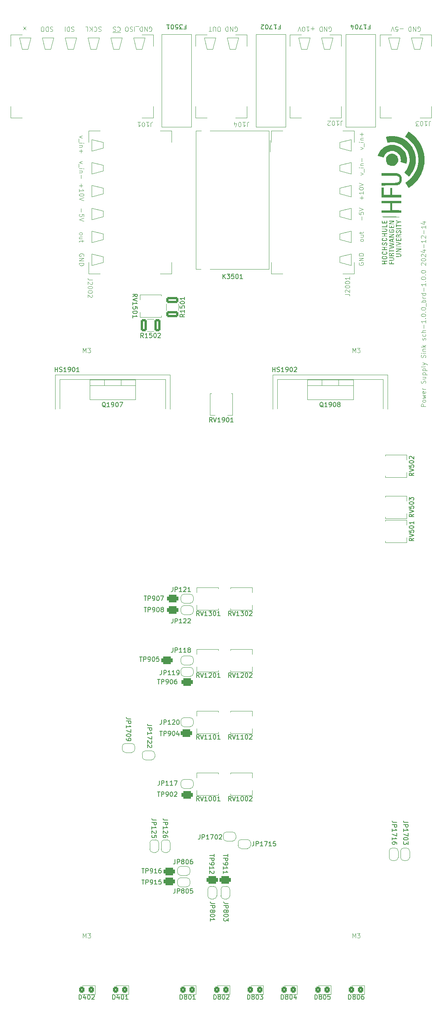
<source format=gbr>
%TF.GenerationSoftware,KiCad,Pcbnew,8.0.2*%
%TF.CreationDate,2024-12-14T16:11:44+01:00*%
%TF.ProjectId,pss_baseboard,7073735f-6261-4736-9562-6f6172642e6b,1.0.0*%
%TF.SameCoordinates,Original*%
%TF.FileFunction,Legend,Top*%
%TF.FilePolarity,Positive*%
%FSLAX46Y46*%
G04 Gerber Fmt 4.6, Leading zero omitted, Abs format (unit mm)*
G04 Created by KiCad (PCBNEW 8.0.2) date 2024-12-14 16:11:44*
%MOMM*%
%LPD*%
G01*
G04 APERTURE LIST*
G04 Aperture macros list*
%AMRoundRect*
0 Rectangle with rounded corners*
0 $1 Rounding radius*
0 $2 $3 $4 $5 $6 $7 $8 $9 X,Y pos of 4 corners*
0 Add a 4 corners polygon primitive as box body*
4,1,4,$2,$3,$4,$5,$6,$7,$8,$9,$2,$3,0*
0 Add four circle primitives for the rounded corners*
1,1,$1+$1,$2,$3*
1,1,$1+$1,$4,$5*
1,1,$1+$1,$6,$7*
1,1,$1+$1,$8,$9*
0 Add four rect primitives between the rounded corners*
20,1,$1+$1,$2,$3,$4,$5,0*
20,1,$1+$1,$4,$5,$6,$7,0*
20,1,$1+$1,$6,$7,$8,$9,0*
20,1,$1+$1,$8,$9,$2,$3,0*%
%AMFreePoly0*
4,1,19,0.500000,-0.750000,0.000000,-0.750000,0.000000,-0.744911,-0.071157,-0.744911,-0.207708,-0.704816,-0.327430,-0.627875,-0.420627,-0.520320,-0.479746,-0.390866,-0.500000,-0.250000,-0.500000,0.250000,-0.479746,0.390866,-0.420627,0.520320,-0.327430,0.627875,-0.207708,0.704816,-0.071157,0.744911,0.000000,0.744911,0.000000,0.750000,0.500000,0.750000,0.500000,-0.750000,0.500000,-0.750000,
$1*%
%AMFreePoly1*
4,1,19,0.000000,0.744911,0.071157,0.744911,0.207708,0.704816,0.327430,0.627875,0.420627,0.520320,0.479746,0.390866,0.500000,0.250000,0.500000,-0.250000,0.479746,-0.390866,0.420627,-0.520320,0.327430,-0.627875,0.207708,-0.704816,0.071157,-0.744911,0.000000,-0.744911,0.000000,-0.750000,-0.500000,-0.750000,-0.500000,0.750000,0.000000,0.750000,0.000000,0.744911,0.000000,0.744911,
$1*%
G04 Aperture macros list end*
%ADD10C,0.100000*%
%ADD11C,0.150000*%
%ADD12C,0.120000*%
%ADD13C,0.000000*%
%ADD14R,1.600000X1.300000*%
%ADD15R,1.600000X2.000000*%
%ADD16C,2.800000*%
%ADD17R,2.600000X2.600000*%
%ADD18C,2.600000*%
%ADD19RoundRect,0.250000X0.325000X0.450000X-0.325000X0.450000X-0.325000X-0.450000X0.325000X-0.450000X0*%
%ADD20C,3.200000*%
%ADD21FreePoly0,270.000000*%
%ADD22FreePoly1,270.000000*%
%ADD23R,1.905000X2.000000*%
%ADD24O,1.905000X2.000000*%
%ADD25O,3.000000X5.050000*%
%ADD26RoundRect,0.250000X-1.075000X0.400000X-1.075000X-0.400000X1.075000X-0.400000X1.075000X0.400000X0*%
%ADD27FreePoly0,180.000000*%
%ADD28FreePoly1,180.000000*%
%ADD29RoundRect,0.426829X-0.823171X-0.448171X0.823171X-0.448171X0.823171X0.448171X-0.823171X0.448171X0*%
%ADD30FreePoly0,0.000000*%
%ADD31FreePoly1,0.000000*%
%ADD32C,2.162000*%
%ADD33RoundRect,0.426829X0.823171X0.448171X-0.823171X0.448171X-0.823171X-0.448171X0.823171X-0.448171X0*%
%ADD34C,2.400000*%
%ADD35C,2.200000*%
%ADD36RoundRect,0.250000X0.400000X1.075000X-0.400000X1.075000X-0.400000X-1.075000X0.400000X-1.075000X0*%
%ADD37R,1.300000X1.600000*%
%ADD38R,2.000000X1.600000*%
G04 APERTURE END LIST*
D10*
X253723906Y-22984961D02*
X253819144Y-23032580D01*
X253819144Y-23032580D02*
X253962001Y-23032580D01*
X253962001Y-23032580D02*
X254104858Y-22984961D01*
X254104858Y-22984961D02*
X254200096Y-22889723D01*
X254200096Y-22889723D02*
X254247715Y-22794485D01*
X254247715Y-22794485D02*
X254295334Y-22604009D01*
X254295334Y-22604009D02*
X254295334Y-22461152D01*
X254295334Y-22461152D02*
X254247715Y-22270676D01*
X254247715Y-22270676D02*
X254200096Y-22175438D01*
X254200096Y-22175438D02*
X254104858Y-22080200D01*
X254104858Y-22080200D02*
X253962001Y-22032580D01*
X253962001Y-22032580D02*
X253866763Y-22032580D01*
X253866763Y-22032580D02*
X253723906Y-22080200D01*
X253723906Y-22080200D02*
X253676287Y-22127819D01*
X253676287Y-22127819D02*
X253676287Y-22461152D01*
X253676287Y-22461152D02*
X253866763Y-22461152D01*
X253247715Y-22032580D02*
X253247715Y-23032580D01*
X253247715Y-23032580D02*
X252676287Y-22032580D01*
X252676287Y-22032580D02*
X252676287Y-23032580D01*
X252200096Y-22032580D02*
X252200096Y-23032580D01*
X252200096Y-23032580D02*
X251962001Y-23032580D01*
X251962001Y-23032580D02*
X251819144Y-22984961D01*
X251819144Y-22984961D02*
X251723906Y-22889723D01*
X251723906Y-22889723D02*
X251676287Y-22794485D01*
X251676287Y-22794485D02*
X251628668Y-22604009D01*
X251628668Y-22604009D02*
X251628668Y-22461152D01*
X251628668Y-22461152D02*
X251676287Y-22270676D01*
X251676287Y-22270676D02*
X251723906Y-22175438D01*
X251723906Y-22175438D02*
X251819144Y-22080200D01*
X251819144Y-22080200D02*
X251962001Y-22032580D01*
X251962001Y-22032580D02*
X252200096Y-22032580D01*
X250485811Y-22413533D02*
X249723907Y-22413533D01*
X248771526Y-23032580D02*
X249247716Y-23032580D01*
X249247716Y-23032580D02*
X249295335Y-22556390D01*
X249295335Y-22556390D02*
X249247716Y-22604009D01*
X249247716Y-22604009D02*
X249152478Y-22651628D01*
X249152478Y-22651628D02*
X248914383Y-22651628D01*
X248914383Y-22651628D02*
X248819145Y-22604009D01*
X248819145Y-22604009D02*
X248771526Y-22556390D01*
X248771526Y-22556390D02*
X248723907Y-22461152D01*
X248723907Y-22461152D02*
X248723907Y-22223057D01*
X248723907Y-22223057D02*
X248771526Y-22127819D01*
X248771526Y-22127819D02*
X248819145Y-22080200D01*
X248819145Y-22080200D02*
X248914383Y-22032580D01*
X248914383Y-22032580D02*
X249152478Y-22032580D01*
X249152478Y-22032580D02*
X249247716Y-22080200D01*
X249247716Y-22080200D02*
X249295335Y-22127819D01*
X248438192Y-23032580D02*
X248104859Y-22032580D01*
X248104859Y-22032580D02*
X247771526Y-23032580D01*
X179044247Y-46243646D02*
X178377580Y-46481741D01*
X178377580Y-46481741D02*
X179044247Y-46719836D01*
X178282342Y-46862694D02*
X178282342Y-47624598D01*
X178377580Y-47862694D02*
X179044247Y-47862694D01*
X179377580Y-47862694D02*
X179329961Y-47815075D01*
X179329961Y-47815075D02*
X179282342Y-47862694D01*
X179282342Y-47862694D02*
X179329961Y-47910313D01*
X179329961Y-47910313D02*
X179377580Y-47862694D01*
X179377580Y-47862694D02*
X179282342Y-47862694D01*
X179044247Y-48338884D02*
X178377580Y-48338884D01*
X178949009Y-48338884D02*
X178996628Y-48386503D01*
X178996628Y-48386503D02*
X179044247Y-48481741D01*
X179044247Y-48481741D02*
X179044247Y-48624598D01*
X179044247Y-48624598D02*
X178996628Y-48719836D01*
X178996628Y-48719836D02*
X178901390Y-48767455D01*
X178901390Y-48767455D02*
X178377580Y-48767455D01*
X178758533Y-49243646D02*
X178758533Y-50005551D01*
X178377580Y-49624598D02*
X179139485Y-49624598D01*
X179044247Y-51910313D02*
X178377580Y-52148408D01*
X178377580Y-52148408D02*
X179044247Y-52386503D01*
X178282342Y-52529361D02*
X178282342Y-53291265D01*
X178377580Y-53529361D02*
X179044247Y-53529361D01*
X179377580Y-53529361D02*
X179329961Y-53481742D01*
X179329961Y-53481742D02*
X179282342Y-53529361D01*
X179282342Y-53529361D02*
X179329961Y-53576980D01*
X179329961Y-53576980D02*
X179377580Y-53529361D01*
X179377580Y-53529361D02*
X179282342Y-53529361D01*
X179044247Y-54005551D02*
X178377580Y-54005551D01*
X178949009Y-54005551D02*
X178996628Y-54053170D01*
X178996628Y-54053170D02*
X179044247Y-54148408D01*
X179044247Y-54148408D02*
X179044247Y-54291265D01*
X179044247Y-54291265D02*
X178996628Y-54386503D01*
X178996628Y-54386503D02*
X178901390Y-54434122D01*
X178901390Y-54434122D02*
X178377580Y-54434122D01*
X178758533Y-54910313D02*
X178758533Y-55672218D01*
X178758533Y-56910313D02*
X178758533Y-57672218D01*
X178377580Y-57291265D02*
X179139485Y-57291265D01*
X178377580Y-58672217D02*
X178377580Y-58100789D01*
X178377580Y-58386503D02*
X179377580Y-58386503D01*
X179377580Y-58386503D02*
X179234723Y-58291265D01*
X179234723Y-58291265D02*
X179139485Y-58196027D01*
X179139485Y-58196027D02*
X179091866Y-58100789D01*
X179377580Y-59291265D02*
X179377580Y-59386503D01*
X179377580Y-59386503D02*
X179329961Y-59481741D01*
X179329961Y-59481741D02*
X179282342Y-59529360D01*
X179282342Y-59529360D02*
X179187104Y-59576979D01*
X179187104Y-59576979D02*
X178996628Y-59624598D01*
X178996628Y-59624598D02*
X178758533Y-59624598D01*
X178758533Y-59624598D02*
X178568057Y-59576979D01*
X178568057Y-59576979D02*
X178472819Y-59529360D01*
X178472819Y-59529360D02*
X178425200Y-59481741D01*
X178425200Y-59481741D02*
X178377580Y-59386503D01*
X178377580Y-59386503D02*
X178377580Y-59291265D01*
X178377580Y-59291265D02*
X178425200Y-59196027D01*
X178425200Y-59196027D02*
X178472819Y-59148408D01*
X178472819Y-59148408D02*
X178568057Y-59100789D01*
X178568057Y-59100789D02*
X178758533Y-59053170D01*
X178758533Y-59053170D02*
X178996628Y-59053170D01*
X178996628Y-59053170D02*
X179187104Y-59100789D01*
X179187104Y-59100789D02*
X179282342Y-59148408D01*
X179282342Y-59148408D02*
X179329961Y-59196027D01*
X179329961Y-59196027D02*
X179377580Y-59291265D01*
X179377580Y-59910313D02*
X178377580Y-60243646D01*
X178377580Y-60243646D02*
X179377580Y-60576979D01*
X178758533Y-62434123D02*
X178758533Y-63196028D01*
X179377580Y-64148408D02*
X179377580Y-63672218D01*
X179377580Y-63672218D02*
X178901390Y-63624599D01*
X178901390Y-63624599D02*
X178949009Y-63672218D01*
X178949009Y-63672218D02*
X178996628Y-63767456D01*
X178996628Y-63767456D02*
X178996628Y-64005551D01*
X178996628Y-64005551D02*
X178949009Y-64100789D01*
X178949009Y-64100789D02*
X178901390Y-64148408D01*
X178901390Y-64148408D02*
X178806152Y-64196027D01*
X178806152Y-64196027D02*
X178568057Y-64196027D01*
X178568057Y-64196027D02*
X178472819Y-64148408D01*
X178472819Y-64148408D02*
X178425200Y-64100789D01*
X178425200Y-64100789D02*
X178377580Y-64005551D01*
X178377580Y-64005551D02*
X178377580Y-63767456D01*
X178377580Y-63767456D02*
X178425200Y-63672218D01*
X178425200Y-63672218D02*
X178472819Y-63624599D01*
X179377580Y-64481742D02*
X178377580Y-64815075D01*
X178377580Y-64815075D02*
X179377580Y-65148408D01*
X178377580Y-67910314D02*
X178425200Y-67815076D01*
X178425200Y-67815076D02*
X178472819Y-67767457D01*
X178472819Y-67767457D02*
X178568057Y-67719838D01*
X178568057Y-67719838D02*
X178853771Y-67719838D01*
X178853771Y-67719838D02*
X178949009Y-67767457D01*
X178949009Y-67767457D02*
X178996628Y-67815076D01*
X178996628Y-67815076D02*
X179044247Y-67910314D01*
X179044247Y-67910314D02*
X179044247Y-68053171D01*
X179044247Y-68053171D02*
X178996628Y-68148409D01*
X178996628Y-68148409D02*
X178949009Y-68196028D01*
X178949009Y-68196028D02*
X178853771Y-68243647D01*
X178853771Y-68243647D02*
X178568057Y-68243647D01*
X178568057Y-68243647D02*
X178472819Y-68196028D01*
X178472819Y-68196028D02*
X178425200Y-68148409D01*
X178425200Y-68148409D02*
X178377580Y-68053171D01*
X178377580Y-68053171D02*
X178377580Y-67910314D01*
X179044247Y-69100790D02*
X178377580Y-69100790D01*
X179044247Y-68672219D02*
X178520438Y-68672219D01*
X178520438Y-68672219D02*
X178425200Y-68719838D01*
X178425200Y-68719838D02*
X178377580Y-68815076D01*
X178377580Y-68815076D02*
X178377580Y-68957933D01*
X178377580Y-68957933D02*
X178425200Y-69053171D01*
X178425200Y-69053171D02*
X178472819Y-69100790D01*
X179044247Y-69434124D02*
X179044247Y-69815076D01*
X179377580Y-69576981D02*
X178520438Y-69576981D01*
X178520438Y-69576981D02*
X178425200Y-69624600D01*
X178425200Y-69624600D02*
X178377580Y-69719838D01*
X178377580Y-69719838D02*
X178377580Y-69815076D01*
X179329961Y-72957934D02*
X179377580Y-72862696D01*
X179377580Y-72862696D02*
X179377580Y-72719839D01*
X179377580Y-72719839D02*
X179329961Y-72576982D01*
X179329961Y-72576982D02*
X179234723Y-72481744D01*
X179234723Y-72481744D02*
X179139485Y-72434125D01*
X179139485Y-72434125D02*
X178949009Y-72386506D01*
X178949009Y-72386506D02*
X178806152Y-72386506D01*
X178806152Y-72386506D02*
X178615676Y-72434125D01*
X178615676Y-72434125D02*
X178520438Y-72481744D01*
X178520438Y-72481744D02*
X178425200Y-72576982D01*
X178425200Y-72576982D02*
X178377580Y-72719839D01*
X178377580Y-72719839D02*
X178377580Y-72815077D01*
X178377580Y-72815077D02*
X178425200Y-72957934D01*
X178425200Y-72957934D02*
X178472819Y-73005553D01*
X178472819Y-73005553D02*
X178806152Y-73005553D01*
X178806152Y-73005553D02*
X178806152Y-72815077D01*
X178377580Y-73434125D02*
X179377580Y-73434125D01*
X179377580Y-73434125D02*
X178377580Y-74005553D01*
X178377580Y-74005553D02*
X179377580Y-74005553D01*
X178377580Y-74481744D02*
X179377580Y-74481744D01*
X179377580Y-74481744D02*
X179377580Y-74719839D01*
X179377580Y-74719839D02*
X179329961Y-74862696D01*
X179329961Y-74862696D02*
X179234723Y-74957934D01*
X179234723Y-74957934D02*
X179139485Y-75005553D01*
X179139485Y-75005553D02*
X178949009Y-75053172D01*
X178949009Y-75053172D02*
X178806152Y-75053172D01*
X178806152Y-75053172D02*
X178615676Y-75005553D01*
X178615676Y-75005553D02*
X178520438Y-74957934D01*
X178520438Y-74957934D02*
X178425200Y-74862696D01*
X178425200Y-74862696D02*
X178377580Y-74719839D01*
X178377580Y-74719839D02*
X178377580Y-74481744D01*
X240670038Y-74417306D02*
X240622419Y-74512544D01*
X240622419Y-74512544D02*
X240622419Y-74655401D01*
X240622419Y-74655401D02*
X240670038Y-74798258D01*
X240670038Y-74798258D02*
X240765276Y-74893496D01*
X240765276Y-74893496D02*
X240860514Y-74941115D01*
X240860514Y-74941115D02*
X241050990Y-74988734D01*
X241050990Y-74988734D02*
X241193847Y-74988734D01*
X241193847Y-74988734D02*
X241384323Y-74941115D01*
X241384323Y-74941115D02*
X241479561Y-74893496D01*
X241479561Y-74893496D02*
X241574800Y-74798258D01*
X241574800Y-74798258D02*
X241622419Y-74655401D01*
X241622419Y-74655401D02*
X241622419Y-74560163D01*
X241622419Y-74560163D02*
X241574800Y-74417306D01*
X241574800Y-74417306D02*
X241527180Y-74369687D01*
X241527180Y-74369687D02*
X241193847Y-74369687D01*
X241193847Y-74369687D02*
X241193847Y-74560163D01*
X241622419Y-73941115D02*
X240622419Y-73941115D01*
X240622419Y-73941115D02*
X241622419Y-73369687D01*
X241622419Y-73369687D02*
X240622419Y-73369687D01*
X241622419Y-72893496D02*
X240622419Y-72893496D01*
X240622419Y-72893496D02*
X240622419Y-72655401D01*
X240622419Y-72655401D02*
X240670038Y-72512544D01*
X240670038Y-72512544D02*
X240765276Y-72417306D01*
X240765276Y-72417306D02*
X240860514Y-72369687D01*
X240860514Y-72369687D02*
X241050990Y-72322068D01*
X241050990Y-72322068D02*
X241193847Y-72322068D01*
X241193847Y-72322068D02*
X241384323Y-72369687D01*
X241384323Y-72369687D02*
X241479561Y-72417306D01*
X241479561Y-72417306D02*
X241574800Y-72512544D01*
X241574800Y-72512544D02*
X241622419Y-72655401D01*
X241622419Y-72655401D02*
X241622419Y-72893496D01*
X241622419Y-69464924D02*
X241574800Y-69560162D01*
X241574800Y-69560162D02*
X241527180Y-69607781D01*
X241527180Y-69607781D02*
X241431942Y-69655400D01*
X241431942Y-69655400D02*
X241146228Y-69655400D01*
X241146228Y-69655400D02*
X241050990Y-69607781D01*
X241050990Y-69607781D02*
X241003371Y-69560162D01*
X241003371Y-69560162D02*
X240955752Y-69464924D01*
X240955752Y-69464924D02*
X240955752Y-69322067D01*
X240955752Y-69322067D02*
X241003371Y-69226829D01*
X241003371Y-69226829D02*
X241050990Y-69179210D01*
X241050990Y-69179210D02*
X241146228Y-69131591D01*
X241146228Y-69131591D02*
X241431942Y-69131591D01*
X241431942Y-69131591D02*
X241527180Y-69179210D01*
X241527180Y-69179210D02*
X241574800Y-69226829D01*
X241574800Y-69226829D02*
X241622419Y-69322067D01*
X241622419Y-69322067D02*
X241622419Y-69464924D01*
X240955752Y-68274448D02*
X241622419Y-68274448D01*
X240955752Y-68703019D02*
X241479561Y-68703019D01*
X241479561Y-68703019D02*
X241574800Y-68655400D01*
X241574800Y-68655400D02*
X241622419Y-68560162D01*
X241622419Y-68560162D02*
X241622419Y-68417305D01*
X241622419Y-68417305D02*
X241574800Y-68322067D01*
X241574800Y-68322067D02*
X241527180Y-68274448D01*
X240955752Y-67941114D02*
X240955752Y-67560162D01*
X240622419Y-67798257D02*
X241479561Y-67798257D01*
X241479561Y-67798257D02*
X241574800Y-67750638D01*
X241574800Y-67750638D02*
X241622419Y-67655400D01*
X241622419Y-67655400D02*
X241622419Y-67560162D01*
X241241466Y-64941113D02*
X241241466Y-64179209D01*
X240622419Y-63226828D02*
X240622419Y-63703018D01*
X240622419Y-63703018D02*
X241098609Y-63750637D01*
X241098609Y-63750637D02*
X241050990Y-63703018D01*
X241050990Y-63703018D02*
X241003371Y-63607780D01*
X241003371Y-63607780D02*
X241003371Y-63369685D01*
X241003371Y-63369685D02*
X241050990Y-63274447D01*
X241050990Y-63274447D02*
X241098609Y-63226828D01*
X241098609Y-63226828D02*
X241193847Y-63179209D01*
X241193847Y-63179209D02*
X241431942Y-63179209D01*
X241431942Y-63179209D02*
X241527180Y-63226828D01*
X241527180Y-63226828D02*
X241574800Y-63274447D01*
X241574800Y-63274447D02*
X241622419Y-63369685D01*
X241622419Y-63369685D02*
X241622419Y-63607780D01*
X241622419Y-63607780D02*
X241574800Y-63703018D01*
X241574800Y-63703018D02*
X241527180Y-63750637D01*
X240622419Y-62893494D02*
X241622419Y-62560161D01*
X241622419Y-62560161D02*
X240622419Y-62226828D01*
X241241466Y-60369684D02*
X241241466Y-59607780D01*
X241622419Y-59988732D02*
X240860514Y-59988732D01*
X241622419Y-58607780D02*
X241622419Y-59179208D01*
X241622419Y-58893494D02*
X240622419Y-58893494D01*
X240622419Y-58893494D02*
X240765276Y-58988732D01*
X240765276Y-58988732D02*
X240860514Y-59083970D01*
X240860514Y-59083970D02*
X240908133Y-59179208D01*
X240622419Y-57988732D02*
X240622419Y-57893494D01*
X240622419Y-57893494D02*
X240670038Y-57798256D01*
X240670038Y-57798256D02*
X240717657Y-57750637D01*
X240717657Y-57750637D02*
X240812895Y-57703018D01*
X240812895Y-57703018D02*
X241003371Y-57655399D01*
X241003371Y-57655399D02*
X241241466Y-57655399D01*
X241241466Y-57655399D02*
X241431942Y-57703018D01*
X241431942Y-57703018D02*
X241527180Y-57750637D01*
X241527180Y-57750637D02*
X241574800Y-57798256D01*
X241574800Y-57798256D02*
X241622419Y-57893494D01*
X241622419Y-57893494D02*
X241622419Y-57988732D01*
X241622419Y-57988732D02*
X241574800Y-58083970D01*
X241574800Y-58083970D02*
X241527180Y-58131589D01*
X241527180Y-58131589D02*
X241431942Y-58179208D01*
X241431942Y-58179208D02*
X241241466Y-58226827D01*
X241241466Y-58226827D02*
X241003371Y-58226827D01*
X241003371Y-58226827D02*
X240812895Y-58179208D01*
X240812895Y-58179208D02*
X240717657Y-58131589D01*
X240717657Y-58131589D02*
X240670038Y-58083970D01*
X240670038Y-58083970D02*
X240622419Y-57988732D01*
X240622419Y-57369684D02*
X241622419Y-57036351D01*
X241622419Y-57036351D02*
X240622419Y-56703018D01*
X240955752Y-54941112D02*
X241622419Y-54703017D01*
X241622419Y-54703017D02*
X240955752Y-54464922D01*
X241717657Y-54322065D02*
X241717657Y-53560160D01*
X241622419Y-53322064D02*
X240955752Y-53322064D01*
X240622419Y-53322064D02*
X240670038Y-53369683D01*
X240670038Y-53369683D02*
X240717657Y-53322064D01*
X240717657Y-53322064D02*
X240670038Y-53274445D01*
X240670038Y-53274445D02*
X240622419Y-53322064D01*
X240622419Y-53322064D02*
X240717657Y-53322064D01*
X240955752Y-52845874D02*
X241622419Y-52845874D01*
X241050990Y-52845874D02*
X241003371Y-52798255D01*
X241003371Y-52798255D02*
X240955752Y-52703017D01*
X240955752Y-52703017D02*
X240955752Y-52560160D01*
X240955752Y-52560160D02*
X241003371Y-52464922D01*
X241003371Y-52464922D02*
X241098609Y-52417303D01*
X241098609Y-52417303D02*
X241622419Y-52417303D01*
X241241466Y-51941112D02*
X241241466Y-51179208D01*
X240955752Y-49274445D02*
X241622419Y-49036350D01*
X241622419Y-49036350D02*
X240955752Y-48798255D01*
X241717657Y-48655398D02*
X241717657Y-47893493D01*
X241622419Y-47655397D02*
X240955752Y-47655397D01*
X240622419Y-47655397D02*
X240670038Y-47703016D01*
X240670038Y-47703016D02*
X240717657Y-47655397D01*
X240717657Y-47655397D02*
X240670038Y-47607778D01*
X240670038Y-47607778D02*
X240622419Y-47655397D01*
X240622419Y-47655397D02*
X240717657Y-47655397D01*
X240955752Y-47179207D02*
X241622419Y-47179207D01*
X241050990Y-47179207D02*
X241003371Y-47131588D01*
X241003371Y-47131588D02*
X240955752Y-47036350D01*
X240955752Y-47036350D02*
X240955752Y-46893493D01*
X240955752Y-46893493D02*
X241003371Y-46798255D01*
X241003371Y-46798255D02*
X241098609Y-46750636D01*
X241098609Y-46750636D02*
X241622419Y-46750636D01*
X241241466Y-46274445D02*
X241241466Y-45512541D01*
X241622419Y-45893493D02*
X240860514Y-45893493D01*
X255457419Y-106351504D02*
X254457419Y-106351504D01*
X254457419Y-106351504D02*
X254457419Y-105970552D01*
X254457419Y-105970552D02*
X254505038Y-105875314D01*
X254505038Y-105875314D02*
X254552657Y-105827695D01*
X254552657Y-105827695D02*
X254647895Y-105780076D01*
X254647895Y-105780076D02*
X254790752Y-105780076D01*
X254790752Y-105780076D02*
X254885990Y-105827695D01*
X254885990Y-105827695D02*
X254933609Y-105875314D01*
X254933609Y-105875314D02*
X254981228Y-105970552D01*
X254981228Y-105970552D02*
X254981228Y-106351504D01*
X255457419Y-105208647D02*
X255409800Y-105303885D01*
X255409800Y-105303885D02*
X255362180Y-105351504D01*
X255362180Y-105351504D02*
X255266942Y-105399123D01*
X255266942Y-105399123D02*
X254981228Y-105399123D01*
X254981228Y-105399123D02*
X254885990Y-105351504D01*
X254885990Y-105351504D02*
X254838371Y-105303885D01*
X254838371Y-105303885D02*
X254790752Y-105208647D01*
X254790752Y-105208647D02*
X254790752Y-105065790D01*
X254790752Y-105065790D02*
X254838371Y-104970552D01*
X254838371Y-104970552D02*
X254885990Y-104922933D01*
X254885990Y-104922933D02*
X254981228Y-104875314D01*
X254981228Y-104875314D02*
X255266942Y-104875314D01*
X255266942Y-104875314D02*
X255362180Y-104922933D01*
X255362180Y-104922933D02*
X255409800Y-104970552D01*
X255409800Y-104970552D02*
X255457419Y-105065790D01*
X255457419Y-105065790D02*
X255457419Y-105208647D01*
X254790752Y-104541980D02*
X255457419Y-104351504D01*
X255457419Y-104351504D02*
X254981228Y-104161028D01*
X254981228Y-104161028D02*
X255457419Y-103970552D01*
X255457419Y-103970552D02*
X254790752Y-103780076D01*
X255409800Y-103018171D02*
X255457419Y-103113409D01*
X255457419Y-103113409D02*
X255457419Y-103303885D01*
X255457419Y-103303885D02*
X255409800Y-103399123D01*
X255409800Y-103399123D02*
X255314561Y-103446742D01*
X255314561Y-103446742D02*
X254933609Y-103446742D01*
X254933609Y-103446742D02*
X254838371Y-103399123D01*
X254838371Y-103399123D02*
X254790752Y-103303885D01*
X254790752Y-103303885D02*
X254790752Y-103113409D01*
X254790752Y-103113409D02*
X254838371Y-103018171D01*
X254838371Y-103018171D02*
X254933609Y-102970552D01*
X254933609Y-102970552D02*
X255028847Y-102970552D01*
X255028847Y-102970552D02*
X255124085Y-103446742D01*
X255457419Y-102541980D02*
X254790752Y-102541980D01*
X254981228Y-102541980D02*
X254885990Y-102494361D01*
X254885990Y-102494361D02*
X254838371Y-102446742D01*
X254838371Y-102446742D02*
X254790752Y-102351504D01*
X254790752Y-102351504D02*
X254790752Y-102256266D01*
X255409800Y-101208646D02*
X255457419Y-101065789D01*
X255457419Y-101065789D02*
X255457419Y-100827694D01*
X255457419Y-100827694D02*
X255409800Y-100732456D01*
X255409800Y-100732456D02*
X255362180Y-100684837D01*
X255362180Y-100684837D02*
X255266942Y-100637218D01*
X255266942Y-100637218D02*
X255171704Y-100637218D01*
X255171704Y-100637218D02*
X255076466Y-100684837D01*
X255076466Y-100684837D02*
X255028847Y-100732456D01*
X255028847Y-100732456D02*
X254981228Y-100827694D01*
X254981228Y-100827694D02*
X254933609Y-101018170D01*
X254933609Y-101018170D02*
X254885990Y-101113408D01*
X254885990Y-101113408D02*
X254838371Y-101161027D01*
X254838371Y-101161027D02*
X254743133Y-101208646D01*
X254743133Y-101208646D02*
X254647895Y-101208646D01*
X254647895Y-101208646D02*
X254552657Y-101161027D01*
X254552657Y-101161027D02*
X254505038Y-101113408D01*
X254505038Y-101113408D02*
X254457419Y-101018170D01*
X254457419Y-101018170D02*
X254457419Y-100780075D01*
X254457419Y-100780075D02*
X254505038Y-100637218D01*
X254790752Y-99780075D02*
X255457419Y-99780075D01*
X254790752Y-100208646D02*
X255314561Y-100208646D01*
X255314561Y-100208646D02*
X255409800Y-100161027D01*
X255409800Y-100161027D02*
X255457419Y-100065789D01*
X255457419Y-100065789D02*
X255457419Y-99922932D01*
X255457419Y-99922932D02*
X255409800Y-99827694D01*
X255409800Y-99827694D02*
X255362180Y-99780075D01*
X254790752Y-99303884D02*
X255790752Y-99303884D01*
X254838371Y-99303884D02*
X254790752Y-99208646D01*
X254790752Y-99208646D02*
X254790752Y-99018170D01*
X254790752Y-99018170D02*
X254838371Y-98922932D01*
X254838371Y-98922932D02*
X254885990Y-98875313D01*
X254885990Y-98875313D02*
X254981228Y-98827694D01*
X254981228Y-98827694D02*
X255266942Y-98827694D01*
X255266942Y-98827694D02*
X255362180Y-98875313D01*
X255362180Y-98875313D02*
X255409800Y-98922932D01*
X255409800Y-98922932D02*
X255457419Y-99018170D01*
X255457419Y-99018170D02*
X255457419Y-99208646D01*
X255457419Y-99208646D02*
X255409800Y-99303884D01*
X254790752Y-98399122D02*
X255790752Y-98399122D01*
X254838371Y-98399122D02*
X254790752Y-98303884D01*
X254790752Y-98303884D02*
X254790752Y-98113408D01*
X254790752Y-98113408D02*
X254838371Y-98018170D01*
X254838371Y-98018170D02*
X254885990Y-97970551D01*
X254885990Y-97970551D02*
X254981228Y-97922932D01*
X254981228Y-97922932D02*
X255266942Y-97922932D01*
X255266942Y-97922932D02*
X255362180Y-97970551D01*
X255362180Y-97970551D02*
X255409800Y-98018170D01*
X255409800Y-98018170D02*
X255457419Y-98113408D01*
X255457419Y-98113408D02*
X255457419Y-98303884D01*
X255457419Y-98303884D02*
X255409800Y-98399122D01*
X255457419Y-97351503D02*
X255409800Y-97446741D01*
X255409800Y-97446741D02*
X255314561Y-97494360D01*
X255314561Y-97494360D02*
X254457419Y-97494360D01*
X254790752Y-97065788D02*
X255457419Y-96827693D01*
X254790752Y-96589598D02*
X255457419Y-96827693D01*
X255457419Y-96827693D02*
X255695514Y-96922931D01*
X255695514Y-96922931D02*
X255743133Y-96970550D01*
X255743133Y-96970550D02*
X255790752Y-97065788D01*
X255409800Y-95494359D02*
X255457419Y-95351502D01*
X255457419Y-95351502D02*
X255457419Y-95113407D01*
X255457419Y-95113407D02*
X255409800Y-95018169D01*
X255409800Y-95018169D02*
X255362180Y-94970550D01*
X255362180Y-94970550D02*
X255266942Y-94922931D01*
X255266942Y-94922931D02*
X255171704Y-94922931D01*
X255171704Y-94922931D02*
X255076466Y-94970550D01*
X255076466Y-94970550D02*
X255028847Y-95018169D01*
X255028847Y-95018169D02*
X254981228Y-95113407D01*
X254981228Y-95113407D02*
X254933609Y-95303883D01*
X254933609Y-95303883D02*
X254885990Y-95399121D01*
X254885990Y-95399121D02*
X254838371Y-95446740D01*
X254838371Y-95446740D02*
X254743133Y-95494359D01*
X254743133Y-95494359D02*
X254647895Y-95494359D01*
X254647895Y-95494359D02*
X254552657Y-95446740D01*
X254552657Y-95446740D02*
X254505038Y-95399121D01*
X254505038Y-95399121D02*
X254457419Y-95303883D01*
X254457419Y-95303883D02*
X254457419Y-95065788D01*
X254457419Y-95065788D02*
X254505038Y-94922931D01*
X255457419Y-94494359D02*
X254790752Y-94494359D01*
X254457419Y-94494359D02*
X254505038Y-94541978D01*
X254505038Y-94541978D02*
X254552657Y-94494359D01*
X254552657Y-94494359D02*
X254505038Y-94446740D01*
X254505038Y-94446740D02*
X254457419Y-94494359D01*
X254457419Y-94494359D02*
X254552657Y-94494359D01*
X254790752Y-94018169D02*
X255457419Y-94018169D01*
X254885990Y-94018169D02*
X254838371Y-93970550D01*
X254838371Y-93970550D02*
X254790752Y-93875312D01*
X254790752Y-93875312D02*
X254790752Y-93732455D01*
X254790752Y-93732455D02*
X254838371Y-93637217D01*
X254838371Y-93637217D02*
X254933609Y-93589598D01*
X254933609Y-93589598D02*
X255457419Y-93589598D01*
X255457419Y-93113407D02*
X254457419Y-93113407D01*
X255076466Y-93018169D02*
X255457419Y-92732455D01*
X254790752Y-92732455D02*
X255171704Y-93113407D01*
X255409800Y-91589597D02*
X255457419Y-91494359D01*
X255457419Y-91494359D02*
X255457419Y-91303883D01*
X255457419Y-91303883D02*
X255409800Y-91208645D01*
X255409800Y-91208645D02*
X255314561Y-91161026D01*
X255314561Y-91161026D02*
X255266942Y-91161026D01*
X255266942Y-91161026D02*
X255171704Y-91208645D01*
X255171704Y-91208645D02*
X255124085Y-91303883D01*
X255124085Y-91303883D02*
X255124085Y-91446740D01*
X255124085Y-91446740D02*
X255076466Y-91541978D01*
X255076466Y-91541978D02*
X254981228Y-91589597D01*
X254981228Y-91589597D02*
X254933609Y-91589597D01*
X254933609Y-91589597D02*
X254838371Y-91541978D01*
X254838371Y-91541978D02*
X254790752Y-91446740D01*
X254790752Y-91446740D02*
X254790752Y-91303883D01*
X254790752Y-91303883D02*
X254838371Y-91208645D01*
X255409800Y-90303883D02*
X255457419Y-90399121D01*
X255457419Y-90399121D02*
X255457419Y-90589597D01*
X255457419Y-90589597D02*
X255409800Y-90684835D01*
X255409800Y-90684835D02*
X255362180Y-90732454D01*
X255362180Y-90732454D02*
X255266942Y-90780073D01*
X255266942Y-90780073D02*
X254981228Y-90780073D01*
X254981228Y-90780073D02*
X254885990Y-90732454D01*
X254885990Y-90732454D02*
X254838371Y-90684835D01*
X254838371Y-90684835D02*
X254790752Y-90589597D01*
X254790752Y-90589597D02*
X254790752Y-90399121D01*
X254790752Y-90399121D02*
X254838371Y-90303883D01*
X255457419Y-89875311D02*
X254457419Y-89875311D01*
X255457419Y-89446740D02*
X254933609Y-89446740D01*
X254933609Y-89446740D02*
X254838371Y-89494359D01*
X254838371Y-89494359D02*
X254790752Y-89589597D01*
X254790752Y-89589597D02*
X254790752Y-89732454D01*
X254790752Y-89732454D02*
X254838371Y-89827692D01*
X254838371Y-89827692D02*
X254885990Y-89875311D01*
X255076466Y-88970549D02*
X255076466Y-88208645D01*
X255457419Y-87208645D02*
X255457419Y-87780073D01*
X255457419Y-87494359D02*
X254457419Y-87494359D01*
X254457419Y-87494359D02*
X254600276Y-87589597D01*
X254600276Y-87589597D02*
X254695514Y-87684835D01*
X254695514Y-87684835D02*
X254743133Y-87780073D01*
X255362180Y-86780073D02*
X255409800Y-86732454D01*
X255409800Y-86732454D02*
X255457419Y-86780073D01*
X255457419Y-86780073D02*
X255409800Y-86827692D01*
X255409800Y-86827692D02*
X255362180Y-86780073D01*
X255362180Y-86780073D02*
X255457419Y-86780073D01*
X254457419Y-86113407D02*
X254457419Y-86018169D01*
X254457419Y-86018169D02*
X254505038Y-85922931D01*
X254505038Y-85922931D02*
X254552657Y-85875312D01*
X254552657Y-85875312D02*
X254647895Y-85827693D01*
X254647895Y-85827693D02*
X254838371Y-85780074D01*
X254838371Y-85780074D02*
X255076466Y-85780074D01*
X255076466Y-85780074D02*
X255266942Y-85827693D01*
X255266942Y-85827693D02*
X255362180Y-85875312D01*
X255362180Y-85875312D02*
X255409800Y-85922931D01*
X255409800Y-85922931D02*
X255457419Y-86018169D01*
X255457419Y-86018169D02*
X255457419Y-86113407D01*
X255457419Y-86113407D02*
X255409800Y-86208645D01*
X255409800Y-86208645D02*
X255362180Y-86256264D01*
X255362180Y-86256264D02*
X255266942Y-86303883D01*
X255266942Y-86303883D02*
X255076466Y-86351502D01*
X255076466Y-86351502D02*
X254838371Y-86351502D01*
X254838371Y-86351502D02*
X254647895Y-86303883D01*
X254647895Y-86303883D02*
X254552657Y-86256264D01*
X254552657Y-86256264D02*
X254505038Y-86208645D01*
X254505038Y-86208645D02*
X254457419Y-86113407D01*
X255362180Y-85351502D02*
X255409800Y-85303883D01*
X255409800Y-85303883D02*
X255457419Y-85351502D01*
X255457419Y-85351502D02*
X255409800Y-85399121D01*
X255409800Y-85399121D02*
X255362180Y-85351502D01*
X255362180Y-85351502D02*
X255457419Y-85351502D01*
X254457419Y-84684836D02*
X254457419Y-84589598D01*
X254457419Y-84589598D02*
X254505038Y-84494360D01*
X254505038Y-84494360D02*
X254552657Y-84446741D01*
X254552657Y-84446741D02*
X254647895Y-84399122D01*
X254647895Y-84399122D02*
X254838371Y-84351503D01*
X254838371Y-84351503D02*
X255076466Y-84351503D01*
X255076466Y-84351503D02*
X255266942Y-84399122D01*
X255266942Y-84399122D02*
X255362180Y-84446741D01*
X255362180Y-84446741D02*
X255409800Y-84494360D01*
X255409800Y-84494360D02*
X255457419Y-84589598D01*
X255457419Y-84589598D02*
X255457419Y-84684836D01*
X255457419Y-84684836D02*
X255409800Y-84780074D01*
X255409800Y-84780074D02*
X255362180Y-84827693D01*
X255362180Y-84827693D02*
X255266942Y-84875312D01*
X255266942Y-84875312D02*
X255076466Y-84922931D01*
X255076466Y-84922931D02*
X254838371Y-84922931D01*
X254838371Y-84922931D02*
X254647895Y-84875312D01*
X254647895Y-84875312D02*
X254552657Y-84827693D01*
X254552657Y-84827693D02*
X254505038Y-84780074D01*
X254505038Y-84780074D02*
X254457419Y-84684836D01*
X255552657Y-84161027D02*
X255552657Y-83399122D01*
X255457419Y-83161026D02*
X254457419Y-83161026D01*
X254838371Y-83161026D02*
X254790752Y-83065788D01*
X254790752Y-83065788D02*
X254790752Y-82875312D01*
X254790752Y-82875312D02*
X254838371Y-82780074D01*
X254838371Y-82780074D02*
X254885990Y-82732455D01*
X254885990Y-82732455D02*
X254981228Y-82684836D01*
X254981228Y-82684836D02*
X255266942Y-82684836D01*
X255266942Y-82684836D02*
X255362180Y-82732455D01*
X255362180Y-82732455D02*
X255409800Y-82780074D01*
X255409800Y-82780074D02*
X255457419Y-82875312D01*
X255457419Y-82875312D02*
X255457419Y-83065788D01*
X255457419Y-83065788D02*
X255409800Y-83161026D01*
X255457419Y-82256264D02*
X254790752Y-82256264D01*
X254981228Y-82256264D02*
X254885990Y-82208645D01*
X254885990Y-82208645D02*
X254838371Y-82161026D01*
X254838371Y-82161026D02*
X254790752Y-82065788D01*
X254790752Y-82065788D02*
X254790752Y-81970550D01*
X255457419Y-81208645D02*
X254457419Y-81208645D01*
X255409800Y-81208645D02*
X255457419Y-81303883D01*
X255457419Y-81303883D02*
X255457419Y-81494359D01*
X255457419Y-81494359D02*
X255409800Y-81589597D01*
X255409800Y-81589597D02*
X255362180Y-81637216D01*
X255362180Y-81637216D02*
X255266942Y-81684835D01*
X255266942Y-81684835D02*
X254981228Y-81684835D01*
X254981228Y-81684835D02*
X254885990Y-81637216D01*
X254885990Y-81637216D02*
X254838371Y-81589597D01*
X254838371Y-81589597D02*
X254790752Y-81494359D01*
X254790752Y-81494359D02*
X254790752Y-81303883D01*
X254790752Y-81303883D02*
X254838371Y-81208645D01*
X255076466Y-80732454D02*
X255076466Y-79970550D01*
X255457419Y-78970550D02*
X255457419Y-79541978D01*
X255457419Y-79256264D02*
X254457419Y-79256264D01*
X254457419Y-79256264D02*
X254600276Y-79351502D01*
X254600276Y-79351502D02*
X254695514Y-79446740D01*
X254695514Y-79446740D02*
X254743133Y-79541978D01*
X255362180Y-78541978D02*
X255409800Y-78494359D01*
X255409800Y-78494359D02*
X255457419Y-78541978D01*
X255457419Y-78541978D02*
X255409800Y-78589597D01*
X255409800Y-78589597D02*
X255362180Y-78541978D01*
X255362180Y-78541978D02*
X255457419Y-78541978D01*
X254457419Y-77875312D02*
X254457419Y-77780074D01*
X254457419Y-77780074D02*
X254505038Y-77684836D01*
X254505038Y-77684836D02*
X254552657Y-77637217D01*
X254552657Y-77637217D02*
X254647895Y-77589598D01*
X254647895Y-77589598D02*
X254838371Y-77541979D01*
X254838371Y-77541979D02*
X255076466Y-77541979D01*
X255076466Y-77541979D02*
X255266942Y-77589598D01*
X255266942Y-77589598D02*
X255362180Y-77637217D01*
X255362180Y-77637217D02*
X255409800Y-77684836D01*
X255409800Y-77684836D02*
X255457419Y-77780074D01*
X255457419Y-77780074D02*
X255457419Y-77875312D01*
X255457419Y-77875312D02*
X255409800Y-77970550D01*
X255409800Y-77970550D02*
X255362180Y-78018169D01*
X255362180Y-78018169D02*
X255266942Y-78065788D01*
X255266942Y-78065788D02*
X255076466Y-78113407D01*
X255076466Y-78113407D02*
X254838371Y-78113407D01*
X254838371Y-78113407D02*
X254647895Y-78065788D01*
X254647895Y-78065788D02*
X254552657Y-78018169D01*
X254552657Y-78018169D02*
X254505038Y-77970550D01*
X254505038Y-77970550D02*
X254457419Y-77875312D01*
X255362180Y-77113407D02*
X255409800Y-77065788D01*
X255409800Y-77065788D02*
X255457419Y-77113407D01*
X255457419Y-77113407D02*
X255409800Y-77161026D01*
X255409800Y-77161026D02*
X255362180Y-77113407D01*
X255362180Y-77113407D02*
X255457419Y-77113407D01*
X254457419Y-76446741D02*
X254457419Y-76351503D01*
X254457419Y-76351503D02*
X254505038Y-76256265D01*
X254505038Y-76256265D02*
X254552657Y-76208646D01*
X254552657Y-76208646D02*
X254647895Y-76161027D01*
X254647895Y-76161027D02*
X254838371Y-76113408D01*
X254838371Y-76113408D02*
X255076466Y-76113408D01*
X255076466Y-76113408D02*
X255266942Y-76161027D01*
X255266942Y-76161027D02*
X255362180Y-76208646D01*
X255362180Y-76208646D02*
X255409800Y-76256265D01*
X255409800Y-76256265D02*
X255457419Y-76351503D01*
X255457419Y-76351503D02*
X255457419Y-76446741D01*
X255457419Y-76446741D02*
X255409800Y-76541979D01*
X255409800Y-76541979D02*
X255362180Y-76589598D01*
X255362180Y-76589598D02*
X255266942Y-76637217D01*
X255266942Y-76637217D02*
X255076466Y-76684836D01*
X255076466Y-76684836D02*
X254838371Y-76684836D01*
X254838371Y-76684836D02*
X254647895Y-76637217D01*
X254647895Y-76637217D02*
X254552657Y-76589598D01*
X254552657Y-76589598D02*
X254505038Y-76541979D01*
X254505038Y-76541979D02*
X254457419Y-76446741D01*
X254552657Y-74970550D02*
X254505038Y-74922931D01*
X254505038Y-74922931D02*
X254457419Y-74827693D01*
X254457419Y-74827693D02*
X254457419Y-74589598D01*
X254457419Y-74589598D02*
X254505038Y-74494360D01*
X254505038Y-74494360D02*
X254552657Y-74446741D01*
X254552657Y-74446741D02*
X254647895Y-74399122D01*
X254647895Y-74399122D02*
X254743133Y-74399122D01*
X254743133Y-74399122D02*
X254885990Y-74446741D01*
X254885990Y-74446741D02*
X255457419Y-75018169D01*
X255457419Y-75018169D02*
X255457419Y-74399122D01*
X254457419Y-73780074D02*
X254457419Y-73684836D01*
X254457419Y-73684836D02*
X254505038Y-73589598D01*
X254505038Y-73589598D02*
X254552657Y-73541979D01*
X254552657Y-73541979D02*
X254647895Y-73494360D01*
X254647895Y-73494360D02*
X254838371Y-73446741D01*
X254838371Y-73446741D02*
X255076466Y-73446741D01*
X255076466Y-73446741D02*
X255266942Y-73494360D01*
X255266942Y-73494360D02*
X255362180Y-73541979D01*
X255362180Y-73541979D02*
X255409800Y-73589598D01*
X255409800Y-73589598D02*
X255457419Y-73684836D01*
X255457419Y-73684836D02*
X255457419Y-73780074D01*
X255457419Y-73780074D02*
X255409800Y-73875312D01*
X255409800Y-73875312D02*
X255362180Y-73922931D01*
X255362180Y-73922931D02*
X255266942Y-73970550D01*
X255266942Y-73970550D02*
X255076466Y-74018169D01*
X255076466Y-74018169D02*
X254838371Y-74018169D01*
X254838371Y-74018169D02*
X254647895Y-73970550D01*
X254647895Y-73970550D02*
X254552657Y-73922931D01*
X254552657Y-73922931D02*
X254505038Y-73875312D01*
X254505038Y-73875312D02*
X254457419Y-73780074D01*
X254552657Y-73065788D02*
X254505038Y-73018169D01*
X254505038Y-73018169D02*
X254457419Y-72922931D01*
X254457419Y-72922931D02*
X254457419Y-72684836D01*
X254457419Y-72684836D02*
X254505038Y-72589598D01*
X254505038Y-72589598D02*
X254552657Y-72541979D01*
X254552657Y-72541979D02*
X254647895Y-72494360D01*
X254647895Y-72494360D02*
X254743133Y-72494360D01*
X254743133Y-72494360D02*
X254885990Y-72541979D01*
X254885990Y-72541979D02*
X255457419Y-73113407D01*
X255457419Y-73113407D02*
X255457419Y-72494360D01*
X254790752Y-71637217D02*
X255457419Y-71637217D01*
X254409800Y-71875312D02*
X255124085Y-72113407D01*
X255124085Y-72113407D02*
X255124085Y-71494360D01*
X255076466Y-71113407D02*
X255076466Y-70351503D01*
X255457419Y-69351503D02*
X255457419Y-69922931D01*
X255457419Y-69637217D02*
X254457419Y-69637217D01*
X254457419Y-69637217D02*
X254600276Y-69732455D01*
X254600276Y-69732455D02*
X254695514Y-69827693D01*
X254695514Y-69827693D02*
X254743133Y-69922931D01*
X254552657Y-68970550D02*
X254505038Y-68922931D01*
X254505038Y-68922931D02*
X254457419Y-68827693D01*
X254457419Y-68827693D02*
X254457419Y-68589598D01*
X254457419Y-68589598D02*
X254505038Y-68494360D01*
X254505038Y-68494360D02*
X254552657Y-68446741D01*
X254552657Y-68446741D02*
X254647895Y-68399122D01*
X254647895Y-68399122D02*
X254743133Y-68399122D01*
X254743133Y-68399122D02*
X254885990Y-68446741D01*
X254885990Y-68446741D02*
X255457419Y-69018169D01*
X255457419Y-69018169D02*
X255457419Y-68399122D01*
X255076466Y-67970550D02*
X255076466Y-67208646D01*
X255457419Y-66208646D02*
X255457419Y-66780074D01*
X255457419Y-66494360D02*
X254457419Y-66494360D01*
X254457419Y-66494360D02*
X254600276Y-66589598D01*
X254600276Y-66589598D02*
X254695514Y-66684836D01*
X254695514Y-66684836D02*
X254743133Y-66780074D01*
X254790752Y-65351503D02*
X255457419Y-65351503D01*
X254409800Y-65589598D02*
X255124085Y-65827693D01*
X255124085Y-65827693D02*
X255124085Y-65208646D01*
X212982306Y-22984961D02*
X213077544Y-23032580D01*
X213077544Y-23032580D02*
X213220401Y-23032580D01*
X213220401Y-23032580D02*
X213363258Y-22984961D01*
X213363258Y-22984961D02*
X213458496Y-22889723D01*
X213458496Y-22889723D02*
X213506115Y-22794485D01*
X213506115Y-22794485D02*
X213553734Y-22604009D01*
X213553734Y-22604009D02*
X213553734Y-22461152D01*
X213553734Y-22461152D02*
X213506115Y-22270676D01*
X213506115Y-22270676D02*
X213458496Y-22175438D01*
X213458496Y-22175438D02*
X213363258Y-22080200D01*
X213363258Y-22080200D02*
X213220401Y-22032580D01*
X213220401Y-22032580D02*
X213125163Y-22032580D01*
X213125163Y-22032580D02*
X212982306Y-22080200D01*
X212982306Y-22080200D02*
X212934687Y-22127819D01*
X212934687Y-22127819D02*
X212934687Y-22461152D01*
X212934687Y-22461152D02*
X213125163Y-22461152D01*
X212506115Y-22032580D02*
X212506115Y-23032580D01*
X212506115Y-23032580D02*
X211934687Y-22032580D01*
X211934687Y-22032580D02*
X211934687Y-23032580D01*
X211458496Y-22032580D02*
X211458496Y-23032580D01*
X211458496Y-23032580D02*
X211220401Y-23032580D01*
X211220401Y-23032580D02*
X211077544Y-22984961D01*
X211077544Y-22984961D02*
X210982306Y-22889723D01*
X210982306Y-22889723D02*
X210934687Y-22794485D01*
X210934687Y-22794485D02*
X210887068Y-22604009D01*
X210887068Y-22604009D02*
X210887068Y-22461152D01*
X210887068Y-22461152D02*
X210934687Y-22270676D01*
X210934687Y-22270676D02*
X210982306Y-22175438D01*
X210982306Y-22175438D02*
X211077544Y-22080200D01*
X211077544Y-22080200D02*
X211220401Y-22032580D01*
X211220401Y-22032580D02*
X211458496Y-22032580D01*
X209553735Y-23032580D02*
X209363259Y-23032580D01*
X209363259Y-23032580D02*
X209268021Y-22984961D01*
X209268021Y-22984961D02*
X209172783Y-22889723D01*
X209172783Y-22889723D02*
X209125164Y-22699247D01*
X209125164Y-22699247D02*
X209125164Y-22365914D01*
X209125164Y-22365914D02*
X209172783Y-22175438D01*
X209172783Y-22175438D02*
X209268021Y-22080200D01*
X209268021Y-22080200D02*
X209363259Y-22032580D01*
X209363259Y-22032580D02*
X209553735Y-22032580D01*
X209553735Y-22032580D02*
X209648973Y-22080200D01*
X209648973Y-22080200D02*
X209744211Y-22175438D01*
X209744211Y-22175438D02*
X209791830Y-22365914D01*
X209791830Y-22365914D02*
X209791830Y-22699247D01*
X209791830Y-22699247D02*
X209744211Y-22889723D01*
X209744211Y-22889723D02*
X209648973Y-22984961D01*
X209648973Y-22984961D02*
X209553735Y-23032580D01*
X208696592Y-23032580D02*
X208696592Y-22223057D01*
X208696592Y-22223057D02*
X208648973Y-22127819D01*
X208648973Y-22127819D02*
X208601354Y-22080200D01*
X208601354Y-22080200D02*
X208506116Y-22032580D01*
X208506116Y-22032580D02*
X208315640Y-22032580D01*
X208315640Y-22032580D02*
X208220402Y-22080200D01*
X208220402Y-22080200D02*
X208172783Y-22127819D01*
X208172783Y-22127819D02*
X208125164Y-22223057D01*
X208125164Y-22223057D02*
X208125164Y-23032580D01*
X207791830Y-23032580D02*
X207220402Y-23032580D01*
X207506116Y-22032580D02*
X207506116Y-23032580D01*
X193932306Y-22984961D02*
X194027544Y-23032580D01*
X194027544Y-23032580D02*
X194170401Y-23032580D01*
X194170401Y-23032580D02*
X194313258Y-22984961D01*
X194313258Y-22984961D02*
X194408496Y-22889723D01*
X194408496Y-22889723D02*
X194456115Y-22794485D01*
X194456115Y-22794485D02*
X194503734Y-22604009D01*
X194503734Y-22604009D02*
X194503734Y-22461152D01*
X194503734Y-22461152D02*
X194456115Y-22270676D01*
X194456115Y-22270676D02*
X194408496Y-22175438D01*
X194408496Y-22175438D02*
X194313258Y-22080200D01*
X194313258Y-22080200D02*
X194170401Y-22032580D01*
X194170401Y-22032580D02*
X194075163Y-22032580D01*
X194075163Y-22032580D02*
X193932306Y-22080200D01*
X193932306Y-22080200D02*
X193884687Y-22127819D01*
X193884687Y-22127819D02*
X193884687Y-22461152D01*
X193884687Y-22461152D02*
X194075163Y-22461152D01*
X193456115Y-22032580D02*
X193456115Y-23032580D01*
X193456115Y-23032580D02*
X192884687Y-22032580D01*
X192884687Y-22032580D02*
X192884687Y-23032580D01*
X192408496Y-22032580D02*
X192408496Y-23032580D01*
X192408496Y-23032580D02*
X192170401Y-23032580D01*
X192170401Y-23032580D02*
X192027544Y-22984961D01*
X192027544Y-22984961D02*
X191932306Y-22889723D01*
X191932306Y-22889723D02*
X191884687Y-22794485D01*
X191884687Y-22794485D02*
X191837068Y-22604009D01*
X191837068Y-22604009D02*
X191837068Y-22461152D01*
X191837068Y-22461152D02*
X191884687Y-22270676D01*
X191884687Y-22270676D02*
X191932306Y-22175438D01*
X191932306Y-22175438D02*
X192027544Y-22080200D01*
X192027544Y-22080200D02*
X192170401Y-22032580D01*
X192170401Y-22032580D02*
X192408496Y-22032580D01*
X191646592Y-21937342D02*
X190884687Y-21937342D01*
X190646591Y-22032580D02*
X190646591Y-23032580D01*
X190218020Y-22080200D02*
X190075163Y-22032580D01*
X190075163Y-22032580D02*
X189837068Y-22032580D01*
X189837068Y-22032580D02*
X189741830Y-22080200D01*
X189741830Y-22080200D02*
X189694211Y-22127819D01*
X189694211Y-22127819D02*
X189646592Y-22223057D01*
X189646592Y-22223057D02*
X189646592Y-22318295D01*
X189646592Y-22318295D02*
X189694211Y-22413533D01*
X189694211Y-22413533D02*
X189741830Y-22461152D01*
X189741830Y-22461152D02*
X189837068Y-22508771D01*
X189837068Y-22508771D02*
X190027544Y-22556390D01*
X190027544Y-22556390D02*
X190122782Y-22604009D01*
X190122782Y-22604009D02*
X190170401Y-22651628D01*
X190170401Y-22651628D02*
X190218020Y-22746866D01*
X190218020Y-22746866D02*
X190218020Y-22842104D01*
X190218020Y-22842104D02*
X190170401Y-22937342D01*
X190170401Y-22937342D02*
X190122782Y-22984961D01*
X190122782Y-22984961D02*
X190027544Y-23032580D01*
X190027544Y-23032580D02*
X189789449Y-23032580D01*
X189789449Y-23032580D02*
X189646592Y-22984961D01*
X189027544Y-23032580D02*
X188837068Y-23032580D01*
X188837068Y-23032580D02*
X188741830Y-22984961D01*
X188741830Y-22984961D02*
X188646592Y-22889723D01*
X188646592Y-22889723D02*
X188598973Y-22699247D01*
X188598973Y-22699247D02*
X188598973Y-22365914D01*
X188598973Y-22365914D02*
X188646592Y-22175438D01*
X188646592Y-22175438D02*
X188741830Y-22080200D01*
X188741830Y-22080200D02*
X188837068Y-22032580D01*
X188837068Y-22032580D02*
X189027544Y-22032580D01*
X189027544Y-22032580D02*
X189122782Y-22080200D01*
X189122782Y-22080200D02*
X189218020Y-22175438D01*
X189218020Y-22175438D02*
X189265639Y-22365914D01*
X189265639Y-22365914D02*
X189265639Y-22699247D01*
X189265639Y-22699247D02*
X189218020Y-22889723D01*
X189218020Y-22889723D02*
X189122782Y-22984961D01*
X189122782Y-22984961D02*
X189027544Y-23032580D01*
X186837068Y-22127819D02*
X186884687Y-22080200D01*
X186884687Y-22080200D02*
X187027544Y-22032580D01*
X187027544Y-22032580D02*
X187122782Y-22032580D01*
X187122782Y-22032580D02*
X187265639Y-22080200D01*
X187265639Y-22080200D02*
X187360877Y-22175438D01*
X187360877Y-22175438D02*
X187408496Y-22270676D01*
X187408496Y-22270676D02*
X187456115Y-22461152D01*
X187456115Y-22461152D02*
X187456115Y-22604009D01*
X187456115Y-22604009D02*
X187408496Y-22794485D01*
X187408496Y-22794485D02*
X187360877Y-22889723D01*
X187360877Y-22889723D02*
X187265639Y-22984961D01*
X187265639Y-22984961D02*
X187122782Y-23032580D01*
X187122782Y-23032580D02*
X187027544Y-23032580D01*
X187027544Y-23032580D02*
X186884687Y-22984961D01*
X186884687Y-22984961D02*
X186837068Y-22937342D01*
X186456115Y-22080200D02*
X186313258Y-22032580D01*
X186313258Y-22032580D02*
X186075163Y-22032580D01*
X186075163Y-22032580D02*
X185979925Y-22080200D01*
X185979925Y-22080200D02*
X185932306Y-22127819D01*
X185932306Y-22127819D02*
X185884687Y-22223057D01*
X185884687Y-22223057D02*
X185884687Y-22318295D01*
X185884687Y-22318295D02*
X185932306Y-22413533D01*
X185932306Y-22413533D02*
X185979925Y-22461152D01*
X185979925Y-22461152D02*
X186075163Y-22508771D01*
X186075163Y-22508771D02*
X186265639Y-22556390D01*
X186265639Y-22556390D02*
X186360877Y-22604009D01*
X186360877Y-22604009D02*
X186408496Y-22651628D01*
X186408496Y-22651628D02*
X186456115Y-22746866D01*
X186456115Y-22746866D02*
X186456115Y-22842104D01*
X186456115Y-22842104D02*
X186408496Y-22937342D01*
X186408496Y-22937342D02*
X186360877Y-22984961D01*
X186360877Y-22984961D02*
X186265639Y-23032580D01*
X186265639Y-23032580D02*
X186027544Y-23032580D01*
X186027544Y-23032580D02*
X185884687Y-22984961D01*
X187546592Y-23310200D02*
X185794211Y-23310200D01*
X183218019Y-22080200D02*
X183075162Y-22032580D01*
X183075162Y-22032580D02*
X182837067Y-22032580D01*
X182837067Y-22032580D02*
X182741829Y-22080200D01*
X182741829Y-22080200D02*
X182694210Y-22127819D01*
X182694210Y-22127819D02*
X182646591Y-22223057D01*
X182646591Y-22223057D02*
X182646591Y-22318295D01*
X182646591Y-22318295D02*
X182694210Y-22413533D01*
X182694210Y-22413533D02*
X182741829Y-22461152D01*
X182741829Y-22461152D02*
X182837067Y-22508771D01*
X182837067Y-22508771D02*
X183027543Y-22556390D01*
X183027543Y-22556390D02*
X183122781Y-22604009D01*
X183122781Y-22604009D02*
X183170400Y-22651628D01*
X183170400Y-22651628D02*
X183218019Y-22746866D01*
X183218019Y-22746866D02*
X183218019Y-22842104D01*
X183218019Y-22842104D02*
X183170400Y-22937342D01*
X183170400Y-22937342D02*
X183122781Y-22984961D01*
X183122781Y-22984961D02*
X183027543Y-23032580D01*
X183027543Y-23032580D02*
X182789448Y-23032580D01*
X182789448Y-23032580D02*
X182646591Y-22984961D01*
X181646591Y-22127819D02*
X181694210Y-22080200D01*
X181694210Y-22080200D02*
X181837067Y-22032580D01*
X181837067Y-22032580D02*
X181932305Y-22032580D01*
X181932305Y-22032580D02*
X182075162Y-22080200D01*
X182075162Y-22080200D02*
X182170400Y-22175438D01*
X182170400Y-22175438D02*
X182218019Y-22270676D01*
X182218019Y-22270676D02*
X182265638Y-22461152D01*
X182265638Y-22461152D02*
X182265638Y-22604009D01*
X182265638Y-22604009D02*
X182218019Y-22794485D01*
X182218019Y-22794485D02*
X182170400Y-22889723D01*
X182170400Y-22889723D02*
X182075162Y-22984961D01*
X182075162Y-22984961D02*
X181932305Y-23032580D01*
X181932305Y-23032580D02*
X181837067Y-23032580D01*
X181837067Y-23032580D02*
X181694210Y-22984961D01*
X181694210Y-22984961D02*
X181646591Y-22937342D01*
X181218019Y-22032580D02*
X181218019Y-23032580D01*
X180646591Y-22032580D02*
X181075162Y-22604009D01*
X180646591Y-23032580D02*
X181218019Y-22461152D01*
X179741829Y-22032580D02*
X180218019Y-22032580D01*
X180218019Y-22032580D02*
X180218019Y-23032580D01*
X177170399Y-22080200D02*
X177027542Y-22032580D01*
X177027542Y-22032580D02*
X176789447Y-22032580D01*
X176789447Y-22032580D02*
X176694209Y-22080200D01*
X176694209Y-22080200D02*
X176646590Y-22127819D01*
X176646590Y-22127819D02*
X176598971Y-22223057D01*
X176598971Y-22223057D02*
X176598971Y-22318295D01*
X176598971Y-22318295D02*
X176646590Y-22413533D01*
X176646590Y-22413533D02*
X176694209Y-22461152D01*
X176694209Y-22461152D02*
X176789447Y-22508771D01*
X176789447Y-22508771D02*
X176979923Y-22556390D01*
X176979923Y-22556390D02*
X177075161Y-22604009D01*
X177075161Y-22604009D02*
X177122780Y-22651628D01*
X177122780Y-22651628D02*
X177170399Y-22746866D01*
X177170399Y-22746866D02*
X177170399Y-22842104D01*
X177170399Y-22842104D02*
X177122780Y-22937342D01*
X177122780Y-22937342D02*
X177075161Y-22984961D01*
X177075161Y-22984961D02*
X176979923Y-23032580D01*
X176979923Y-23032580D02*
X176741828Y-23032580D01*
X176741828Y-23032580D02*
X176598971Y-22984961D01*
X176170399Y-22032580D02*
X176170399Y-23032580D01*
X176170399Y-23032580D02*
X175932304Y-23032580D01*
X175932304Y-23032580D02*
X175789447Y-22984961D01*
X175789447Y-22984961D02*
X175694209Y-22889723D01*
X175694209Y-22889723D02*
X175646590Y-22794485D01*
X175646590Y-22794485D02*
X175598971Y-22604009D01*
X175598971Y-22604009D02*
X175598971Y-22461152D01*
X175598971Y-22461152D02*
X175646590Y-22270676D01*
X175646590Y-22270676D02*
X175694209Y-22175438D01*
X175694209Y-22175438D02*
X175789447Y-22080200D01*
X175789447Y-22080200D02*
X175932304Y-22032580D01*
X175932304Y-22032580D02*
X176170399Y-22032580D01*
X175170399Y-22032580D02*
X175170399Y-23032580D01*
X172456113Y-22080200D02*
X172313256Y-22032580D01*
X172313256Y-22032580D02*
X172075161Y-22032580D01*
X172075161Y-22032580D02*
X171979923Y-22080200D01*
X171979923Y-22080200D02*
X171932304Y-22127819D01*
X171932304Y-22127819D02*
X171884685Y-22223057D01*
X171884685Y-22223057D02*
X171884685Y-22318295D01*
X171884685Y-22318295D02*
X171932304Y-22413533D01*
X171932304Y-22413533D02*
X171979923Y-22461152D01*
X171979923Y-22461152D02*
X172075161Y-22508771D01*
X172075161Y-22508771D02*
X172265637Y-22556390D01*
X172265637Y-22556390D02*
X172360875Y-22604009D01*
X172360875Y-22604009D02*
X172408494Y-22651628D01*
X172408494Y-22651628D02*
X172456113Y-22746866D01*
X172456113Y-22746866D02*
X172456113Y-22842104D01*
X172456113Y-22842104D02*
X172408494Y-22937342D01*
X172408494Y-22937342D02*
X172360875Y-22984961D01*
X172360875Y-22984961D02*
X172265637Y-23032580D01*
X172265637Y-23032580D02*
X172027542Y-23032580D01*
X172027542Y-23032580D02*
X171884685Y-22984961D01*
X171456113Y-22032580D02*
X171456113Y-23032580D01*
X171456113Y-23032580D02*
X171218018Y-23032580D01*
X171218018Y-23032580D02*
X171075161Y-22984961D01*
X171075161Y-22984961D02*
X170979923Y-22889723D01*
X170979923Y-22889723D02*
X170932304Y-22794485D01*
X170932304Y-22794485D02*
X170884685Y-22604009D01*
X170884685Y-22604009D02*
X170884685Y-22461152D01*
X170884685Y-22461152D02*
X170932304Y-22270676D01*
X170932304Y-22270676D02*
X170979923Y-22175438D01*
X170979923Y-22175438D02*
X171075161Y-22080200D01*
X171075161Y-22080200D02*
X171218018Y-22032580D01*
X171218018Y-22032580D02*
X171456113Y-22032580D01*
X170265637Y-23032580D02*
X170075161Y-23032580D01*
X170075161Y-23032580D02*
X169979923Y-22984961D01*
X169979923Y-22984961D02*
X169884685Y-22889723D01*
X169884685Y-22889723D02*
X169837066Y-22699247D01*
X169837066Y-22699247D02*
X169837066Y-22365914D01*
X169837066Y-22365914D02*
X169884685Y-22175438D01*
X169884685Y-22175438D02*
X169979923Y-22080200D01*
X169979923Y-22080200D02*
X170075161Y-22032580D01*
X170075161Y-22032580D02*
X170265637Y-22032580D01*
X170265637Y-22032580D02*
X170360875Y-22080200D01*
X170360875Y-22080200D02*
X170456113Y-22175438D01*
X170456113Y-22175438D02*
X170503732Y-22365914D01*
X170503732Y-22365914D02*
X170503732Y-22699247D01*
X170503732Y-22699247D02*
X170456113Y-22889723D01*
X170456113Y-22889723D02*
X170360875Y-22984961D01*
X170360875Y-22984961D02*
X170265637Y-23032580D01*
X166456112Y-22032580D02*
X165932303Y-22699247D01*
X166456112Y-22699247D02*
X165932303Y-22032580D01*
X233937306Y-22984961D02*
X234032544Y-23032580D01*
X234032544Y-23032580D02*
X234175401Y-23032580D01*
X234175401Y-23032580D02*
X234318258Y-22984961D01*
X234318258Y-22984961D02*
X234413496Y-22889723D01*
X234413496Y-22889723D02*
X234461115Y-22794485D01*
X234461115Y-22794485D02*
X234508734Y-22604009D01*
X234508734Y-22604009D02*
X234508734Y-22461152D01*
X234508734Y-22461152D02*
X234461115Y-22270676D01*
X234461115Y-22270676D02*
X234413496Y-22175438D01*
X234413496Y-22175438D02*
X234318258Y-22080200D01*
X234318258Y-22080200D02*
X234175401Y-22032580D01*
X234175401Y-22032580D02*
X234080163Y-22032580D01*
X234080163Y-22032580D02*
X233937306Y-22080200D01*
X233937306Y-22080200D02*
X233889687Y-22127819D01*
X233889687Y-22127819D02*
X233889687Y-22461152D01*
X233889687Y-22461152D02*
X234080163Y-22461152D01*
X233461115Y-22032580D02*
X233461115Y-23032580D01*
X233461115Y-23032580D02*
X232889687Y-22032580D01*
X232889687Y-22032580D02*
X232889687Y-23032580D01*
X232413496Y-22032580D02*
X232413496Y-23032580D01*
X232413496Y-23032580D02*
X232175401Y-23032580D01*
X232175401Y-23032580D02*
X232032544Y-22984961D01*
X232032544Y-22984961D02*
X231937306Y-22889723D01*
X231937306Y-22889723D02*
X231889687Y-22794485D01*
X231889687Y-22794485D02*
X231842068Y-22604009D01*
X231842068Y-22604009D02*
X231842068Y-22461152D01*
X231842068Y-22461152D02*
X231889687Y-22270676D01*
X231889687Y-22270676D02*
X231937306Y-22175438D01*
X231937306Y-22175438D02*
X232032544Y-22080200D01*
X232032544Y-22080200D02*
X232175401Y-22032580D01*
X232175401Y-22032580D02*
X232413496Y-22032580D01*
X230699211Y-22413533D02*
X229937307Y-22413533D01*
X230318259Y-22032580D02*
X230318259Y-22794485D01*
X228937307Y-22032580D02*
X229508735Y-22032580D01*
X229223021Y-22032580D02*
X229223021Y-23032580D01*
X229223021Y-23032580D02*
X229318259Y-22889723D01*
X229318259Y-22889723D02*
X229413497Y-22794485D01*
X229413497Y-22794485D02*
X229508735Y-22746866D01*
X228318259Y-23032580D02*
X228223021Y-23032580D01*
X228223021Y-23032580D02*
X228127783Y-22984961D01*
X228127783Y-22984961D02*
X228080164Y-22937342D01*
X228080164Y-22937342D02*
X228032545Y-22842104D01*
X228032545Y-22842104D02*
X227984926Y-22651628D01*
X227984926Y-22651628D02*
X227984926Y-22413533D01*
X227984926Y-22413533D02*
X228032545Y-22223057D01*
X228032545Y-22223057D02*
X228080164Y-22127819D01*
X228080164Y-22127819D02*
X228127783Y-22080200D01*
X228127783Y-22080200D02*
X228223021Y-22032580D01*
X228223021Y-22032580D02*
X228318259Y-22032580D01*
X228318259Y-22032580D02*
X228413497Y-22080200D01*
X228413497Y-22080200D02*
X228461116Y-22127819D01*
X228461116Y-22127819D02*
X228508735Y-22223057D01*
X228508735Y-22223057D02*
X228556354Y-22413533D01*
X228556354Y-22413533D02*
X228556354Y-22651628D01*
X228556354Y-22651628D02*
X228508735Y-22842104D01*
X228508735Y-22842104D02*
X228461116Y-22937342D01*
X228461116Y-22937342D02*
X228413497Y-22984961D01*
X228413497Y-22984961D02*
X228318259Y-23032580D01*
X227699211Y-23032580D02*
X227365878Y-22032580D01*
X227365878Y-22032580D02*
X227032545Y-23032580D01*
D11*
X212167190Y-166504819D02*
X211833857Y-166028628D01*
X211595762Y-166504819D02*
X211595762Y-165504819D01*
X211595762Y-165504819D02*
X211976714Y-165504819D01*
X211976714Y-165504819D02*
X212071952Y-165552438D01*
X212071952Y-165552438D02*
X212119571Y-165600057D01*
X212119571Y-165600057D02*
X212167190Y-165695295D01*
X212167190Y-165695295D02*
X212167190Y-165838152D01*
X212167190Y-165838152D02*
X212119571Y-165933390D01*
X212119571Y-165933390D02*
X212071952Y-165981009D01*
X212071952Y-165981009D02*
X211976714Y-166028628D01*
X211976714Y-166028628D02*
X211595762Y-166028628D01*
X212452905Y-165504819D02*
X212786238Y-166504819D01*
X212786238Y-166504819D02*
X213119571Y-165504819D01*
X213976714Y-166504819D02*
X213405286Y-166504819D01*
X213691000Y-166504819D02*
X213691000Y-165504819D01*
X213691000Y-165504819D02*
X213595762Y-165647676D01*
X213595762Y-165647676D02*
X213500524Y-165742914D01*
X213500524Y-165742914D02*
X213405286Y-165790533D01*
X214357667Y-165600057D02*
X214405286Y-165552438D01*
X214405286Y-165552438D02*
X214500524Y-165504819D01*
X214500524Y-165504819D02*
X214738619Y-165504819D01*
X214738619Y-165504819D02*
X214833857Y-165552438D01*
X214833857Y-165552438D02*
X214881476Y-165600057D01*
X214881476Y-165600057D02*
X214929095Y-165695295D01*
X214929095Y-165695295D02*
X214929095Y-165790533D01*
X214929095Y-165790533D02*
X214881476Y-165933390D01*
X214881476Y-165933390D02*
X214310048Y-166504819D01*
X214310048Y-166504819D02*
X214929095Y-166504819D01*
X215548143Y-165504819D02*
X215643381Y-165504819D01*
X215643381Y-165504819D02*
X215738619Y-165552438D01*
X215738619Y-165552438D02*
X215786238Y-165600057D01*
X215786238Y-165600057D02*
X215833857Y-165695295D01*
X215833857Y-165695295D02*
X215881476Y-165885771D01*
X215881476Y-165885771D02*
X215881476Y-166123866D01*
X215881476Y-166123866D02*
X215833857Y-166314342D01*
X215833857Y-166314342D02*
X215786238Y-166409580D01*
X215786238Y-166409580D02*
X215738619Y-166457200D01*
X215738619Y-166457200D02*
X215643381Y-166504819D01*
X215643381Y-166504819D02*
X215548143Y-166504819D01*
X215548143Y-166504819D02*
X215452905Y-166457200D01*
X215452905Y-166457200D02*
X215405286Y-166409580D01*
X215405286Y-166409580D02*
X215357667Y-166314342D01*
X215357667Y-166314342D02*
X215310048Y-166123866D01*
X215310048Y-166123866D02*
X215310048Y-165885771D01*
X215310048Y-165885771D02*
X215357667Y-165695295D01*
X215357667Y-165695295D02*
X215405286Y-165600057D01*
X215405286Y-165600057D02*
X215452905Y-165552438D01*
X215452905Y-165552438D02*
X215548143Y-165504819D01*
X216262429Y-165600057D02*
X216310048Y-165552438D01*
X216310048Y-165552438D02*
X216405286Y-165504819D01*
X216405286Y-165504819D02*
X216643381Y-165504819D01*
X216643381Y-165504819D02*
X216738619Y-165552438D01*
X216738619Y-165552438D02*
X216786238Y-165600057D01*
X216786238Y-165600057D02*
X216833857Y-165695295D01*
X216833857Y-165695295D02*
X216833857Y-165790533D01*
X216833857Y-165790533D02*
X216786238Y-165933390D01*
X216786238Y-165933390D02*
X216214810Y-166504819D01*
X216214810Y-166504819D02*
X216833857Y-166504819D01*
X210333333Y-77954819D02*
X210333333Y-76954819D01*
X210904761Y-77954819D02*
X210476190Y-77383390D01*
X210904761Y-76954819D02*
X210333333Y-77526247D01*
X211238095Y-76954819D02*
X211857142Y-76954819D01*
X211857142Y-76954819D02*
X211523809Y-77335771D01*
X211523809Y-77335771D02*
X211666666Y-77335771D01*
X211666666Y-77335771D02*
X211761904Y-77383390D01*
X211761904Y-77383390D02*
X211809523Y-77431009D01*
X211809523Y-77431009D02*
X211857142Y-77526247D01*
X211857142Y-77526247D02*
X211857142Y-77764342D01*
X211857142Y-77764342D02*
X211809523Y-77859580D01*
X211809523Y-77859580D02*
X211761904Y-77907200D01*
X211761904Y-77907200D02*
X211666666Y-77954819D01*
X211666666Y-77954819D02*
X211380952Y-77954819D01*
X211380952Y-77954819D02*
X211285714Y-77907200D01*
X211285714Y-77907200D02*
X211238095Y-77859580D01*
X212761904Y-76954819D02*
X212285714Y-76954819D01*
X212285714Y-76954819D02*
X212238095Y-77431009D01*
X212238095Y-77431009D02*
X212285714Y-77383390D01*
X212285714Y-77383390D02*
X212380952Y-77335771D01*
X212380952Y-77335771D02*
X212619047Y-77335771D01*
X212619047Y-77335771D02*
X212714285Y-77383390D01*
X212714285Y-77383390D02*
X212761904Y-77431009D01*
X212761904Y-77431009D02*
X212809523Y-77526247D01*
X212809523Y-77526247D02*
X212809523Y-77764342D01*
X212809523Y-77764342D02*
X212761904Y-77859580D01*
X212761904Y-77859580D02*
X212714285Y-77907200D01*
X212714285Y-77907200D02*
X212619047Y-77954819D01*
X212619047Y-77954819D02*
X212380952Y-77954819D01*
X212380952Y-77954819D02*
X212285714Y-77907200D01*
X212285714Y-77907200D02*
X212238095Y-77859580D01*
X213428571Y-76954819D02*
X213523809Y-76954819D01*
X213523809Y-76954819D02*
X213619047Y-77002438D01*
X213619047Y-77002438D02*
X213666666Y-77050057D01*
X213666666Y-77050057D02*
X213714285Y-77145295D01*
X213714285Y-77145295D02*
X213761904Y-77335771D01*
X213761904Y-77335771D02*
X213761904Y-77573866D01*
X213761904Y-77573866D02*
X213714285Y-77764342D01*
X213714285Y-77764342D02*
X213666666Y-77859580D01*
X213666666Y-77859580D02*
X213619047Y-77907200D01*
X213619047Y-77907200D02*
X213523809Y-77954819D01*
X213523809Y-77954819D02*
X213428571Y-77954819D01*
X213428571Y-77954819D02*
X213333333Y-77907200D01*
X213333333Y-77907200D02*
X213285714Y-77859580D01*
X213285714Y-77859580D02*
X213238095Y-77764342D01*
X213238095Y-77764342D02*
X213190476Y-77573866D01*
X213190476Y-77573866D02*
X213190476Y-77335771D01*
X213190476Y-77335771D02*
X213238095Y-77145295D01*
X213238095Y-77145295D02*
X213285714Y-77050057D01*
X213285714Y-77050057D02*
X213333333Y-77002438D01*
X213333333Y-77002438D02*
X213428571Y-76954819D01*
X214714285Y-77954819D02*
X214142857Y-77954819D01*
X214428571Y-77954819D02*
X214428571Y-76954819D01*
X214428571Y-76954819D02*
X214333333Y-77097676D01*
X214333333Y-77097676D02*
X214238095Y-77192914D01*
X214238095Y-77192914D02*
X214142857Y-77240533D01*
X208309524Y-238004819D02*
X208309524Y-237004819D01*
X208309524Y-237004819D02*
X208547619Y-237004819D01*
X208547619Y-237004819D02*
X208690476Y-237052438D01*
X208690476Y-237052438D02*
X208785714Y-237147676D01*
X208785714Y-237147676D02*
X208833333Y-237242914D01*
X208833333Y-237242914D02*
X208880952Y-237433390D01*
X208880952Y-237433390D02*
X208880952Y-237576247D01*
X208880952Y-237576247D02*
X208833333Y-237766723D01*
X208833333Y-237766723D02*
X208785714Y-237861961D01*
X208785714Y-237861961D02*
X208690476Y-237957200D01*
X208690476Y-237957200D02*
X208547619Y-238004819D01*
X208547619Y-238004819D02*
X208309524Y-238004819D01*
X209452381Y-237433390D02*
X209357143Y-237385771D01*
X209357143Y-237385771D02*
X209309524Y-237338152D01*
X209309524Y-237338152D02*
X209261905Y-237242914D01*
X209261905Y-237242914D02*
X209261905Y-237195295D01*
X209261905Y-237195295D02*
X209309524Y-237100057D01*
X209309524Y-237100057D02*
X209357143Y-237052438D01*
X209357143Y-237052438D02*
X209452381Y-237004819D01*
X209452381Y-237004819D02*
X209642857Y-237004819D01*
X209642857Y-237004819D02*
X209738095Y-237052438D01*
X209738095Y-237052438D02*
X209785714Y-237100057D01*
X209785714Y-237100057D02*
X209833333Y-237195295D01*
X209833333Y-237195295D02*
X209833333Y-237242914D01*
X209833333Y-237242914D02*
X209785714Y-237338152D01*
X209785714Y-237338152D02*
X209738095Y-237385771D01*
X209738095Y-237385771D02*
X209642857Y-237433390D01*
X209642857Y-237433390D02*
X209452381Y-237433390D01*
X209452381Y-237433390D02*
X209357143Y-237481009D01*
X209357143Y-237481009D02*
X209309524Y-237528628D01*
X209309524Y-237528628D02*
X209261905Y-237623866D01*
X209261905Y-237623866D02*
X209261905Y-237814342D01*
X209261905Y-237814342D02*
X209309524Y-237909580D01*
X209309524Y-237909580D02*
X209357143Y-237957200D01*
X209357143Y-237957200D02*
X209452381Y-238004819D01*
X209452381Y-238004819D02*
X209642857Y-238004819D01*
X209642857Y-238004819D02*
X209738095Y-237957200D01*
X209738095Y-237957200D02*
X209785714Y-237909580D01*
X209785714Y-237909580D02*
X209833333Y-237814342D01*
X209833333Y-237814342D02*
X209833333Y-237623866D01*
X209833333Y-237623866D02*
X209785714Y-237528628D01*
X209785714Y-237528628D02*
X209738095Y-237481009D01*
X209738095Y-237481009D02*
X209642857Y-237433390D01*
X210452381Y-237004819D02*
X210547619Y-237004819D01*
X210547619Y-237004819D02*
X210642857Y-237052438D01*
X210642857Y-237052438D02*
X210690476Y-237100057D01*
X210690476Y-237100057D02*
X210738095Y-237195295D01*
X210738095Y-237195295D02*
X210785714Y-237385771D01*
X210785714Y-237385771D02*
X210785714Y-237623866D01*
X210785714Y-237623866D02*
X210738095Y-237814342D01*
X210738095Y-237814342D02*
X210690476Y-237909580D01*
X210690476Y-237909580D02*
X210642857Y-237957200D01*
X210642857Y-237957200D02*
X210547619Y-238004819D01*
X210547619Y-238004819D02*
X210452381Y-238004819D01*
X210452381Y-238004819D02*
X210357143Y-237957200D01*
X210357143Y-237957200D02*
X210309524Y-237909580D01*
X210309524Y-237909580D02*
X210261905Y-237814342D01*
X210261905Y-237814342D02*
X210214286Y-237623866D01*
X210214286Y-237623866D02*
X210214286Y-237385771D01*
X210214286Y-237385771D02*
X210261905Y-237195295D01*
X210261905Y-237195295D02*
X210309524Y-237100057D01*
X210309524Y-237100057D02*
X210357143Y-237052438D01*
X210357143Y-237052438D02*
X210452381Y-237004819D01*
X211166667Y-237100057D02*
X211214286Y-237052438D01*
X211214286Y-237052438D02*
X211309524Y-237004819D01*
X211309524Y-237004819D02*
X211547619Y-237004819D01*
X211547619Y-237004819D02*
X211642857Y-237052438D01*
X211642857Y-237052438D02*
X211690476Y-237100057D01*
X211690476Y-237100057D02*
X211738095Y-237195295D01*
X211738095Y-237195295D02*
X211738095Y-237290533D01*
X211738095Y-237290533D02*
X211690476Y-237433390D01*
X211690476Y-237433390D02*
X211119048Y-238004819D01*
X211119048Y-238004819D02*
X211738095Y-238004819D01*
X205055190Y-193936819D02*
X204721857Y-193460628D01*
X204483762Y-193936819D02*
X204483762Y-192936819D01*
X204483762Y-192936819D02*
X204864714Y-192936819D01*
X204864714Y-192936819D02*
X204959952Y-192984438D01*
X204959952Y-192984438D02*
X205007571Y-193032057D01*
X205007571Y-193032057D02*
X205055190Y-193127295D01*
X205055190Y-193127295D02*
X205055190Y-193270152D01*
X205055190Y-193270152D02*
X205007571Y-193365390D01*
X205007571Y-193365390D02*
X204959952Y-193413009D01*
X204959952Y-193413009D02*
X204864714Y-193460628D01*
X204864714Y-193460628D02*
X204483762Y-193460628D01*
X205340905Y-192936819D02*
X205674238Y-193936819D01*
X205674238Y-193936819D02*
X206007571Y-192936819D01*
X206864714Y-193936819D02*
X206293286Y-193936819D01*
X206579000Y-193936819D02*
X206579000Y-192936819D01*
X206579000Y-192936819D02*
X206483762Y-193079676D01*
X206483762Y-193079676D02*
X206388524Y-193174914D01*
X206388524Y-193174914D02*
X206293286Y-193222533D01*
X207483762Y-192936819D02*
X207579000Y-192936819D01*
X207579000Y-192936819D02*
X207674238Y-192984438D01*
X207674238Y-192984438D02*
X207721857Y-193032057D01*
X207721857Y-193032057D02*
X207769476Y-193127295D01*
X207769476Y-193127295D02*
X207817095Y-193317771D01*
X207817095Y-193317771D02*
X207817095Y-193555866D01*
X207817095Y-193555866D02*
X207769476Y-193746342D01*
X207769476Y-193746342D02*
X207721857Y-193841580D01*
X207721857Y-193841580D02*
X207674238Y-193889200D01*
X207674238Y-193889200D02*
X207579000Y-193936819D01*
X207579000Y-193936819D02*
X207483762Y-193936819D01*
X207483762Y-193936819D02*
X207388524Y-193889200D01*
X207388524Y-193889200D02*
X207340905Y-193841580D01*
X207340905Y-193841580D02*
X207293286Y-193746342D01*
X207293286Y-193746342D02*
X207245667Y-193555866D01*
X207245667Y-193555866D02*
X207245667Y-193317771D01*
X207245667Y-193317771D02*
X207293286Y-193127295D01*
X207293286Y-193127295D02*
X207340905Y-193032057D01*
X207340905Y-193032057D02*
X207388524Y-192984438D01*
X207388524Y-192984438D02*
X207483762Y-192936819D01*
X208436143Y-192936819D02*
X208531381Y-192936819D01*
X208531381Y-192936819D02*
X208626619Y-192984438D01*
X208626619Y-192984438D02*
X208674238Y-193032057D01*
X208674238Y-193032057D02*
X208721857Y-193127295D01*
X208721857Y-193127295D02*
X208769476Y-193317771D01*
X208769476Y-193317771D02*
X208769476Y-193555866D01*
X208769476Y-193555866D02*
X208721857Y-193746342D01*
X208721857Y-193746342D02*
X208674238Y-193841580D01*
X208674238Y-193841580D02*
X208626619Y-193889200D01*
X208626619Y-193889200D02*
X208531381Y-193936819D01*
X208531381Y-193936819D02*
X208436143Y-193936819D01*
X208436143Y-193936819D02*
X208340905Y-193889200D01*
X208340905Y-193889200D02*
X208293286Y-193841580D01*
X208293286Y-193841580D02*
X208245667Y-193746342D01*
X208245667Y-193746342D02*
X208198048Y-193555866D01*
X208198048Y-193555866D02*
X208198048Y-193317771D01*
X208198048Y-193317771D02*
X208245667Y-193127295D01*
X208245667Y-193127295D02*
X208293286Y-193032057D01*
X208293286Y-193032057D02*
X208340905Y-192984438D01*
X208340905Y-192984438D02*
X208436143Y-192936819D01*
X209721857Y-193936819D02*
X209150429Y-193936819D01*
X209436143Y-193936819D02*
X209436143Y-192936819D01*
X209436143Y-192936819D02*
X209340905Y-193079676D01*
X209340905Y-193079676D02*
X209245667Y-193174914D01*
X209245667Y-193174914D02*
X209150429Y-193222533D01*
X205055190Y-166504819D02*
X204721857Y-166028628D01*
X204483762Y-166504819D02*
X204483762Y-165504819D01*
X204483762Y-165504819D02*
X204864714Y-165504819D01*
X204864714Y-165504819D02*
X204959952Y-165552438D01*
X204959952Y-165552438D02*
X205007571Y-165600057D01*
X205007571Y-165600057D02*
X205055190Y-165695295D01*
X205055190Y-165695295D02*
X205055190Y-165838152D01*
X205055190Y-165838152D02*
X205007571Y-165933390D01*
X205007571Y-165933390D02*
X204959952Y-165981009D01*
X204959952Y-165981009D02*
X204864714Y-166028628D01*
X204864714Y-166028628D02*
X204483762Y-166028628D01*
X205340905Y-165504819D02*
X205674238Y-166504819D01*
X205674238Y-166504819D02*
X206007571Y-165504819D01*
X206864714Y-166504819D02*
X206293286Y-166504819D01*
X206579000Y-166504819D02*
X206579000Y-165504819D01*
X206579000Y-165504819D02*
X206483762Y-165647676D01*
X206483762Y-165647676D02*
X206388524Y-165742914D01*
X206388524Y-165742914D02*
X206293286Y-165790533D01*
X207245667Y-165600057D02*
X207293286Y-165552438D01*
X207293286Y-165552438D02*
X207388524Y-165504819D01*
X207388524Y-165504819D02*
X207626619Y-165504819D01*
X207626619Y-165504819D02*
X207721857Y-165552438D01*
X207721857Y-165552438D02*
X207769476Y-165600057D01*
X207769476Y-165600057D02*
X207817095Y-165695295D01*
X207817095Y-165695295D02*
X207817095Y-165790533D01*
X207817095Y-165790533D02*
X207769476Y-165933390D01*
X207769476Y-165933390D02*
X207198048Y-166504819D01*
X207198048Y-166504819D02*
X207817095Y-166504819D01*
X208436143Y-165504819D02*
X208531381Y-165504819D01*
X208531381Y-165504819D02*
X208626619Y-165552438D01*
X208626619Y-165552438D02*
X208674238Y-165600057D01*
X208674238Y-165600057D02*
X208721857Y-165695295D01*
X208721857Y-165695295D02*
X208769476Y-165885771D01*
X208769476Y-165885771D02*
X208769476Y-166123866D01*
X208769476Y-166123866D02*
X208721857Y-166314342D01*
X208721857Y-166314342D02*
X208674238Y-166409580D01*
X208674238Y-166409580D02*
X208626619Y-166457200D01*
X208626619Y-166457200D02*
X208531381Y-166504819D01*
X208531381Y-166504819D02*
X208436143Y-166504819D01*
X208436143Y-166504819D02*
X208340905Y-166457200D01*
X208340905Y-166457200D02*
X208293286Y-166409580D01*
X208293286Y-166409580D02*
X208245667Y-166314342D01*
X208245667Y-166314342D02*
X208198048Y-166123866D01*
X208198048Y-166123866D02*
X208198048Y-165885771D01*
X208198048Y-165885771D02*
X208245667Y-165695295D01*
X208245667Y-165695295D02*
X208293286Y-165600057D01*
X208293286Y-165600057D02*
X208340905Y-165552438D01*
X208340905Y-165552438D02*
X208436143Y-165504819D01*
X209721857Y-166504819D02*
X209150429Y-166504819D01*
X209436143Y-166504819D02*
X209436143Y-165504819D01*
X209436143Y-165504819D02*
X209340905Y-165647676D01*
X209340905Y-165647676D02*
X209245667Y-165742914D01*
X209245667Y-165742914D02*
X209150429Y-165790533D01*
X215809524Y-238004819D02*
X215809524Y-237004819D01*
X215809524Y-237004819D02*
X216047619Y-237004819D01*
X216047619Y-237004819D02*
X216190476Y-237052438D01*
X216190476Y-237052438D02*
X216285714Y-237147676D01*
X216285714Y-237147676D02*
X216333333Y-237242914D01*
X216333333Y-237242914D02*
X216380952Y-237433390D01*
X216380952Y-237433390D02*
X216380952Y-237576247D01*
X216380952Y-237576247D02*
X216333333Y-237766723D01*
X216333333Y-237766723D02*
X216285714Y-237861961D01*
X216285714Y-237861961D02*
X216190476Y-237957200D01*
X216190476Y-237957200D02*
X216047619Y-238004819D01*
X216047619Y-238004819D02*
X215809524Y-238004819D01*
X216952381Y-237433390D02*
X216857143Y-237385771D01*
X216857143Y-237385771D02*
X216809524Y-237338152D01*
X216809524Y-237338152D02*
X216761905Y-237242914D01*
X216761905Y-237242914D02*
X216761905Y-237195295D01*
X216761905Y-237195295D02*
X216809524Y-237100057D01*
X216809524Y-237100057D02*
X216857143Y-237052438D01*
X216857143Y-237052438D02*
X216952381Y-237004819D01*
X216952381Y-237004819D02*
X217142857Y-237004819D01*
X217142857Y-237004819D02*
X217238095Y-237052438D01*
X217238095Y-237052438D02*
X217285714Y-237100057D01*
X217285714Y-237100057D02*
X217333333Y-237195295D01*
X217333333Y-237195295D02*
X217333333Y-237242914D01*
X217333333Y-237242914D02*
X217285714Y-237338152D01*
X217285714Y-237338152D02*
X217238095Y-237385771D01*
X217238095Y-237385771D02*
X217142857Y-237433390D01*
X217142857Y-237433390D02*
X216952381Y-237433390D01*
X216952381Y-237433390D02*
X216857143Y-237481009D01*
X216857143Y-237481009D02*
X216809524Y-237528628D01*
X216809524Y-237528628D02*
X216761905Y-237623866D01*
X216761905Y-237623866D02*
X216761905Y-237814342D01*
X216761905Y-237814342D02*
X216809524Y-237909580D01*
X216809524Y-237909580D02*
X216857143Y-237957200D01*
X216857143Y-237957200D02*
X216952381Y-238004819D01*
X216952381Y-238004819D02*
X217142857Y-238004819D01*
X217142857Y-238004819D02*
X217238095Y-237957200D01*
X217238095Y-237957200D02*
X217285714Y-237909580D01*
X217285714Y-237909580D02*
X217333333Y-237814342D01*
X217333333Y-237814342D02*
X217333333Y-237623866D01*
X217333333Y-237623866D02*
X217285714Y-237528628D01*
X217285714Y-237528628D02*
X217238095Y-237481009D01*
X217238095Y-237481009D02*
X217142857Y-237433390D01*
X217952381Y-237004819D02*
X218047619Y-237004819D01*
X218047619Y-237004819D02*
X218142857Y-237052438D01*
X218142857Y-237052438D02*
X218190476Y-237100057D01*
X218190476Y-237100057D02*
X218238095Y-237195295D01*
X218238095Y-237195295D02*
X218285714Y-237385771D01*
X218285714Y-237385771D02*
X218285714Y-237623866D01*
X218285714Y-237623866D02*
X218238095Y-237814342D01*
X218238095Y-237814342D02*
X218190476Y-237909580D01*
X218190476Y-237909580D02*
X218142857Y-237957200D01*
X218142857Y-237957200D02*
X218047619Y-238004819D01*
X218047619Y-238004819D02*
X217952381Y-238004819D01*
X217952381Y-238004819D02*
X217857143Y-237957200D01*
X217857143Y-237957200D02*
X217809524Y-237909580D01*
X217809524Y-237909580D02*
X217761905Y-237814342D01*
X217761905Y-237814342D02*
X217714286Y-237623866D01*
X217714286Y-237623866D02*
X217714286Y-237385771D01*
X217714286Y-237385771D02*
X217761905Y-237195295D01*
X217761905Y-237195295D02*
X217809524Y-237100057D01*
X217809524Y-237100057D02*
X217857143Y-237052438D01*
X217857143Y-237052438D02*
X217952381Y-237004819D01*
X218619048Y-237004819D02*
X219238095Y-237004819D01*
X219238095Y-237004819D02*
X218904762Y-237385771D01*
X218904762Y-237385771D02*
X219047619Y-237385771D01*
X219047619Y-237385771D02*
X219142857Y-237433390D01*
X219142857Y-237433390D02*
X219190476Y-237481009D01*
X219190476Y-237481009D02*
X219238095Y-237576247D01*
X219238095Y-237576247D02*
X219238095Y-237814342D01*
X219238095Y-237814342D02*
X219190476Y-237909580D01*
X219190476Y-237909580D02*
X219142857Y-237957200D01*
X219142857Y-237957200D02*
X219047619Y-238004819D01*
X219047619Y-238004819D02*
X218761905Y-238004819D01*
X218761905Y-238004819D02*
X218666667Y-237957200D01*
X218666667Y-237957200D02*
X218619048Y-237909580D01*
D10*
X239190476Y-94372419D02*
X239190476Y-93372419D01*
X239190476Y-93372419D02*
X239523809Y-94086704D01*
X239523809Y-94086704D02*
X239857142Y-93372419D01*
X239857142Y-93372419D02*
X239857142Y-94372419D01*
X240238095Y-93372419D02*
X240857142Y-93372419D01*
X240857142Y-93372419D02*
X240523809Y-93753371D01*
X240523809Y-93753371D02*
X240666666Y-93753371D01*
X240666666Y-93753371D02*
X240761904Y-93800990D01*
X240761904Y-93800990D02*
X240809523Y-93848609D01*
X240809523Y-93848609D02*
X240857142Y-93943847D01*
X240857142Y-93943847D02*
X240857142Y-94181942D01*
X240857142Y-94181942D02*
X240809523Y-94277180D01*
X240809523Y-94277180D02*
X240761904Y-94324800D01*
X240761904Y-94324800D02*
X240666666Y-94372419D01*
X240666666Y-94372419D02*
X240380952Y-94372419D01*
X240380952Y-94372419D02*
X240285714Y-94324800D01*
X240285714Y-94324800D02*
X240238095Y-94277180D01*
D11*
X252816819Y-135593619D02*
X252340628Y-135926952D01*
X252816819Y-136165047D02*
X251816819Y-136165047D01*
X251816819Y-136165047D02*
X251816819Y-135784095D01*
X251816819Y-135784095D02*
X251864438Y-135688857D01*
X251864438Y-135688857D02*
X251912057Y-135641238D01*
X251912057Y-135641238D02*
X252007295Y-135593619D01*
X252007295Y-135593619D02*
X252150152Y-135593619D01*
X252150152Y-135593619D02*
X252245390Y-135641238D01*
X252245390Y-135641238D02*
X252293009Y-135688857D01*
X252293009Y-135688857D02*
X252340628Y-135784095D01*
X252340628Y-135784095D02*
X252340628Y-136165047D01*
X251816819Y-135307904D02*
X252816819Y-134974571D01*
X252816819Y-134974571D02*
X251816819Y-134641238D01*
X251816819Y-133831714D02*
X251816819Y-134307904D01*
X251816819Y-134307904D02*
X252293009Y-134355523D01*
X252293009Y-134355523D02*
X252245390Y-134307904D01*
X252245390Y-134307904D02*
X252197771Y-134212666D01*
X252197771Y-134212666D02*
X252197771Y-133974571D01*
X252197771Y-133974571D02*
X252245390Y-133879333D01*
X252245390Y-133879333D02*
X252293009Y-133831714D01*
X252293009Y-133831714D02*
X252388247Y-133784095D01*
X252388247Y-133784095D02*
X252626342Y-133784095D01*
X252626342Y-133784095D02*
X252721580Y-133831714D01*
X252721580Y-133831714D02*
X252769200Y-133879333D01*
X252769200Y-133879333D02*
X252816819Y-133974571D01*
X252816819Y-133974571D02*
X252816819Y-134212666D01*
X252816819Y-134212666D02*
X252769200Y-134307904D01*
X252769200Y-134307904D02*
X252721580Y-134355523D01*
X251816819Y-133165047D02*
X251816819Y-133069809D01*
X251816819Y-133069809D02*
X251864438Y-132974571D01*
X251864438Y-132974571D02*
X251912057Y-132926952D01*
X251912057Y-132926952D02*
X252007295Y-132879333D01*
X252007295Y-132879333D02*
X252197771Y-132831714D01*
X252197771Y-132831714D02*
X252435866Y-132831714D01*
X252435866Y-132831714D02*
X252626342Y-132879333D01*
X252626342Y-132879333D02*
X252721580Y-132926952D01*
X252721580Y-132926952D02*
X252769200Y-132974571D01*
X252769200Y-132974571D02*
X252816819Y-133069809D01*
X252816819Y-133069809D02*
X252816819Y-133165047D01*
X252816819Y-133165047D02*
X252769200Y-133260285D01*
X252769200Y-133260285D02*
X252721580Y-133307904D01*
X252721580Y-133307904D02*
X252626342Y-133355523D01*
X252626342Y-133355523D02*
X252435866Y-133403142D01*
X252435866Y-133403142D02*
X252197771Y-133403142D01*
X252197771Y-133403142D02*
X252007295Y-133355523D01*
X252007295Y-133355523D02*
X251912057Y-133307904D01*
X251912057Y-133307904D02*
X251864438Y-133260285D01*
X251864438Y-133260285D02*
X251816819Y-133165047D01*
X252816819Y-131879333D02*
X252816819Y-132450761D01*
X252816819Y-132165047D02*
X251816819Y-132165047D01*
X251816819Y-132165047D02*
X251959676Y-132260285D01*
X251959676Y-132260285D02*
X252054914Y-132355523D01*
X252054914Y-132355523D02*
X252102533Y-132450761D01*
X205055190Y-152788819D02*
X204721857Y-152312628D01*
X204483762Y-152788819D02*
X204483762Y-151788819D01*
X204483762Y-151788819D02*
X204864714Y-151788819D01*
X204864714Y-151788819D02*
X204959952Y-151836438D01*
X204959952Y-151836438D02*
X205007571Y-151884057D01*
X205007571Y-151884057D02*
X205055190Y-151979295D01*
X205055190Y-151979295D02*
X205055190Y-152122152D01*
X205055190Y-152122152D02*
X205007571Y-152217390D01*
X205007571Y-152217390D02*
X204959952Y-152265009D01*
X204959952Y-152265009D02*
X204864714Y-152312628D01*
X204864714Y-152312628D02*
X204483762Y-152312628D01*
X205340905Y-151788819D02*
X205674238Y-152788819D01*
X205674238Y-152788819D02*
X206007571Y-151788819D01*
X206864714Y-152788819D02*
X206293286Y-152788819D01*
X206579000Y-152788819D02*
X206579000Y-151788819D01*
X206579000Y-151788819D02*
X206483762Y-151931676D01*
X206483762Y-151931676D02*
X206388524Y-152026914D01*
X206388524Y-152026914D02*
X206293286Y-152074533D01*
X207198048Y-151788819D02*
X207817095Y-151788819D01*
X207817095Y-151788819D02*
X207483762Y-152169771D01*
X207483762Y-152169771D02*
X207626619Y-152169771D01*
X207626619Y-152169771D02*
X207721857Y-152217390D01*
X207721857Y-152217390D02*
X207769476Y-152265009D01*
X207769476Y-152265009D02*
X207817095Y-152360247D01*
X207817095Y-152360247D02*
X207817095Y-152598342D01*
X207817095Y-152598342D02*
X207769476Y-152693580D01*
X207769476Y-152693580D02*
X207721857Y-152741200D01*
X207721857Y-152741200D02*
X207626619Y-152788819D01*
X207626619Y-152788819D02*
X207340905Y-152788819D01*
X207340905Y-152788819D02*
X207245667Y-152741200D01*
X207245667Y-152741200D02*
X207198048Y-152693580D01*
X208436143Y-151788819D02*
X208531381Y-151788819D01*
X208531381Y-151788819D02*
X208626619Y-151836438D01*
X208626619Y-151836438D02*
X208674238Y-151884057D01*
X208674238Y-151884057D02*
X208721857Y-151979295D01*
X208721857Y-151979295D02*
X208769476Y-152169771D01*
X208769476Y-152169771D02*
X208769476Y-152407866D01*
X208769476Y-152407866D02*
X208721857Y-152598342D01*
X208721857Y-152598342D02*
X208674238Y-152693580D01*
X208674238Y-152693580D02*
X208626619Y-152741200D01*
X208626619Y-152741200D02*
X208531381Y-152788819D01*
X208531381Y-152788819D02*
X208436143Y-152788819D01*
X208436143Y-152788819D02*
X208340905Y-152741200D01*
X208340905Y-152741200D02*
X208293286Y-152693580D01*
X208293286Y-152693580D02*
X208245667Y-152598342D01*
X208245667Y-152598342D02*
X208198048Y-152407866D01*
X208198048Y-152407866D02*
X208198048Y-152169771D01*
X208198048Y-152169771D02*
X208245667Y-151979295D01*
X208245667Y-151979295D02*
X208293286Y-151884057D01*
X208293286Y-151884057D02*
X208340905Y-151836438D01*
X208340905Y-151836438D02*
X208436143Y-151788819D01*
X209721857Y-152788819D02*
X209150429Y-152788819D01*
X209436143Y-152788819D02*
X209436143Y-151788819D01*
X209436143Y-151788819D02*
X209340905Y-151931676D01*
X209340905Y-151931676D02*
X209245667Y-152026914D01*
X209245667Y-152026914D02*
X209150429Y-152074533D01*
X211545180Y-216714285D02*
X210830895Y-216714285D01*
X210830895Y-216714285D02*
X210688038Y-216666666D01*
X210688038Y-216666666D02*
X210592800Y-216571428D01*
X210592800Y-216571428D02*
X210545180Y-216428571D01*
X210545180Y-216428571D02*
X210545180Y-216333333D01*
X210545180Y-217190476D02*
X211545180Y-217190476D01*
X211545180Y-217190476D02*
X211545180Y-217571428D01*
X211545180Y-217571428D02*
X211497561Y-217666666D01*
X211497561Y-217666666D02*
X211449942Y-217714285D01*
X211449942Y-217714285D02*
X211354704Y-217761904D01*
X211354704Y-217761904D02*
X211211847Y-217761904D01*
X211211847Y-217761904D02*
X211116609Y-217714285D01*
X211116609Y-217714285D02*
X211068990Y-217666666D01*
X211068990Y-217666666D02*
X211021371Y-217571428D01*
X211021371Y-217571428D02*
X211021371Y-217190476D01*
X211116609Y-218333333D02*
X211164228Y-218238095D01*
X211164228Y-218238095D02*
X211211847Y-218190476D01*
X211211847Y-218190476D02*
X211307085Y-218142857D01*
X211307085Y-218142857D02*
X211354704Y-218142857D01*
X211354704Y-218142857D02*
X211449942Y-218190476D01*
X211449942Y-218190476D02*
X211497561Y-218238095D01*
X211497561Y-218238095D02*
X211545180Y-218333333D01*
X211545180Y-218333333D02*
X211545180Y-218523809D01*
X211545180Y-218523809D02*
X211497561Y-218619047D01*
X211497561Y-218619047D02*
X211449942Y-218666666D01*
X211449942Y-218666666D02*
X211354704Y-218714285D01*
X211354704Y-218714285D02*
X211307085Y-218714285D01*
X211307085Y-218714285D02*
X211211847Y-218666666D01*
X211211847Y-218666666D02*
X211164228Y-218619047D01*
X211164228Y-218619047D02*
X211116609Y-218523809D01*
X211116609Y-218523809D02*
X211116609Y-218333333D01*
X211116609Y-218333333D02*
X211068990Y-218238095D01*
X211068990Y-218238095D02*
X211021371Y-218190476D01*
X211021371Y-218190476D02*
X210926133Y-218142857D01*
X210926133Y-218142857D02*
X210735657Y-218142857D01*
X210735657Y-218142857D02*
X210640419Y-218190476D01*
X210640419Y-218190476D02*
X210592800Y-218238095D01*
X210592800Y-218238095D02*
X210545180Y-218333333D01*
X210545180Y-218333333D02*
X210545180Y-218523809D01*
X210545180Y-218523809D02*
X210592800Y-218619047D01*
X210592800Y-218619047D02*
X210640419Y-218666666D01*
X210640419Y-218666666D02*
X210735657Y-218714285D01*
X210735657Y-218714285D02*
X210926133Y-218714285D01*
X210926133Y-218714285D02*
X211021371Y-218666666D01*
X211021371Y-218666666D02*
X211068990Y-218619047D01*
X211068990Y-218619047D02*
X211116609Y-218523809D01*
X211545180Y-219333333D02*
X211545180Y-219428571D01*
X211545180Y-219428571D02*
X211497561Y-219523809D01*
X211497561Y-219523809D02*
X211449942Y-219571428D01*
X211449942Y-219571428D02*
X211354704Y-219619047D01*
X211354704Y-219619047D02*
X211164228Y-219666666D01*
X211164228Y-219666666D02*
X210926133Y-219666666D01*
X210926133Y-219666666D02*
X210735657Y-219619047D01*
X210735657Y-219619047D02*
X210640419Y-219571428D01*
X210640419Y-219571428D02*
X210592800Y-219523809D01*
X210592800Y-219523809D02*
X210545180Y-219428571D01*
X210545180Y-219428571D02*
X210545180Y-219333333D01*
X210545180Y-219333333D02*
X210592800Y-219238095D01*
X210592800Y-219238095D02*
X210640419Y-219190476D01*
X210640419Y-219190476D02*
X210735657Y-219142857D01*
X210735657Y-219142857D02*
X210926133Y-219095238D01*
X210926133Y-219095238D02*
X211164228Y-219095238D01*
X211164228Y-219095238D02*
X211354704Y-219142857D01*
X211354704Y-219142857D02*
X211449942Y-219190476D01*
X211449942Y-219190476D02*
X211497561Y-219238095D01*
X211497561Y-219238095D02*
X211545180Y-219333333D01*
X211545180Y-220000000D02*
X211545180Y-220619047D01*
X211545180Y-220619047D02*
X211164228Y-220285714D01*
X211164228Y-220285714D02*
X211164228Y-220428571D01*
X211164228Y-220428571D02*
X211116609Y-220523809D01*
X211116609Y-220523809D02*
X211068990Y-220571428D01*
X211068990Y-220571428D02*
X210973752Y-220619047D01*
X210973752Y-220619047D02*
X210735657Y-220619047D01*
X210735657Y-220619047D02*
X210640419Y-220571428D01*
X210640419Y-220571428D02*
X210592800Y-220523809D01*
X210592800Y-220523809D02*
X210545180Y-220428571D01*
X210545180Y-220428571D02*
X210545180Y-220142857D01*
X210545180Y-220142857D02*
X210592800Y-220047619D01*
X210592800Y-220047619D02*
X210640419Y-220000000D01*
X208545180Y-216714285D02*
X207830895Y-216714285D01*
X207830895Y-216714285D02*
X207688038Y-216666666D01*
X207688038Y-216666666D02*
X207592800Y-216571428D01*
X207592800Y-216571428D02*
X207545180Y-216428571D01*
X207545180Y-216428571D02*
X207545180Y-216333333D01*
X207545180Y-217190476D02*
X208545180Y-217190476D01*
X208545180Y-217190476D02*
X208545180Y-217571428D01*
X208545180Y-217571428D02*
X208497561Y-217666666D01*
X208497561Y-217666666D02*
X208449942Y-217714285D01*
X208449942Y-217714285D02*
X208354704Y-217761904D01*
X208354704Y-217761904D02*
X208211847Y-217761904D01*
X208211847Y-217761904D02*
X208116609Y-217714285D01*
X208116609Y-217714285D02*
X208068990Y-217666666D01*
X208068990Y-217666666D02*
X208021371Y-217571428D01*
X208021371Y-217571428D02*
X208021371Y-217190476D01*
X208116609Y-218333333D02*
X208164228Y-218238095D01*
X208164228Y-218238095D02*
X208211847Y-218190476D01*
X208211847Y-218190476D02*
X208307085Y-218142857D01*
X208307085Y-218142857D02*
X208354704Y-218142857D01*
X208354704Y-218142857D02*
X208449942Y-218190476D01*
X208449942Y-218190476D02*
X208497561Y-218238095D01*
X208497561Y-218238095D02*
X208545180Y-218333333D01*
X208545180Y-218333333D02*
X208545180Y-218523809D01*
X208545180Y-218523809D02*
X208497561Y-218619047D01*
X208497561Y-218619047D02*
X208449942Y-218666666D01*
X208449942Y-218666666D02*
X208354704Y-218714285D01*
X208354704Y-218714285D02*
X208307085Y-218714285D01*
X208307085Y-218714285D02*
X208211847Y-218666666D01*
X208211847Y-218666666D02*
X208164228Y-218619047D01*
X208164228Y-218619047D02*
X208116609Y-218523809D01*
X208116609Y-218523809D02*
X208116609Y-218333333D01*
X208116609Y-218333333D02*
X208068990Y-218238095D01*
X208068990Y-218238095D02*
X208021371Y-218190476D01*
X208021371Y-218190476D02*
X207926133Y-218142857D01*
X207926133Y-218142857D02*
X207735657Y-218142857D01*
X207735657Y-218142857D02*
X207640419Y-218190476D01*
X207640419Y-218190476D02*
X207592800Y-218238095D01*
X207592800Y-218238095D02*
X207545180Y-218333333D01*
X207545180Y-218333333D02*
X207545180Y-218523809D01*
X207545180Y-218523809D02*
X207592800Y-218619047D01*
X207592800Y-218619047D02*
X207640419Y-218666666D01*
X207640419Y-218666666D02*
X207735657Y-218714285D01*
X207735657Y-218714285D02*
X207926133Y-218714285D01*
X207926133Y-218714285D02*
X208021371Y-218666666D01*
X208021371Y-218666666D02*
X208068990Y-218619047D01*
X208068990Y-218619047D02*
X208116609Y-218523809D01*
X208545180Y-219333333D02*
X208545180Y-219428571D01*
X208545180Y-219428571D02*
X208497561Y-219523809D01*
X208497561Y-219523809D02*
X208449942Y-219571428D01*
X208449942Y-219571428D02*
X208354704Y-219619047D01*
X208354704Y-219619047D02*
X208164228Y-219666666D01*
X208164228Y-219666666D02*
X207926133Y-219666666D01*
X207926133Y-219666666D02*
X207735657Y-219619047D01*
X207735657Y-219619047D02*
X207640419Y-219571428D01*
X207640419Y-219571428D02*
X207592800Y-219523809D01*
X207592800Y-219523809D02*
X207545180Y-219428571D01*
X207545180Y-219428571D02*
X207545180Y-219333333D01*
X207545180Y-219333333D02*
X207592800Y-219238095D01*
X207592800Y-219238095D02*
X207640419Y-219190476D01*
X207640419Y-219190476D02*
X207735657Y-219142857D01*
X207735657Y-219142857D02*
X207926133Y-219095238D01*
X207926133Y-219095238D02*
X208164228Y-219095238D01*
X208164228Y-219095238D02*
X208354704Y-219142857D01*
X208354704Y-219142857D02*
X208449942Y-219190476D01*
X208449942Y-219190476D02*
X208497561Y-219238095D01*
X208497561Y-219238095D02*
X208545180Y-219333333D01*
X207545180Y-220619047D02*
X207545180Y-220047619D01*
X207545180Y-220333333D02*
X208545180Y-220333333D01*
X208545180Y-220333333D02*
X208402323Y-220238095D01*
X208402323Y-220238095D02*
X208307085Y-220142857D01*
X208307085Y-220142857D02*
X208259466Y-220047619D01*
X238309524Y-238004819D02*
X238309524Y-237004819D01*
X238309524Y-237004819D02*
X238547619Y-237004819D01*
X238547619Y-237004819D02*
X238690476Y-237052438D01*
X238690476Y-237052438D02*
X238785714Y-237147676D01*
X238785714Y-237147676D02*
X238833333Y-237242914D01*
X238833333Y-237242914D02*
X238880952Y-237433390D01*
X238880952Y-237433390D02*
X238880952Y-237576247D01*
X238880952Y-237576247D02*
X238833333Y-237766723D01*
X238833333Y-237766723D02*
X238785714Y-237861961D01*
X238785714Y-237861961D02*
X238690476Y-237957200D01*
X238690476Y-237957200D02*
X238547619Y-238004819D01*
X238547619Y-238004819D02*
X238309524Y-238004819D01*
X239452381Y-237433390D02*
X239357143Y-237385771D01*
X239357143Y-237385771D02*
X239309524Y-237338152D01*
X239309524Y-237338152D02*
X239261905Y-237242914D01*
X239261905Y-237242914D02*
X239261905Y-237195295D01*
X239261905Y-237195295D02*
X239309524Y-237100057D01*
X239309524Y-237100057D02*
X239357143Y-237052438D01*
X239357143Y-237052438D02*
X239452381Y-237004819D01*
X239452381Y-237004819D02*
X239642857Y-237004819D01*
X239642857Y-237004819D02*
X239738095Y-237052438D01*
X239738095Y-237052438D02*
X239785714Y-237100057D01*
X239785714Y-237100057D02*
X239833333Y-237195295D01*
X239833333Y-237195295D02*
X239833333Y-237242914D01*
X239833333Y-237242914D02*
X239785714Y-237338152D01*
X239785714Y-237338152D02*
X239738095Y-237385771D01*
X239738095Y-237385771D02*
X239642857Y-237433390D01*
X239642857Y-237433390D02*
X239452381Y-237433390D01*
X239452381Y-237433390D02*
X239357143Y-237481009D01*
X239357143Y-237481009D02*
X239309524Y-237528628D01*
X239309524Y-237528628D02*
X239261905Y-237623866D01*
X239261905Y-237623866D02*
X239261905Y-237814342D01*
X239261905Y-237814342D02*
X239309524Y-237909580D01*
X239309524Y-237909580D02*
X239357143Y-237957200D01*
X239357143Y-237957200D02*
X239452381Y-238004819D01*
X239452381Y-238004819D02*
X239642857Y-238004819D01*
X239642857Y-238004819D02*
X239738095Y-237957200D01*
X239738095Y-237957200D02*
X239785714Y-237909580D01*
X239785714Y-237909580D02*
X239833333Y-237814342D01*
X239833333Y-237814342D02*
X239833333Y-237623866D01*
X239833333Y-237623866D02*
X239785714Y-237528628D01*
X239785714Y-237528628D02*
X239738095Y-237481009D01*
X239738095Y-237481009D02*
X239642857Y-237433390D01*
X240452381Y-237004819D02*
X240547619Y-237004819D01*
X240547619Y-237004819D02*
X240642857Y-237052438D01*
X240642857Y-237052438D02*
X240690476Y-237100057D01*
X240690476Y-237100057D02*
X240738095Y-237195295D01*
X240738095Y-237195295D02*
X240785714Y-237385771D01*
X240785714Y-237385771D02*
X240785714Y-237623866D01*
X240785714Y-237623866D02*
X240738095Y-237814342D01*
X240738095Y-237814342D02*
X240690476Y-237909580D01*
X240690476Y-237909580D02*
X240642857Y-237957200D01*
X240642857Y-237957200D02*
X240547619Y-238004819D01*
X240547619Y-238004819D02*
X240452381Y-238004819D01*
X240452381Y-238004819D02*
X240357143Y-237957200D01*
X240357143Y-237957200D02*
X240309524Y-237909580D01*
X240309524Y-237909580D02*
X240261905Y-237814342D01*
X240261905Y-237814342D02*
X240214286Y-237623866D01*
X240214286Y-237623866D02*
X240214286Y-237385771D01*
X240214286Y-237385771D02*
X240261905Y-237195295D01*
X240261905Y-237195295D02*
X240309524Y-237100057D01*
X240309524Y-237100057D02*
X240357143Y-237052438D01*
X240357143Y-237052438D02*
X240452381Y-237004819D01*
X241642857Y-237004819D02*
X241452381Y-237004819D01*
X241452381Y-237004819D02*
X241357143Y-237052438D01*
X241357143Y-237052438D02*
X241309524Y-237100057D01*
X241309524Y-237100057D02*
X241214286Y-237242914D01*
X241214286Y-237242914D02*
X241166667Y-237433390D01*
X241166667Y-237433390D02*
X241166667Y-237814342D01*
X241166667Y-237814342D02*
X241214286Y-237909580D01*
X241214286Y-237909580D02*
X241261905Y-237957200D01*
X241261905Y-237957200D02*
X241357143Y-238004819D01*
X241357143Y-238004819D02*
X241547619Y-238004819D01*
X241547619Y-238004819D02*
X241642857Y-237957200D01*
X241642857Y-237957200D02*
X241690476Y-237909580D01*
X241690476Y-237909580D02*
X241738095Y-237814342D01*
X241738095Y-237814342D02*
X241738095Y-237576247D01*
X241738095Y-237576247D02*
X241690476Y-237481009D01*
X241690476Y-237481009D02*
X241642857Y-237433390D01*
X241642857Y-237433390D02*
X241547619Y-237385771D01*
X241547619Y-237385771D02*
X241357143Y-237385771D01*
X241357143Y-237385771D02*
X241261905Y-237433390D01*
X241261905Y-237433390D02*
X241214286Y-237481009D01*
X241214286Y-237481009D02*
X241166667Y-237576247D01*
X232672190Y-106495057D02*
X232576952Y-106447438D01*
X232576952Y-106447438D02*
X232481714Y-106352200D01*
X232481714Y-106352200D02*
X232338857Y-106209342D01*
X232338857Y-106209342D02*
X232243619Y-106161723D01*
X232243619Y-106161723D02*
X232148381Y-106161723D01*
X232196000Y-106399819D02*
X232100762Y-106352200D01*
X232100762Y-106352200D02*
X232005524Y-106256961D01*
X232005524Y-106256961D02*
X231957905Y-106066485D01*
X231957905Y-106066485D02*
X231957905Y-105733152D01*
X231957905Y-105733152D02*
X232005524Y-105542676D01*
X232005524Y-105542676D02*
X232100762Y-105447438D01*
X232100762Y-105447438D02*
X232196000Y-105399819D01*
X232196000Y-105399819D02*
X232386476Y-105399819D01*
X232386476Y-105399819D02*
X232481714Y-105447438D01*
X232481714Y-105447438D02*
X232576952Y-105542676D01*
X232576952Y-105542676D02*
X232624571Y-105733152D01*
X232624571Y-105733152D02*
X232624571Y-106066485D01*
X232624571Y-106066485D02*
X232576952Y-106256961D01*
X232576952Y-106256961D02*
X232481714Y-106352200D01*
X232481714Y-106352200D02*
X232386476Y-106399819D01*
X232386476Y-106399819D02*
X232196000Y-106399819D01*
X233576952Y-106399819D02*
X233005524Y-106399819D01*
X233291238Y-106399819D02*
X233291238Y-105399819D01*
X233291238Y-105399819D02*
X233196000Y-105542676D01*
X233196000Y-105542676D02*
X233100762Y-105637914D01*
X233100762Y-105637914D02*
X233005524Y-105685533D01*
X234053143Y-106399819D02*
X234243619Y-106399819D01*
X234243619Y-106399819D02*
X234338857Y-106352200D01*
X234338857Y-106352200D02*
X234386476Y-106304580D01*
X234386476Y-106304580D02*
X234481714Y-106161723D01*
X234481714Y-106161723D02*
X234529333Y-105971247D01*
X234529333Y-105971247D02*
X234529333Y-105590295D01*
X234529333Y-105590295D02*
X234481714Y-105495057D01*
X234481714Y-105495057D02*
X234434095Y-105447438D01*
X234434095Y-105447438D02*
X234338857Y-105399819D01*
X234338857Y-105399819D02*
X234148381Y-105399819D01*
X234148381Y-105399819D02*
X234053143Y-105447438D01*
X234053143Y-105447438D02*
X234005524Y-105495057D01*
X234005524Y-105495057D02*
X233957905Y-105590295D01*
X233957905Y-105590295D02*
X233957905Y-105828390D01*
X233957905Y-105828390D02*
X234005524Y-105923628D01*
X234005524Y-105923628D02*
X234053143Y-105971247D01*
X234053143Y-105971247D02*
X234148381Y-106018866D01*
X234148381Y-106018866D02*
X234338857Y-106018866D01*
X234338857Y-106018866D02*
X234434095Y-105971247D01*
X234434095Y-105971247D02*
X234481714Y-105923628D01*
X234481714Y-105923628D02*
X234529333Y-105828390D01*
X235148381Y-105399819D02*
X235243619Y-105399819D01*
X235243619Y-105399819D02*
X235338857Y-105447438D01*
X235338857Y-105447438D02*
X235386476Y-105495057D01*
X235386476Y-105495057D02*
X235434095Y-105590295D01*
X235434095Y-105590295D02*
X235481714Y-105780771D01*
X235481714Y-105780771D02*
X235481714Y-106018866D01*
X235481714Y-106018866D02*
X235434095Y-106209342D01*
X235434095Y-106209342D02*
X235386476Y-106304580D01*
X235386476Y-106304580D02*
X235338857Y-106352200D01*
X235338857Y-106352200D02*
X235243619Y-106399819D01*
X235243619Y-106399819D02*
X235148381Y-106399819D01*
X235148381Y-106399819D02*
X235053143Y-106352200D01*
X235053143Y-106352200D02*
X235005524Y-106304580D01*
X235005524Y-106304580D02*
X234957905Y-106209342D01*
X234957905Y-106209342D02*
X234910286Y-106018866D01*
X234910286Y-106018866D02*
X234910286Y-105780771D01*
X234910286Y-105780771D02*
X234957905Y-105590295D01*
X234957905Y-105590295D02*
X235005524Y-105495057D01*
X235005524Y-105495057D02*
X235053143Y-105447438D01*
X235053143Y-105447438D02*
X235148381Y-105399819D01*
X236053143Y-105828390D02*
X235957905Y-105780771D01*
X235957905Y-105780771D02*
X235910286Y-105733152D01*
X235910286Y-105733152D02*
X235862667Y-105637914D01*
X235862667Y-105637914D02*
X235862667Y-105590295D01*
X235862667Y-105590295D02*
X235910286Y-105495057D01*
X235910286Y-105495057D02*
X235957905Y-105447438D01*
X235957905Y-105447438D02*
X236053143Y-105399819D01*
X236053143Y-105399819D02*
X236243619Y-105399819D01*
X236243619Y-105399819D02*
X236338857Y-105447438D01*
X236338857Y-105447438D02*
X236386476Y-105495057D01*
X236386476Y-105495057D02*
X236434095Y-105590295D01*
X236434095Y-105590295D02*
X236434095Y-105637914D01*
X236434095Y-105637914D02*
X236386476Y-105733152D01*
X236386476Y-105733152D02*
X236338857Y-105780771D01*
X236338857Y-105780771D02*
X236243619Y-105828390D01*
X236243619Y-105828390D02*
X236053143Y-105828390D01*
X236053143Y-105828390D02*
X235957905Y-105876009D01*
X235957905Y-105876009D02*
X235910286Y-105923628D01*
X235910286Y-105923628D02*
X235862667Y-106018866D01*
X235862667Y-106018866D02*
X235862667Y-106209342D01*
X235862667Y-106209342D02*
X235910286Y-106304580D01*
X235910286Y-106304580D02*
X235957905Y-106352200D01*
X235957905Y-106352200D02*
X236053143Y-106399819D01*
X236053143Y-106399819D02*
X236243619Y-106399819D01*
X236243619Y-106399819D02*
X236338857Y-106352200D01*
X236338857Y-106352200D02*
X236386476Y-106304580D01*
X236386476Y-106304580D02*
X236434095Y-106209342D01*
X236434095Y-106209342D02*
X236434095Y-106018866D01*
X236434095Y-106018866D02*
X236386476Y-105923628D01*
X236386476Y-105923628D02*
X236338857Y-105876009D01*
X236338857Y-105876009D02*
X236243619Y-105828390D01*
X221409333Y-98629819D02*
X221409333Y-97629819D01*
X221409333Y-98106009D02*
X221980761Y-98106009D01*
X221980761Y-98629819D02*
X221980761Y-97629819D01*
X222409333Y-98582200D02*
X222552190Y-98629819D01*
X222552190Y-98629819D02*
X222790285Y-98629819D01*
X222790285Y-98629819D02*
X222885523Y-98582200D01*
X222885523Y-98582200D02*
X222933142Y-98534580D01*
X222933142Y-98534580D02*
X222980761Y-98439342D01*
X222980761Y-98439342D02*
X222980761Y-98344104D01*
X222980761Y-98344104D02*
X222933142Y-98248866D01*
X222933142Y-98248866D02*
X222885523Y-98201247D01*
X222885523Y-98201247D02*
X222790285Y-98153628D01*
X222790285Y-98153628D02*
X222599809Y-98106009D01*
X222599809Y-98106009D02*
X222504571Y-98058390D01*
X222504571Y-98058390D02*
X222456952Y-98010771D01*
X222456952Y-98010771D02*
X222409333Y-97915533D01*
X222409333Y-97915533D02*
X222409333Y-97820295D01*
X222409333Y-97820295D02*
X222456952Y-97725057D01*
X222456952Y-97725057D02*
X222504571Y-97677438D01*
X222504571Y-97677438D02*
X222599809Y-97629819D01*
X222599809Y-97629819D02*
X222837904Y-97629819D01*
X222837904Y-97629819D02*
X222980761Y-97677438D01*
X223933142Y-98629819D02*
X223361714Y-98629819D01*
X223647428Y-98629819D02*
X223647428Y-97629819D01*
X223647428Y-97629819D02*
X223552190Y-97772676D01*
X223552190Y-97772676D02*
X223456952Y-97867914D01*
X223456952Y-97867914D02*
X223361714Y-97915533D01*
X224409333Y-98629819D02*
X224599809Y-98629819D01*
X224599809Y-98629819D02*
X224695047Y-98582200D01*
X224695047Y-98582200D02*
X224742666Y-98534580D01*
X224742666Y-98534580D02*
X224837904Y-98391723D01*
X224837904Y-98391723D02*
X224885523Y-98201247D01*
X224885523Y-98201247D02*
X224885523Y-97820295D01*
X224885523Y-97820295D02*
X224837904Y-97725057D01*
X224837904Y-97725057D02*
X224790285Y-97677438D01*
X224790285Y-97677438D02*
X224695047Y-97629819D01*
X224695047Y-97629819D02*
X224504571Y-97629819D01*
X224504571Y-97629819D02*
X224409333Y-97677438D01*
X224409333Y-97677438D02*
X224361714Y-97725057D01*
X224361714Y-97725057D02*
X224314095Y-97820295D01*
X224314095Y-97820295D02*
X224314095Y-98058390D01*
X224314095Y-98058390D02*
X224361714Y-98153628D01*
X224361714Y-98153628D02*
X224409333Y-98201247D01*
X224409333Y-98201247D02*
X224504571Y-98248866D01*
X224504571Y-98248866D02*
X224695047Y-98248866D01*
X224695047Y-98248866D02*
X224790285Y-98201247D01*
X224790285Y-98201247D02*
X224837904Y-98153628D01*
X224837904Y-98153628D02*
X224885523Y-98058390D01*
X225504571Y-97629819D02*
X225599809Y-97629819D01*
X225599809Y-97629819D02*
X225695047Y-97677438D01*
X225695047Y-97677438D02*
X225742666Y-97725057D01*
X225742666Y-97725057D02*
X225790285Y-97820295D01*
X225790285Y-97820295D02*
X225837904Y-98010771D01*
X225837904Y-98010771D02*
X225837904Y-98248866D01*
X225837904Y-98248866D02*
X225790285Y-98439342D01*
X225790285Y-98439342D02*
X225742666Y-98534580D01*
X225742666Y-98534580D02*
X225695047Y-98582200D01*
X225695047Y-98582200D02*
X225599809Y-98629819D01*
X225599809Y-98629819D02*
X225504571Y-98629819D01*
X225504571Y-98629819D02*
X225409333Y-98582200D01*
X225409333Y-98582200D02*
X225361714Y-98534580D01*
X225361714Y-98534580D02*
X225314095Y-98439342D01*
X225314095Y-98439342D02*
X225266476Y-98248866D01*
X225266476Y-98248866D02*
X225266476Y-98010771D01*
X225266476Y-98010771D02*
X225314095Y-97820295D01*
X225314095Y-97820295D02*
X225361714Y-97725057D01*
X225361714Y-97725057D02*
X225409333Y-97677438D01*
X225409333Y-97677438D02*
X225504571Y-97629819D01*
X226218857Y-97725057D02*
X226266476Y-97677438D01*
X226266476Y-97677438D02*
X226361714Y-97629819D01*
X226361714Y-97629819D02*
X226599809Y-97629819D01*
X226599809Y-97629819D02*
X226695047Y-97677438D01*
X226695047Y-97677438D02*
X226742666Y-97725057D01*
X226742666Y-97725057D02*
X226790285Y-97820295D01*
X226790285Y-97820295D02*
X226790285Y-97915533D01*
X226790285Y-97915533D02*
X226742666Y-98058390D01*
X226742666Y-98058390D02*
X226171238Y-98629819D01*
X226171238Y-98629819D02*
X226790285Y-98629819D01*
X201812819Y-85857238D02*
X201336628Y-86190571D01*
X201812819Y-86428666D02*
X200812819Y-86428666D01*
X200812819Y-86428666D02*
X200812819Y-86047714D01*
X200812819Y-86047714D02*
X200860438Y-85952476D01*
X200860438Y-85952476D02*
X200908057Y-85904857D01*
X200908057Y-85904857D02*
X201003295Y-85857238D01*
X201003295Y-85857238D02*
X201146152Y-85857238D01*
X201146152Y-85857238D02*
X201241390Y-85904857D01*
X201241390Y-85904857D02*
X201289009Y-85952476D01*
X201289009Y-85952476D02*
X201336628Y-86047714D01*
X201336628Y-86047714D02*
X201336628Y-86428666D01*
X201812819Y-84904857D02*
X201812819Y-85476285D01*
X201812819Y-85190571D02*
X200812819Y-85190571D01*
X200812819Y-85190571D02*
X200955676Y-85285809D01*
X200955676Y-85285809D02*
X201050914Y-85381047D01*
X201050914Y-85381047D02*
X201098533Y-85476285D01*
X200812819Y-84000095D02*
X200812819Y-84476285D01*
X200812819Y-84476285D02*
X201289009Y-84523904D01*
X201289009Y-84523904D02*
X201241390Y-84476285D01*
X201241390Y-84476285D02*
X201193771Y-84381047D01*
X201193771Y-84381047D02*
X201193771Y-84142952D01*
X201193771Y-84142952D02*
X201241390Y-84047714D01*
X201241390Y-84047714D02*
X201289009Y-84000095D01*
X201289009Y-84000095D02*
X201384247Y-83952476D01*
X201384247Y-83952476D02*
X201622342Y-83952476D01*
X201622342Y-83952476D02*
X201717580Y-84000095D01*
X201717580Y-84000095D02*
X201765200Y-84047714D01*
X201765200Y-84047714D02*
X201812819Y-84142952D01*
X201812819Y-84142952D02*
X201812819Y-84381047D01*
X201812819Y-84381047D02*
X201765200Y-84476285D01*
X201765200Y-84476285D02*
X201717580Y-84523904D01*
X200812819Y-83333428D02*
X200812819Y-83238190D01*
X200812819Y-83238190D02*
X200860438Y-83142952D01*
X200860438Y-83142952D02*
X200908057Y-83095333D01*
X200908057Y-83095333D02*
X201003295Y-83047714D01*
X201003295Y-83047714D02*
X201193771Y-83000095D01*
X201193771Y-83000095D02*
X201431866Y-83000095D01*
X201431866Y-83000095D02*
X201622342Y-83047714D01*
X201622342Y-83047714D02*
X201717580Y-83095333D01*
X201717580Y-83095333D02*
X201765200Y-83142952D01*
X201765200Y-83142952D02*
X201812819Y-83238190D01*
X201812819Y-83238190D02*
X201812819Y-83333428D01*
X201812819Y-83333428D02*
X201765200Y-83428666D01*
X201765200Y-83428666D02*
X201717580Y-83476285D01*
X201717580Y-83476285D02*
X201622342Y-83523904D01*
X201622342Y-83523904D02*
X201431866Y-83571523D01*
X201431866Y-83571523D02*
X201193771Y-83571523D01*
X201193771Y-83571523D02*
X201003295Y-83523904D01*
X201003295Y-83523904D02*
X200908057Y-83476285D01*
X200908057Y-83476285D02*
X200860438Y-83428666D01*
X200860438Y-83428666D02*
X200812819Y-83333428D01*
X201812819Y-82047714D02*
X201812819Y-82619142D01*
X201812819Y-82333428D02*
X200812819Y-82333428D01*
X200812819Y-82333428D02*
X200955676Y-82428666D01*
X200955676Y-82428666D02*
X201050914Y-82523904D01*
X201050914Y-82523904D02*
X201098533Y-82619142D01*
X249045180Y-198738095D02*
X248330895Y-198738095D01*
X248330895Y-198738095D02*
X248188038Y-198690476D01*
X248188038Y-198690476D02*
X248092800Y-198595238D01*
X248092800Y-198595238D02*
X248045180Y-198452381D01*
X248045180Y-198452381D02*
X248045180Y-198357143D01*
X248045180Y-199214286D02*
X249045180Y-199214286D01*
X249045180Y-199214286D02*
X249045180Y-199595238D01*
X249045180Y-199595238D02*
X248997561Y-199690476D01*
X248997561Y-199690476D02*
X248949942Y-199738095D01*
X248949942Y-199738095D02*
X248854704Y-199785714D01*
X248854704Y-199785714D02*
X248711847Y-199785714D01*
X248711847Y-199785714D02*
X248616609Y-199738095D01*
X248616609Y-199738095D02*
X248568990Y-199690476D01*
X248568990Y-199690476D02*
X248521371Y-199595238D01*
X248521371Y-199595238D02*
X248521371Y-199214286D01*
X248045180Y-200738095D02*
X248045180Y-200166667D01*
X248045180Y-200452381D02*
X249045180Y-200452381D01*
X249045180Y-200452381D02*
X248902323Y-200357143D01*
X248902323Y-200357143D02*
X248807085Y-200261905D01*
X248807085Y-200261905D02*
X248759466Y-200166667D01*
X249045180Y-201071429D02*
X249045180Y-201738095D01*
X249045180Y-201738095D02*
X248045180Y-201309524D01*
X248045180Y-202642857D02*
X248045180Y-202071429D01*
X248045180Y-202357143D02*
X249045180Y-202357143D01*
X249045180Y-202357143D02*
X248902323Y-202261905D01*
X248902323Y-202261905D02*
X248807085Y-202166667D01*
X248807085Y-202166667D02*
X248759466Y-202071429D01*
X249045180Y-203500000D02*
X249045180Y-203309524D01*
X249045180Y-203309524D02*
X248997561Y-203214286D01*
X248997561Y-203214286D02*
X248949942Y-203166667D01*
X248949942Y-203166667D02*
X248807085Y-203071429D01*
X248807085Y-203071429D02*
X248616609Y-203023810D01*
X248616609Y-203023810D02*
X248235657Y-203023810D01*
X248235657Y-203023810D02*
X248140419Y-203071429D01*
X248140419Y-203071429D02*
X248092800Y-203119048D01*
X248092800Y-203119048D02*
X248045180Y-203214286D01*
X248045180Y-203214286D02*
X248045180Y-203404762D01*
X248045180Y-203404762D02*
X248092800Y-203500000D01*
X248092800Y-203500000D02*
X248140419Y-203547619D01*
X248140419Y-203547619D02*
X248235657Y-203595238D01*
X248235657Y-203595238D02*
X248473752Y-203595238D01*
X248473752Y-203595238D02*
X248568990Y-203547619D01*
X248568990Y-203547619D02*
X248616609Y-203500000D01*
X248616609Y-203500000D02*
X248664228Y-203404762D01*
X248664228Y-203404762D02*
X248664228Y-203214286D01*
X248664228Y-203214286D02*
X248616609Y-203119048D01*
X248616609Y-203119048D02*
X248568990Y-203071429D01*
X248568990Y-203071429D02*
X248473752Y-203023810D01*
X194545180Y-177238095D02*
X193830895Y-177238095D01*
X193830895Y-177238095D02*
X193688038Y-177190476D01*
X193688038Y-177190476D02*
X193592800Y-177095238D01*
X193592800Y-177095238D02*
X193545180Y-176952381D01*
X193545180Y-176952381D02*
X193545180Y-176857143D01*
X193545180Y-177714286D02*
X194545180Y-177714286D01*
X194545180Y-177714286D02*
X194545180Y-178095238D01*
X194545180Y-178095238D02*
X194497561Y-178190476D01*
X194497561Y-178190476D02*
X194449942Y-178238095D01*
X194449942Y-178238095D02*
X194354704Y-178285714D01*
X194354704Y-178285714D02*
X194211847Y-178285714D01*
X194211847Y-178285714D02*
X194116609Y-178238095D01*
X194116609Y-178238095D02*
X194068990Y-178190476D01*
X194068990Y-178190476D02*
X194021371Y-178095238D01*
X194021371Y-178095238D02*
X194021371Y-177714286D01*
X193545180Y-179238095D02*
X193545180Y-178666667D01*
X193545180Y-178952381D02*
X194545180Y-178952381D01*
X194545180Y-178952381D02*
X194402323Y-178857143D01*
X194402323Y-178857143D02*
X194307085Y-178761905D01*
X194307085Y-178761905D02*
X194259466Y-178666667D01*
X194545180Y-179571429D02*
X194545180Y-180238095D01*
X194545180Y-180238095D02*
X193545180Y-179809524D01*
X194449942Y-180571429D02*
X194497561Y-180619048D01*
X194497561Y-180619048D02*
X194545180Y-180714286D01*
X194545180Y-180714286D02*
X194545180Y-180952381D01*
X194545180Y-180952381D02*
X194497561Y-181047619D01*
X194497561Y-181047619D02*
X194449942Y-181095238D01*
X194449942Y-181095238D02*
X194354704Y-181142857D01*
X194354704Y-181142857D02*
X194259466Y-181142857D01*
X194259466Y-181142857D02*
X194116609Y-181095238D01*
X194116609Y-181095238D02*
X193545180Y-180523810D01*
X193545180Y-180523810D02*
X193545180Y-181142857D01*
X194449942Y-181523810D02*
X194497561Y-181571429D01*
X194497561Y-181571429D02*
X194545180Y-181666667D01*
X194545180Y-181666667D02*
X194545180Y-181904762D01*
X194545180Y-181904762D02*
X194497561Y-182000000D01*
X194497561Y-182000000D02*
X194449942Y-182047619D01*
X194449942Y-182047619D02*
X194354704Y-182095238D01*
X194354704Y-182095238D02*
X194259466Y-182095238D01*
X194259466Y-182095238D02*
X194116609Y-182047619D01*
X194116609Y-182047619D02*
X193545180Y-181476191D01*
X193545180Y-181476191D02*
X193545180Y-182095238D01*
X251545180Y-198738095D02*
X250830895Y-198738095D01*
X250830895Y-198738095D02*
X250688038Y-198690476D01*
X250688038Y-198690476D02*
X250592800Y-198595238D01*
X250592800Y-198595238D02*
X250545180Y-198452381D01*
X250545180Y-198452381D02*
X250545180Y-198357143D01*
X250545180Y-199214286D02*
X251545180Y-199214286D01*
X251545180Y-199214286D02*
X251545180Y-199595238D01*
X251545180Y-199595238D02*
X251497561Y-199690476D01*
X251497561Y-199690476D02*
X251449942Y-199738095D01*
X251449942Y-199738095D02*
X251354704Y-199785714D01*
X251354704Y-199785714D02*
X251211847Y-199785714D01*
X251211847Y-199785714D02*
X251116609Y-199738095D01*
X251116609Y-199738095D02*
X251068990Y-199690476D01*
X251068990Y-199690476D02*
X251021371Y-199595238D01*
X251021371Y-199595238D02*
X251021371Y-199214286D01*
X250545180Y-200738095D02*
X250545180Y-200166667D01*
X250545180Y-200452381D02*
X251545180Y-200452381D01*
X251545180Y-200452381D02*
X251402323Y-200357143D01*
X251402323Y-200357143D02*
X251307085Y-200261905D01*
X251307085Y-200261905D02*
X251259466Y-200166667D01*
X251545180Y-201071429D02*
X251545180Y-201738095D01*
X251545180Y-201738095D02*
X250545180Y-201309524D01*
X251545180Y-202309524D02*
X251545180Y-202404762D01*
X251545180Y-202404762D02*
X251497561Y-202500000D01*
X251497561Y-202500000D02*
X251449942Y-202547619D01*
X251449942Y-202547619D02*
X251354704Y-202595238D01*
X251354704Y-202595238D02*
X251164228Y-202642857D01*
X251164228Y-202642857D02*
X250926133Y-202642857D01*
X250926133Y-202642857D02*
X250735657Y-202595238D01*
X250735657Y-202595238D02*
X250640419Y-202547619D01*
X250640419Y-202547619D02*
X250592800Y-202500000D01*
X250592800Y-202500000D02*
X250545180Y-202404762D01*
X250545180Y-202404762D02*
X250545180Y-202309524D01*
X250545180Y-202309524D02*
X250592800Y-202214286D01*
X250592800Y-202214286D02*
X250640419Y-202166667D01*
X250640419Y-202166667D02*
X250735657Y-202119048D01*
X250735657Y-202119048D02*
X250926133Y-202071429D01*
X250926133Y-202071429D02*
X251164228Y-202071429D01*
X251164228Y-202071429D02*
X251354704Y-202119048D01*
X251354704Y-202119048D02*
X251449942Y-202166667D01*
X251449942Y-202166667D02*
X251497561Y-202214286D01*
X251497561Y-202214286D02*
X251545180Y-202309524D01*
X251545180Y-202976191D02*
X251545180Y-203595238D01*
X251545180Y-203595238D02*
X251164228Y-203261905D01*
X251164228Y-203261905D02*
X251164228Y-203404762D01*
X251164228Y-203404762D02*
X251116609Y-203500000D01*
X251116609Y-203500000D02*
X251068990Y-203547619D01*
X251068990Y-203547619D02*
X250973752Y-203595238D01*
X250973752Y-203595238D02*
X250735657Y-203595238D01*
X250735657Y-203595238D02*
X250640419Y-203547619D01*
X250640419Y-203547619D02*
X250592800Y-203500000D01*
X250592800Y-203500000D02*
X250545180Y-203404762D01*
X250545180Y-203404762D02*
X250545180Y-203119048D01*
X250545180Y-203119048D02*
X250592800Y-203023810D01*
X250592800Y-203023810D02*
X250640419Y-202976191D01*
X195785714Y-191954819D02*
X196357142Y-191954819D01*
X196071428Y-192954819D02*
X196071428Y-191954819D01*
X196690476Y-192954819D02*
X196690476Y-191954819D01*
X196690476Y-191954819D02*
X197071428Y-191954819D01*
X197071428Y-191954819D02*
X197166666Y-192002438D01*
X197166666Y-192002438D02*
X197214285Y-192050057D01*
X197214285Y-192050057D02*
X197261904Y-192145295D01*
X197261904Y-192145295D02*
X197261904Y-192288152D01*
X197261904Y-192288152D02*
X197214285Y-192383390D01*
X197214285Y-192383390D02*
X197166666Y-192431009D01*
X197166666Y-192431009D02*
X197071428Y-192478628D01*
X197071428Y-192478628D02*
X196690476Y-192478628D01*
X197738095Y-192954819D02*
X197928571Y-192954819D01*
X197928571Y-192954819D02*
X198023809Y-192907200D01*
X198023809Y-192907200D02*
X198071428Y-192859580D01*
X198071428Y-192859580D02*
X198166666Y-192716723D01*
X198166666Y-192716723D02*
X198214285Y-192526247D01*
X198214285Y-192526247D02*
X198214285Y-192145295D01*
X198214285Y-192145295D02*
X198166666Y-192050057D01*
X198166666Y-192050057D02*
X198119047Y-192002438D01*
X198119047Y-192002438D02*
X198023809Y-191954819D01*
X198023809Y-191954819D02*
X197833333Y-191954819D01*
X197833333Y-191954819D02*
X197738095Y-192002438D01*
X197738095Y-192002438D02*
X197690476Y-192050057D01*
X197690476Y-192050057D02*
X197642857Y-192145295D01*
X197642857Y-192145295D02*
X197642857Y-192383390D01*
X197642857Y-192383390D02*
X197690476Y-192478628D01*
X197690476Y-192478628D02*
X197738095Y-192526247D01*
X197738095Y-192526247D02*
X197833333Y-192573866D01*
X197833333Y-192573866D02*
X198023809Y-192573866D01*
X198023809Y-192573866D02*
X198119047Y-192526247D01*
X198119047Y-192526247D02*
X198166666Y-192478628D01*
X198166666Y-192478628D02*
X198214285Y-192383390D01*
X198833333Y-191954819D02*
X198928571Y-191954819D01*
X198928571Y-191954819D02*
X199023809Y-192002438D01*
X199023809Y-192002438D02*
X199071428Y-192050057D01*
X199071428Y-192050057D02*
X199119047Y-192145295D01*
X199119047Y-192145295D02*
X199166666Y-192335771D01*
X199166666Y-192335771D02*
X199166666Y-192573866D01*
X199166666Y-192573866D02*
X199119047Y-192764342D01*
X199119047Y-192764342D02*
X199071428Y-192859580D01*
X199071428Y-192859580D02*
X199023809Y-192907200D01*
X199023809Y-192907200D02*
X198928571Y-192954819D01*
X198928571Y-192954819D02*
X198833333Y-192954819D01*
X198833333Y-192954819D02*
X198738095Y-192907200D01*
X198738095Y-192907200D02*
X198690476Y-192859580D01*
X198690476Y-192859580D02*
X198642857Y-192764342D01*
X198642857Y-192764342D02*
X198595238Y-192573866D01*
X198595238Y-192573866D02*
X198595238Y-192335771D01*
X198595238Y-192335771D02*
X198642857Y-192145295D01*
X198642857Y-192145295D02*
X198690476Y-192050057D01*
X198690476Y-192050057D02*
X198738095Y-192002438D01*
X198738095Y-192002438D02*
X198833333Y-191954819D01*
X199547619Y-192050057D02*
X199595238Y-192002438D01*
X199595238Y-192002438D02*
X199690476Y-191954819D01*
X199690476Y-191954819D02*
X199928571Y-191954819D01*
X199928571Y-191954819D02*
X200023809Y-192002438D01*
X200023809Y-192002438D02*
X200071428Y-192050057D01*
X200071428Y-192050057D02*
X200119047Y-192145295D01*
X200119047Y-192145295D02*
X200119047Y-192240533D01*
X200119047Y-192240533D02*
X200071428Y-192383390D01*
X200071428Y-192383390D02*
X199500000Y-192954819D01*
X199500000Y-192954819D02*
X200119047Y-192954819D01*
X196714285Y-175954819D02*
X196714285Y-176669104D01*
X196714285Y-176669104D02*
X196666666Y-176811961D01*
X196666666Y-176811961D02*
X196571428Y-176907200D01*
X196571428Y-176907200D02*
X196428571Y-176954819D01*
X196428571Y-176954819D02*
X196333333Y-176954819D01*
X197190476Y-176954819D02*
X197190476Y-175954819D01*
X197190476Y-175954819D02*
X197571428Y-175954819D01*
X197571428Y-175954819D02*
X197666666Y-176002438D01*
X197666666Y-176002438D02*
X197714285Y-176050057D01*
X197714285Y-176050057D02*
X197761904Y-176145295D01*
X197761904Y-176145295D02*
X197761904Y-176288152D01*
X197761904Y-176288152D02*
X197714285Y-176383390D01*
X197714285Y-176383390D02*
X197666666Y-176431009D01*
X197666666Y-176431009D02*
X197571428Y-176478628D01*
X197571428Y-176478628D02*
X197190476Y-176478628D01*
X198714285Y-176954819D02*
X198142857Y-176954819D01*
X198428571Y-176954819D02*
X198428571Y-175954819D01*
X198428571Y-175954819D02*
X198333333Y-176097676D01*
X198333333Y-176097676D02*
X198238095Y-176192914D01*
X198238095Y-176192914D02*
X198142857Y-176240533D01*
X199095238Y-176050057D02*
X199142857Y-176002438D01*
X199142857Y-176002438D02*
X199238095Y-175954819D01*
X199238095Y-175954819D02*
X199476190Y-175954819D01*
X199476190Y-175954819D02*
X199571428Y-176002438D01*
X199571428Y-176002438D02*
X199619047Y-176050057D01*
X199619047Y-176050057D02*
X199666666Y-176145295D01*
X199666666Y-176145295D02*
X199666666Y-176240533D01*
X199666666Y-176240533D02*
X199619047Y-176383390D01*
X199619047Y-176383390D02*
X199047619Y-176954819D01*
X199047619Y-176954819D02*
X199666666Y-176954819D01*
X200285714Y-175954819D02*
X200380952Y-175954819D01*
X200380952Y-175954819D02*
X200476190Y-176002438D01*
X200476190Y-176002438D02*
X200523809Y-176050057D01*
X200523809Y-176050057D02*
X200571428Y-176145295D01*
X200571428Y-176145295D02*
X200619047Y-176335771D01*
X200619047Y-176335771D02*
X200619047Y-176573866D01*
X200619047Y-176573866D02*
X200571428Y-176764342D01*
X200571428Y-176764342D02*
X200523809Y-176859580D01*
X200523809Y-176859580D02*
X200476190Y-176907200D01*
X200476190Y-176907200D02*
X200380952Y-176954819D01*
X200380952Y-176954819D02*
X200285714Y-176954819D01*
X200285714Y-176954819D02*
X200190476Y-176907200D01*
X200190476Y-176907200D02*
X200142857Y-176859580D01*
X200142857Y-176859580D02*
X200095238Y-176764342D01*
X200095238Y-176764342D02*
X200047619Y-176573866D01*
X200047619Y-176573866D02*
X200047619Y-176335771D01*
X200047619Y-176335771D02*
X200095238Y-176145295D01*
X200095238Y-176145295D02*
X200142857Y-176050057D01*
X200142857Y-176050057D02*
X200190476Y-176002438D01*
X200190476Y-176002438D02*
X200285714Y-175954819D01*
X195545180Y-198214285D02*
X194830895Y-198214285D01*
X194830895Y-198214285D02*
X194688038Y-198166666D01*
X194688038Y-198166666D02*
X194592800Y-198071428D01*
X194592800Y-198071428D02*
X194545180Y-197928571D01*
X194545180Y-197928571D02*
X194545180Y-197833333D01*
X194545180Y-198690476D02*
X195545180Y-198690476D01*
X195545180Y-198690476D02*
X195545180Y-199071428D01*
X195545180Y-199071428D02*
X195497561Y-199166666D01*
X195497561Y-199166666D02*
X195449942Y-199214285D01*
X195449942Y-199214285D02*
X195354704Y-199261904D01*
X195354704Y-199261904D02*
X195211847Y-199261904D01*
X195211847Y-199261904D02*
X195116609Y-199214285D01*
X195116609Y-199214285D02*
X195068990Y-199166666D01*
X195068990Y-199166666D02*
X195021371Y-199071428D01*
X195021371Y-199071428D02*
X195021371Y-198690476D01*
X194545180Y-200214285D02*
X194545180Y-199642857D01*
X194545180Y-199928571D02*
X195545180Y-199928571D01*
X195545180Y-199928571D02*
X195402323Y-199833333D01*
X195402323Y-199833333D02*
X195307085Y-199738095D01*
X195307085Y-199738095D02*
X195259466Y-199642857D01*
X195449942Y-200595238D02*
X195497561Y-200642857D01*
X195497561Y-200642857D02*
X195545180Y-200738095D01*
X195545180Y-200738095D02*
X195545180Y-200976190D01*
X195545180Y-200976190D02*
X195497561Y-201071428D01*
X195497561Y-201071428D02*
X195449942Y-201119047D01*
X195449942Y-201119047D02*
X195354704Y-201166666D01*
X195354704Y-201166666D02*
X195259466Y-201166666D01*
X195259466Y-201166666D02*
X195116609Y-201119047D01*
X195116609Y-201119047D02*
X194545180Y-200547619D01*
X194545180Y-200547619D02*
X194545180Y-201166666D01*
X195545180Y-202071428D02*
X195545180Y-201595238D01*
X195545180Y-201595238D02*
X195068990Y-201547619D01*
X195068990Y-201547619D02*
X195116609Y-201595238D01*
X195116609Y-201595238D02*
X195164228Y-201690476D01*
X195164228Y-201690476D02*
X195164228Y-201928571D01*
X195164228Y-201928571D02*
X195116609Y-202023809D01*
X195116609Y-202023809D02*
X195068990Y-202071428D01*
X195068990Y-202071428D02*
X194973752Y-202119047D01*
X194973752Y-202119047D02*
X194735657Y-202119047D01*
X194735657Y-202119047D02*
X194640419Y-202071428D01*
X194640419Y-202071428D02*
X194592800Y-202023809D01*
X194592800Y-202023809D02*
X194545180Y-201928571D01*
X194545180Y-201928571D02*
X194545180Y-201690476D01*
X194545180Y-201690476D02*
X194592800Y-201595238D01*
X194592800Y-201595238D02*
X194640419Y-201547619D01*
D10*
X181307180Y-78258295D02*
X180592895Y-78258295D01*
X180592895Y-78258295D02*
X180450038Y-78210676D01*
X180450038Y-78210676D02*
X180354800Y-78115438D01*
X180354800Y-78115438D02*
X180307180Y-77972581D01*
X180307180Y-77972581D02*
X180307180Y-77877343D01*
X181211942Y-78686867D02*
X181259561Y-78734486D01*
X181259561Y-78734486D02*
X181307180Y-78829724D01*
X181307180Y-78829724D02*
X181307180Y-79067819D01*
X181307180Y-79067819D02*
X181259561Y-79163057D01*
X181259561Y-79163057D02*
X181211942Y-79210676D01*
X181211942Y-79210676D02*
X181116704Y-79258295D01*
X181116704Y-79258295D02*
X181021466Y-79258295D01*
X181021466Y-79258295D02*
X180878609Y-79210676D01*
X180878609Y-79210676D02*
X180307180Y-78639248D01*
X180307180Y-78639248D02*
X180307180Y-79258295D01*
X181307180Y-79877343D02*
X181307180Y-79972581D01*
X181307180Y-79972581D02*
X181259561Y-80067819D01*
X181259561Y-80067819D02*
X181211942Y-80115438D01*
X181211942Y-80115438D02*
X181116704Y-80163057D01*
X181116704Y-80163057D02*
X180926228Y-80210676D01*
X180926228Y-80210676D02*
X180688133Y-80210676D01*
X180688133Y-80210676D02*
X180497657Y-80163057D01*
X180497657Y-80163057D02*
X180402419Y-80115438D01*
X180402419Y-80115438D02*
X180354800Y-80067819D01*
X180354800Y-80067819D02*
X180307180Y-79972581D01*
X180307180Y-79972581D02*
X180307180Y-79877343D01*
X180307180Y-79877343D02*
X180354800Y-79782105D01*
X180354800Y-79782105D02*
X180402419Y-79734486D01*
X180402419Y-79734486D02*
X180497657Y-79686867D01*
X180497657Y-79686867D02*
X180688133Y-79639248D01*
X180688133Y-79639248D02*
X180926228Y-79639248D01*
X180926228Y-79639248D02*
X181116704Y-79686867D01*
X181116704Y-79686867D02*
X181211942Y-79734486D01*
X181211942Y-79734486D02*
X181259561Y-79782105D01*
X181259561Y-79782105D02*
X181307180Y-79877343D01*
X181307180Y-80829724D02*
X181307180Y-80924962D01*
X181307180Y-80924962D02*
X181259561Y-81020200D01*
X181259561Y-81020200D02*
X181211942Y-81067819D01*
X181211942Y-81067819D02*
X181116704Y-81115438D01*
X181116704Y-81115438D02*
X180926228Y-81163057D01*
X180926228Y-81163057D02*
X180688133Y-81163057D01*
X180688133Y-81163057D02*
X180497657Y-81115438D01*
X180497657Y-81115438D02*
X180402419Y-81067819D01*
X180402419Y-81067819D02*
X180354800Y-81020200D01*
X180354800Y-81020200D02*
X180307180Y-80924962D01*
X180307180Y-80924962D02*
X180307180Y-80829724D01*
X180307180Y-80829724D02*
X180354800Y-80734486D01*
X180354800Y-80734486D02*
X180402419Y-80686867D01*
X180402419Y-80686867D02*
X180497657Y-80639248D01*
X180497657Y-80639248D02*
X180688133Y-80591629D01*
X180688133Y-80591629D02*
X180926228Y-80591629D01*
X180926228Y-80591629D02*
X181116704Y-80639248D01*
X181116704Y-80639248D02*
X181211942Y-80686867D01*
X181211942Y-80686867D02*
X181259561Y-80734486D01*
X181259561Y-80734486D02*
X181307180Y-80829724D01*
X181211942Y-81544010D02*
X181259561Y-81591629D01*
X181259561Y-81591629D02*
X181307180Y-81686867D01*
X181307180Y-81686867D02*
X181307180Y-81924962D01*
X181307180Y-81924962D02*
X181259561Y-82020200D01*
X181259561Y-82020200D02*
X181211942Y-82067819D01*
X181211942Y-82067819D02*
X181116704Y-82115438D01*
X181116704Y-82115438D02*
X181021466Y-82115438D01*
X181021466Y-82115438D02*
X180878609Y-82067819D01*
X180878609Y-82067819D02*
X180307180Y-81496391D01*
X180307180Y-81496391D02*
X180307180Y-82115438D01*
D11*
X172967463Y-98629819D02*
X172967463Y-97629819D01*
X172967463Y-98106009D02*
X173538891Y-98106009D01*
X173538891Y-98629819D02*
X173538891Y-97629819D01*
X173967463Y-98582200D02*
X174110320Y-98629819D01*
X174110320Y-98629819D02*
X174348415Y-98629819D01*
X174348415Y-98629819D02*
X174443653Y-98582200D01*
X174443653Y-98582200D02*
X174491272Y-98534580D01*
X174491272Y-98534580D02*
X174538891Y-98439342D01*
X174538891Y-98439342D02*
X174538891Y-98344104D01*
X174538891Y-98344104D02*
X174491272Y-98248866D01*
X174491272Y-98248866D02*
X174443653Y-98201247D01*
X174443653Y-98201247D02*
X174348415Y-98153628D01*
X174348415Y-98153628D02*
X174157939Y-98106009D01*
X174157939Y-98106009D02*
X174062701Y-98058390D01*
X174062701Y-98058390D02*
X174015082Y-98010771D01*
X174015082Y-98010771D02*
X173967463Y-97915533D01*
X173967463Y-97915533D02*
X173967463Y-97820295D01*
X173967463Y-97820295D02*
X174015082Y-97725057D01*
X174015082Y-97725057D02*
X174062701Y-97677438D01*
X174062701Y-97677438D02*
X174157939Y-97629819D01*
X174157939Y-97629819D02*
X174396034Y-97629819D01*
X174396034Y-97629819D02*
X174538891Y-97677438D01*
X175491272Y-98629819D02*
X174919844Y-98629819D01*
X175205558Y-98629819D02*
X175205558Y-97629819D01*
X175205558Y-97629819D02*
X175110320Y-97772676D01*
X175110320Y-97772676D02*
X175015082Y-97867914D01*
X175015082Y-97867914D02*
X174919844Y-97915533D01*
X175967463Y-98629819D02*
X176157939Y-98629819D01*
X176157939Y-98629819D02*
X176253177Y-98582200D01*
X176253177Y-98582200D02*
X176300796Y-98534580D01*
X176300796Y-98534580D02*
X176396034Y-98391723D01*
X176396034Y-98391723D02*
X176443653Y-98201247D01*
X176443653Y-98201247D02*
X176443653Y-97820295D01*
X176443653Y-97820295D02*
X176396034Y-97725057D01*
X176396034Y-97725057D02*
X176348415Y-97677438D01*
X176348415Y-97677438D02*
X176253177Y-97629819D01*
X176253177Y-97629819D02*
X176062701Y-97629819D01*
X176062701Y-97629819D02*
X175967463Y-97677438D01*
X175967463Y-97677438D02*
X175919844Y-97725057D01*
X175919844Y-97725057D02*
X175872225Y-97820295D01*
X175872225Y-97820295D02*
X175872225Y-98058390D01*
X175872225Y-98058390D02*
X175919844Y-98153628D01*
X175919844Y-98153628D02*
X175967463Y-98201247D01*
X175967463Y-98201247D02*
X176062701Y-98248866D01*
X176062701Y-98248866D02*
X176253177Y-98248866D01*
X176253177Y-98248866D02*
X176348415Y-98201247D01*
X176348415Y-98201247D02*
X176396034Y-98153628D01*
X176396034Y-98153628D02*
X176443653Y-98058390D01*
X177062701Y-97629819D02*
X177157939Y-97629819D01*
X177157939Y-97629819D02*
X177253177Y-97677438D01*
X177253177Y-97677438D02*
X177300796Y-97725057D01*
X177300796Y-97725057D02*
X177348415Y-97820295D01*
X177348415Y-97820295D02*
X177396034Y-98010771D01*
X177396034Y-98010771D02*
X177396034Y-98248866D01*
X177396034Y-98248866D02*
X177348415Y-98439342D01*
X177348415Y-98439342D02*
X177300796Y-98534580D01*
X177300796Y-98534580D02*
X177253177Y-98582200D01*
X177253177Y-98582200D02*
X177157939Y-98629819D01*
X177157939Y-98629819D02*
X177062701Y-98629819D01*
X177062701Y-98629819D02*
X176967463Y-98582200D01*
X176967463Y-98582200D02*
X176919844Y-98534580D01*
X176919844Y-98534580D02*
X176872225Y-98439342D01*
X176872225Y-98439342D02*
X176824606Y-98248866D01*
X176824606Y-98248866D02*
X176824606Y-98010771D01*
X176824606Y-98010771D02*
X176872225Y-97820295D01*
X176872225Y-97820295D02*
X176919844Y-97725057D01*
X176919844Y-97725057D02*
X176967463Y-97677438D01*
X176967463Y-97677438D02*
X177062701Y-97629819D01*
X178348415Y-98629819D02*
X177776987Y-98629819D01*
X178062701Y-98629819D02*
X178062701Y-97629819D01*
X178062701Y-97629819D02*
X177967463Y-97772676D01*
X177967463Y-97772676D02*
X177872225Y-97867914D01*
X177872225Y-97867914D02*
X177776987Y-97915533D01*
X192285714Y-211454819D02*
X192857142Y-211454819D01*
X192571428Y-212454819D02*
X192571428Y-211454819D01*
X193190476Y-212454819D02*
X193190476Y-211454819D01*
X193190476Y-211454819D02*
X193571428Y-211454819D01*
X193571428Y-211454819D02*
X193666666Y-211502438D01*
X193666666Y-211502438D02*
X193714285Y-211550057D01*
X193714285Y-211550057D02*
X193761904Y-211645295D01*
X193761904Y-211645295D02*
X193761904Y-211788152D01*
X193761904Y-211788152D02*
X193714285Y-211883390D01*
X193714285Y-211883390D02*
X193666666Y-211931009D01*
X193666666Y-211931009D02*
X193571428Y-211978628D01*
X193571428Y-211978628D02*
X193190476Y-211978628D01*
X194238095Y-212454819D02*
X194428571Y-212454819D01*
X194428571Y-212454819D02*
X194523809Y-212407200D01*
X194523809Y-212407200D02*
X194571428Y-212359580D01*
X194571428Y-212359580D02*
X194666666Y-212216723D01*
X194666666Y-212216723D02*
X194714285Y-212026247D01*
X194714285Y-212026247D02*
X194714285Y-211645295D01*
X194714285Y-211645295D02*
X194666666Y-211550057D01*
X194666666Y-211550057D02*
X194619047Y-211502438D01*
X194619047Y-211502438D02*
X194523809Y-211454819D01*
X194523809Y-211454819D02*
X194333333Y-211454819D01*
X194333333Y-211454819D02*
X194238095Y-211502438D01*
X194238095Y-211502438D02*
X194190476Y-211550057D01*
X194190476Y-211550057D02*
X194142857Y-211645295D01*
X194142857Y-211645295D02*
X194142857Y-211883390D01*
X194142857Y-211883390D02*
X194190476Y-211978628D01*
X194190476Y-211978628D02*
X194238095Y-212026247D01*
X194238095Y-212026247D02*
X194333333Y-212073866D01*
X194333333Y-212073866D02*
X194523809Y-212073866D01*
X194523809Y-212073866D02*
X194619047Y-212026247D01*
X194619047Y-212026247D02*
X194666666Y-211978628D01*
X194666666Y-211978628D02*
X194714285Y-211883390D01*
X195666666Y-212454819D02*
X195095238Y-212454819D01*
X195380952Y-212454819D02*
X195380952Y-211454819D01*
X195380952Y-211454819D02*
X195285714Y-211597676D01*
X195285714Y-211597676D02*
X195190476Y-211692914D01*
X195190476Y-211692914D02*
X195095238Y-211740533D01*
X196571428Y-211454819D02*
X196095238Y-211454819D01*
X196095238Y-211454819D02*
X196047619Y-211931009D01*
X196047619Y-211931009D02*
X196095238Y-211883390D01*
X196095238Y-211883390D02*
X196190476Y-211835771D01*
X196190476Y-211835771D02*
X196428571Y-211835771D01*
X196428571Y-211835771D02*
X196523809Y-211883390D01*
X196523809Y-211883390D02*
X196571428Y-211931009D01*
X196571428Y-211931009D02*
X196619047Y-212026247D01*
X196619047Y-212026247D02*
X196619047Y-212264342D01*
X196619047Y-212264342D02*
X196571428Y-212359580D01*
X196571428Y-212359580D02*
X196523809Y-212407200D01*
X196523809Y-212407200D02*
X196428571Y-212454819D01*
X196428571Y-212454819D02*
X196190476Y-212454819D01*
X196190476Y-212454819D02*
X196095238Y-212407200D01*
X196095238Y-212407200D02*
X196047619Y-212359580D01*
X199714285Y-206954819D02*
X199714285Y-207669104D01*
X199714285Y-207669104D02*
X199666666Y-207811961D01*
X199666666Y-207811961D02*
X199571428Y-207907200D01*
X199571428Y-207907200D02*
X199428571Y-207954819D01*
X199428571Y-207954819D02*
X199333333Y-207954819D01*
X200190476Y-207954819D02*
X200190476Y-206954819D01*
X200190476Y-206954819D02*
X200571428Y-206954819D01*
X200571428Y-206954819D02*
X200666666Y-207002438D01*
X200666666Y-207002438D02*
X200714285Y-207050057D01*
X200714285Y-207050057D02*
X200761904Y-207145295D01*
X200761904Y-207145295D02*
X200761904Y-207288152D01*
X200761904Y-207288152D02*
X200714285Y-207383390D01*
X200714285Y-207383390D02*
X200666666Y-207431009D01*
X200666666Y-207431009D02*
X200571428Y-207478628D01*
X200571428Y-207478628D02*
X200190476Y-207478628D01*
X201333333Y-207383390D02*
X201238095Y-207335771D01*
X201238095Y-207335771D02*
X201190476Y-207288152D01*
X201190476Y-207288152D02*
X201142857Y-207192914D01*
X201142857Y-207192914D02*
X201142857Y-207145295D01*
X201142857Y-207145295D02*
X201190476Y-207050057D01*
X201190476Y-207050057D02*
X201238095Y-207002438D01*
X201238095Y-207002438D02*
X201333333Y-206954819D01*
X201333333Y-206954819D02*
X201523809Y-206954819D01*
X201523809Y-206954819D02*
X201619047Y-207002438D01*
X201619047Y-207002438D02*
X201666666Y-207050057D01*
X201666666Y-207050057D02*
X201714285Y-207145295D01*
X201714285Y-207145295D02*
X201714285Y-207192914D01*
X201714285Y-207192914D02*
X201666666Y-207288152D01*
X201666666Y-207288152D02*
X201619047Y-207335771D01*
X201619047Y-207335771D02*
X201523809Y-207383390D01*
X201523809Y-207383390D02*
X201333333Y-207383390D01*
X201333333Y-207383390D02*
X201238095Y-207431009D01*
X201238095Y-207431009D02*
X201190476Y-207478628D01*
X201190476Y-207478628D02*
X201142857Y-207573866D01*
X201142857Y-207573866D02*
X201142857Y-207764342D01*
X201142857Y-207764342D02*
X201190476Y-207859580D01*
X201190476Y-207859580D02*
X201238095Y-207907200D01*
X201238095Y-207907200D02*
X201333333Y-207954819D01*
X201333333Y-207954819D02*
X201523809Y-207954819D01*
X201523809Y-207954819D02*
X201619047Y-207907200D01*
X201619047Y-207907200D02*
X201666666Y-207859580D01*
X201666666Y-207859580D02*
X201714285Y-207764342D01*
X201714285Y-207764342D02*
X201714285Y-207573866D01*
X201714285Y-207573866D02*
X201666666Y-207478628D01*
X201666666Y-207478628D02*
X201619047Y-207431009D01*
X201619047Y-207431009D02*
X201523809Y-207383390D01*
X202333333Y-206954819D02*
X202428571Y-206954819D01*
X202428571Y-206954819D02*
X202523809Y-207002438D01*
X202523809Y-207002438D02*
X202571428Y-207050057D01*
X202571428Y-207050057D02*
X202619047Y-207145295D01*
X202619047Y-207145295D02*
X202666666Y-207335771D01*
X202666666Y-207335771D02*
X202666666Y-207573866D01*
X202666666Y-207573866D02*
X202619047Y-207764342D01*
X202619047Y-207764342D02*
X202571428Y-207859580D01*
X202571428Y-207859580D02*
X202523809Y-207907200D01*
X202523809Y-207907200D02*
X202428571Y-207954819D01*
X202428571Y-207954819D02*
X202333333Y-207954819D01*
X202333333Y-207954819D02*
X202238095Y-207907200D01*
X202238095Y-207907200D02*
X202190476Y-207859580D01*
X202190476Y-207859580D02*
X202142857Y-207764342D01*
X202142857Y-207764342D02*
X202095238Y-207573866D01*
X202095238Y-207573866D02*
X202095238Y-207335771D01*
X202095238Y-207335771D02*
X202142857Y-207145295D01*
X202142857Y-207145295D02*
X202190476Y-207050057D01*
X202190476Y-207050057D02*
X202238095Y-207002438D01*
X202238095Y-207002438D02*
X202333333Y-206954819D01*
X203523809Y-206954819D02*
X203333333Y-206954819D01*
X203333333Y-206954819D02*
X203238095Y-207002438D01*
X203238095Y-207002438D02*
X203190476Y-207050057D01*
X203190476Y-207050057D02*
X203095238Y-207192914D01*
X203095238Y-207192914D02*
X203047619Y-207383390D01*
X203047619Y-207383390D02*
X203047619Y-207764342D01*
X203047619Y-207764342D02*
X203095238Y-207859580D01*
X203095238Y-207859580D02*
X203142857Y-207907200D01*
X203142857Y-207907200D02*
X203238095Y-207954819D01*
X203238095Y-207954819D02*
X203428571Y-207954819D01*
X203428571Y-207954819D02*
X203523809Y-207907200D01*
X203523809Y-207907200D02*
X203571428Y-207859580D01*
X203571428Y-207859580D02*
X203619047Y-207764342D01*
X203619047Y-207764342D02*
X203619047Y-207526247D01*
X203619047Y-207526247D02*
X203571428Y-207431009D01*
X203571428Y-207431009D02*
X203523809Y-207383390D01*
X203523809Y-207383390D02*
X203428571Y-207335771D01*
X203428571Y-207335771D02*
X203238095Y-207335771D01*
X203238095Y-207335771D02*
X203142857Y-207383390D01*
X203142857Y-207383390D02*
X203095238Y-207431009D01*
X203095238Y-207431009D02*
X203047619Y-207526247D01*
X190297180Y-81984190D02*
X190773371Y-81650857D01*
X190297180Y-81412762D02*
X191297180Y-81412762D01*
X191297180Y-81412762D02*
X191297180Y-81793714D01*
X191297180Y-81793714D02*
X191249561Y-81888952D01*
X191249561Y-81888952D02*
X191201942Y-81936571D01*
X191201942Y-81936571D02*
X191106704Y-81984190D01*
X191106704Y-81984190D02*
X190963847Y-81984190D01*
X190963847Y-81984190D02*
X190868609Y-81936571D01*
X190868609Y-81936571D02*
X190820990Y-81888952D01*
X190820990Y-81888952D02*
X190773371Y-81793714D01*
X190773371Y-81793714D02*
X190773371Y-81412762D01*
X191297180Y-82269905D02*
X190297180Y-82603238D01*
X190297180Y-82603238D02*
X191297180Y-82936571D01*
X190297180Y-83793714D02*
X190297180Y-83222286D01*
X190297180Y-83508000D02*
X191297180Y-83508000D01*
X191297180Y-83508000D02*
X191154323Y-83412762D01*
X191154323Y-83412762D02*
X191059085Y-83317524D01*
X191059085Y-83317524D02*
X191011466Y-83222286D01*
X191297180Y-84698476D02*
X191297180Y-84222286D01*
X191297180Y-84222286D02*
X190820990Y-84174667D01*
X190820990Y-84174667D02*
X190868609Y-84222286D01*
X190868609Y-84222286D02*
X190916228Y-84317524D01*
X190916228Y-84317524D02*
X190916228Y-84555619D01*
X190916228Y-84555619D02*
X190868609Y-84650857D01*
X190868609Y-84650857D02*
X190820990Y-84698476D01*
X190820990Y-84698476D02*
X190725752Y-84746095D01*
X190725752Y-84746095D02*
X190487657Y-84746095D01*
X190487657Y-84746095D02*
X190392419Y-84698476D01*
X190392419Y-84698476D02*
X190344800Y-84650857D01*
X190344800Y-84650857D02*
X190297180Y-84555619D01*
X190297180Y-84555619D02*
X190297180Y-84317524D01*
X190297180Y-84317524D02*
X190344800Y-84222286D01*
X190344800Y-84222286D02*
X190392419Y-84174667D01*
X191297180Y-85365143D02*
X191297180Y-85460381D01*
X191297180Y-85460381D02*
X191249561Y-85555619D01*
X191249561Y-85555619D02*
X191201942Y-85603238D01*
X191201942Y-85603238D02*
X191106704Y-85650857D01*
X191106704Y-85650857D02*
X190916228Y-85698476D01*
X190916228Y-85698476D02*
X190678133Y-85698476D01*
X190678133Y-85698476D02*
X190487657Y-85650857D01*
X190487657Y-85650857D02*
X190392419Y-85603238D01*
X190392419Y-85603238D02*
X190344800Y-85555619D01*
X190344800Y-85555619D02*
X190297180Y-85460381D01*
X190297180Y-85460381D02*
X190297180Y-85365143D01*
X190297180Y-85365143D02*
X190344800Y-85269905D01*
X190344800Y-85269905D02*
X190392419Y-85222286D01*
X190392419Y-85222286D02*
X190487657Y-85174667D01*
X190487657Y-85174667D02*
X190678133Y-85127048D01*
X190678133Y-85127048D02*
X190916228Y-85127048D01*
X190916228Y-85127048D02*
X191106704Y-85174667D01*
X191106704Y-85174667D02*
X191201942Y-85222286D01*
X191201942Y-85222286D02*
X191249561Y-85269905D01*
X191249561Y-85269905D02*
X191297180Y-85365143D01*
X190297180Y-86650857D02*
X190297180Y-86079429D01*
X190297180Y-86365143D02*
X191297180Y-86365143D01*
X191297180Y-86365143D02*
X191154323Y-86269905D01*
X191154323Y-86269905D02*
X191059085Y-86174667D01*
X191059085Y-86174667D02*
X191011466Y-86079429D01*
X212167190Y-152788819D02*
X211833857Y-152312628D01*
X211595762Y-152788819D02*
X211595762Y-151788819D01*
X211595762Y-151788819D02*
X211976714Y-151788819D01*
X211976714Y-151788819D02*
X212071952Y-151836438D01*
X212071952Y-151836438D02*
X212119571Y-151884057D01*
X212119571Y-151884057D02*
X212167190Y-151979295D01*
X212167190Y-151979295D02*
X212167190Y-152122152D01*
X212167190Y-152122152D02*
X212119571Y-152217390D01*
X212119571Y-152217390D02*
X212071952Y-152265009D01*
X212071952Y-152265009D02*
X211976714Y-152312628D01*
X211976714Y-152312628D02*
X211595762Y-152312628D01*
X212452905Y-151788819D02*
X212786238Y-152788819D01*
X212786238Y-152788819D02*
X213119571Y-151788819D01*
X213976714Y-152788819D02*
X213405286Y-152788819D01*
X213691000Y-152788819D02*
X213691000Y-151788819D01*
X213691000Y-151788819D02*
X213595762Y-151931676D01*
X213595762Y-151931676D02*
X213500524Y-152026914D01*
X213500524Y-152026914D02*
X213405286Y-152074533D01*
X214310048Y-151788819D02*
X214929095Y-151788819D01*
X214929095Y-151788819D02*
X214595762Y-152169771D01*
X214595762Y-152169771D02*
X214738619Y-152169771D01*
X214738619Y-152169771D02*
X214833857Y-152217390D01*
X214833857Y-152217390D02*
X214881476Y-152265009D01*
X214881476Y-152265009D02*
X214929095Y-152360247D01*
X214929095Y-152360247D02*
X214929095Y-152598342D01*
X214929095Y-152598342D02*
X214881476Y-152693580D01*
X214881476Y-152693580D02*
X214833857Y-152741200D01*
X214833857Y-152741200D02*
X214738619Y-152788819D01*
X214738619Y-152788819D02*
X214452905Y-152788819D01*
X214452905Y-152788819D02*
X214357667Y-152741200D01*
X214357667Y-152741200D02*
X214310048Y-152693580D01*
X215548143Y-151788819D02*
X215643381Y-151788819D01*
X215643381Y-151788819D02*
X215738619Y-151836438D01*
X215738619Y-151836438D02*
X215786238Y-151884057D01*
X215786238Y-151884057D02*
X215833857Y-151979295D01*
X215833857Y-151979295D02*
X215881476Y-152169771D01*
X215881476Y-152169771D02*
X215881476Y-152407866D01*
X215881476Y-152407866D02*
X215833857Y-152598342D01*
X215833857Y-152598342D02*
X215786238Y-152693580D01*
X215786238Y-152693580D02*
X215738619Y-152741200D01*
X215738619Y-152741200D02*
X215643381Y-152788819D01*
X215643381Y-152788819D02*
X215548143Y-152788819D01*
X215548143Y-152788819D02*
X215452905Y-152741200D01*
X215452905Y-152741200D02*
X215405286Y-152693580D01*
X215405286Y-152693580D02*
X215357667Y-152598342D01*
X215357667Y-152598342D02*
X215310048Y-152407866D01*
X215310048Y-152407866D02*
X215310048Y-152169771D01*
X215310048Y-152169771D02*
X215357667Y-151979295D01*
X215357667Y-151979295D02*
X215405286Y-151884057D01*
X215405286Y-151884057D02*
X215452905Y-151836438D01*
X215452905Y-151836438D02*
X215548143Y-151788819D01*
X216262429Y-151884057D02*
X216310048Y-151836438D01*
X216310048Y-151836438D02*
X216405286Y-151788819D01*
X216405286Y-151788819D02*
X216643381Y-151788819D01*
X216643381Y-151788819D02*
X216738619Y-151836438D01*
X216738619Y-151836438D02*
X216786238Y-151884057D01*
X216786238Y-151884057D02*
X216833857Y-151979295D01*
X216833857Y-151979295D02*
X216833857Y-152074533D01*
X216833857Y-152074533D02*
X216786238Y-152217390D01*
X216786238Y-152217390D02*
X216214810Y-152788819D01*
X216214810Y-152788819D02*
X216833857Y-152788819D01*
D10*
X239190476Y-224372419D02*
X239190476Y-223372419D01*
X239190476Y-223372419D02*
X239523809Y-224086704D01*
X239523809Y-224086704D02*
X239857142Y-223372419D01*
X239857142Y-223372419D02*
X239857142Y-224372419D01*
X240238095Y-223372419D02*
X240857142Y-223372419D01*
X240857142Y-223372419D02*
X240523809Y-223753371D01*
X240523809Y-223753371D02*
X240666666Y-223753371D01*
X240666666Y-223753371D02*
X240761904Y-223800990D01*
X240761904Y-223800990D02*
X240809523Y-223848609D01*
X240809523Y-223848609D02*
X240857142Y-223943847D01*
X240857142Y-223943847D02*
X240857142Y-224181942D01*
X240857142Y-224181942D02*
X240809523Y-224277180D01*
X240809523Y-224277180D02*
X240761904Y-224324800D01*
X240761904Y-224324800D02*
X240666666Y-224372419D01*
X240666666Y-224372419D02*
X240380952Y-224372419D01*
X240380952Y-224372419D02*
X240285714Y-224324800D01*
X240285714Y-224324800D02*
X240238095Y-224277180D01*
X256218314Y-43986780D02*
X256218314Y-43272495D01*
X256218314Y-43272495D02*
X256265933Y-43129638D01*
X256265933Y-43129638D02*
X256361171Y-43034400D01*
X256361171Y-43034400D02*
X256504028Y-42986780D01*
X256504028Y-42986780D02*
X256599266Y-42986780D01*
X255218314Y-42986780D02*
X255789742Y-42986780D01*
X255504028Y-42986780D02*
X255504028Y-43986780D01*
X255504028Y-43986780D02*
X255599266Y-43843923D01*
X255599266Y-43843923D02*
X255694504Y-43748685D01*
X255694504Y-43748685D02*
X255789742Y-43701066D01*
X254599266Y-43986780D02*
X254504028Y-43986780D01*
X254504028Y-43986780D02*
X254408790Y-43939161D01*
X254408790Y-43939161D02*
X254361171Y-43891542D01*
X254361171Y-43891542D02*
X254313552Y-43796304D01*
X254313552Y-43796304D02*
X254265933Y-43605828D01*
X254265933Y-43605828D02*
X254265933Y-43367733D01*
X254265933Y-43367733D02*
X254313552Y-43177257D01*
X254313552Y-43177257D02*
X254361171Y-43082019D01*
X254361171Y-43082019D02*
X254408790Y-43034400D01*
X254408790Y-43034400D02*
X254504028Y-42986780D01*
X254504028Y-42986780D02*
X254599266Y-42986780D01*
X254599266Y-42986780D02*
X254694504Y-43034400D01*
X254694504Y-43034400D02*
X254742123Y-43082019D01*
X254742123Y-43082019D02*
X254789742Y-43177257D01*
X254789742Y-43177257D02*
X254837361Y-43367733D01*
X254837361Y-43367733D02*
X254837361Y-43605828D01*
X254837361Y-43605828D02*
X254789742Y-43796304D01*
X254789742Y-43796304D02*
X254742123Y-43891542D01*
X254742123Y-43891542D02*
X254694504Y-43939161D01*
X254694504Y-43939161D02*
X254599266Y-43986780D01*
X253932599Y-43986780D02*
X253313552Y-43986780D01*
X253313552Y-43986780D02*
X253646885Y-43605828D01*
X253646885Y-43605828D02*
X253504028Y-43605828D01*
X253504028Y-43605828D02*
X253408790Y-43558209D01*
X253408790Y-43558209D02*
X253361171Y-43510590D01*
X253361171Y-43510590D02*
X253313552Y-43415352D01*
X253313552Y-43415352D02*
X253313552Y-43177257D01*
X253313552Y-43177257D02*
X253361171Y-43082019D01*
X253361171Y-43082019D02*
X253408790Y-43034400D01*
X253408790Y-43034400D02*
X253504028Y-42986780D01*
X253504028Y-42986780D02*
X253789742Y-42986780D01*
X253789742Y-42986780D02*
X253884980Y-43034400D01*
X253884980Y-43034400D02*
X253932599Y-43082019D01*
X236558714Y-43910580D02*
X236558714Y-43196295D01*
X236558714Y-43196295D02*
X236606333Y-43053438D01*
X236606333Y-43053438D02*
X236701571Y-42958200D01*
X236701571Y-42958200D02*
X236844428Y-42910580D01*
X236844428Y-42910580D02*
X236939666Y-42910580D01*
X235558714Y-42910580D02*
X236130142Y-42910580D01*
X235844428Y-42910580D02*
X235844428Y-43910580D01*
X235844428Y-43910580D02*
X235939666Y-43767723D01*
X235939666Y-43767723D02*
X236034904Y-43672485D01*
X236034904Y-43672485D02*
X236130142Y-43624866D01*
X234939666Y-43910580D02*
X234844428Y-43910580D01*
X234844428Y-43910580D02*
X234749190Y-43862961D01*
X234749190Y-43862961D02*
X234701571Y-43815342D01*
X234701571Y-43815342D02*
X234653952Y-43720104D01*
X234653952Y-43720104D02*
X234606333Y-43529628D01*
X234606333Y-43529628D02*
X234606333Y-43291533D01*
X234606333Y-43291533D02*
X234653952Y-43101057D01*
X234653952Y-43101057D02*
X234701571Y-43005819D01*
X234701571Y-43005819D02*
X234749190Y-42958200D01*
X234749190Y-42958200D02*
X234844428Y-42910580D01*
X234844428Y-42910580D02*
X234939666Y-42910580D01*
X234939666Y-42910580D02*
X235034904Y-42958200D01*
X235034904Y-42958200D02*
X235082523Y-43005819D01*
X235082523Y-43005819D02*
X235130142Y-43101057D01*
X235130142Y-43101057D02*
X235177761Y-43291533D01*
X235177761Y-43291533D02*
X235177761Y-43529628D01*
X235177761Y-43529628D02*
X235130142Y-43720104D01*
X235130142Y-43720104D02*
X235082523Y-43815342D01*
X235082523Y-43815342D02*
X235034904Y-43862961D01*
X235034904Y-43862961D02*
X234939666Y-43910580D01*
X234225380Y-43815342D02*
X234177761Y-43862961D01*
X234177761Y-43862961D02*
X234082523Y-43910580D01*
X234082523Y-43910580D02*
X233844428Y-43910580D01*
X233844428Y-43910580D02*
X233749190Y-43862961D01*
X233749190Y-43862961D02*
X233701571Y-43815342D01*
X233701571Y-43815342D02*
X233653952Y-43720104D01*
X233653952Y-43720104D02*
X233653952Y-43624866D01*
X233653952Y-43624866D02*
X233701571Y-43482009D01*
X233701571Y-43482009D02*
X234272999Y-42910580D01*
X234272999Y-42910580D02*
X233653952Y-42910580D01*
D11*
X223309524Y-238004819D02*
X223309524Y-237004819D01*
X223309524Y-237004819D02*
X223547619Y-237004819D01*
X223547619Y-237004819D02*
X223690476Y-237052438D01*
X223690476Y-237052438D02*
X223785714Y-237147676D01*
X223785714Y-237147676D02*
X223833333Y-237242914D01*
X223833333Y-237242914D02*
X223880952Y-237433390D01*
X223880952Y-237433390D02*
X223880952Y-237576247D01*
X223880952Y-237576247D02*
X223833333Y-237766723D01*
X223833333Y-237766723D02*
X223785714Y-237861961D01*
X223785714Y-237861961D02*
X223690476Y-237957200D01*
X223690476Y-237957200D02*
X223547619Y-238004819D01*
X223547619Y-238004819D02*
X223309524Y-238004819D01*
X224452381Y-237433390D02*
X224357143Y-237385771D01*
X224357143Y-237385771D02*
X224309524Y-237338152D01*
X224309524Y-237338152D02*
X224261905Y-237242914D01*
X224261905Y-237242914D02*
X224261905Y-237195295D01*
X224261905Y-237195295D02*
X224309524Y-237100057D01*
X224309524Y-237100057D02*
X224357143Y-237052438D01*
X224357143Y-237052438D02*
X224452381Y-237004819D01*
X224452381Y-237004819D02*
X224642857Y-237004819D01*
X224642857Y-237004819D02*
X224738095Y-237052438D01*
X224738095Y-237052438D02*
X224785714Y-237100057D01*
X224785714Y-237100057D02*
X224833333Y-237195295D01*
X224833333Y-237195295D02*
X224833333Y-237242914D01*
X224833333Y-237242914D02*
X224785714Y-237338152D01*
X224785714Y-237338152D02*
X224738095Y-237385771D01*
X224738095Y-237385771D02*
X224642857Y-237433390D01*
X224642857Y-237433390D02*
X224452381Y-237433390D01*
X224452381Y-237433390D02*
X224357143Y-237481009D01*
X224357143Y-237481009D02*
X224309524Y-237528628D01*
X224309524Y-237528628D02*
X224261905Y-237623866D01*
X224261905Y-237623866D02*
X224261905Y-237814342D01*
X224261905Y-237814342D02*
X224309524Y-237909580D01*
X224309524Y-237909580D02*
X224357143Y-237957200D01*
X224357143Y-237957200D02*
X224452381Y-238004819D01*
X224452381Y-238004819D02*
X224642857Y-238004819D01*
X224642857Y-238004819D02*
X224738095Y-237957200D01*
X224738095Y-237957200D02*
X224785714Y-237909580D01*
X224785714Y-237909580D02*
X224833333Y-237814342D01*
X224833333Y-237814342D02*
X224833333Y-237623866D01*
X224833333Y-237623866D02*
X224785714Y-237528628D01*
X224785714Y-237528628D02*
X224738095Y-237481009D01*
X224738095Y-237481009D02*
X224642857Y-237433390D01*
X225452381Y-237004819D02*
X225547619Y-237004819D01*
X225547619Y-237004819D02*
X225642857Y-237052438D01*
X225642857Y-237052438D02*
X225690476Y-237100057D01*
X225690476Y-237100057D02*
X225738095Y-237195295D01*
X225738095Y-237195295D02*
X225785714Y-237385771D01*
X225785714Y-237385771D02*
X225785714Y-237623866D01*
X225785714Y-237623866D02*
X225738095Y-237814342D01*
X225738095Y-237814342D02*
X225690476Y-237909580D01*
X225690476Y-237909580D02*
X225642857Y-237957200D01*
X225642857Y-237957200D02*
X225547619Y-238004819D01*
X225547619Y-238004819D02*
X225452381Y-238004819D01*
X225452381Y-238004819D02*
X225357143Y-237957200D01*
X225357143Y-237957200D02*
X225309524Y-237909580D01*
X225309524Y-237909580D02*
X225261905Y-237814342D01*
X225261905Y-237814342D02*
X225214286Y-237623866D01*
X225214286Y-237623866D02*
X225214286Y-237385771D01*
X225214286Y-237385771D02*
X225261905Y-237195295D01*
X225261905Y-237195295D02*
X225309524Y-237100057D01*
X225309524Y-237100057D02*
X225357143Y-237052438D01*
X225357143Y-237052438D02*
X225452381Y-237004819D01*
X226642857Y-237338152D02*
X226642857Y-238004819D01*
X226404762Y-236957200D02*
X226166667Y-237671485D01*
X226166667Y-237671485D02*
X226785714Y-237671485D01*
X191785714Y-161954819D02*
X192357142Y-161954819D01*
X192071428Y-162954819D02*
X192071428Y-161954819D01*
X192690476Y-162954819D02*
X192690476Y-161954819D01*
X192690476Y-161954819D02*
X193071428Y-161954819D01*
X193071428Y-161954819D02*
X193166666Y-162002438D01*
X193166666Y-162002438D02*
X193214285Y-162050057D01*
X193214285Y-162050057D02*
X193261904Y-162145295D01*
X193261904Y-162145295D02*
X193261904Y-162288152D01*
X193261904Y-162288152D02*
X193214285Y-162383390D01*
X193214285Y-162383390D02*
X193166666Y-162431009D01*
X193166666Y-162431009D02*
X193071428Y-162478628D01*
X193071428Y-162478628D02*
X192690476Y-162478628D01*
X193738095Y-162954819D02*
X193928571Y-162954819D01*
X193928571Y-162954819D02*
X194023809Y-162907200D01*
X194023809Y-162907200D02*
X194071428Y-162859580D01*
X194071428Y-162859580D02*
X194166666Y-162716723D01*
X194166666Y-162716723D02*
X194214285Y-162526247D01*
X194214285Y-162526247D02*
X194214285Y-162145295D01*
X194214285Y-162145295D02*
X194166666Y-162050057D01*
X194166666Y-162050057D02*
X194119047Y-162002438D01*
X194119047Y-162002438D02*
X194023809Y-161954819D01*
X194023809Y-161954819D02*
X193833333Y-161954819D01*
X193833333Y-161954819D02*
X193738095Y-162002438D01*
X193738095Y-162002438D02*
X193690476Y-162050057D01*
X193690476Y-162050057D02*
X193642857Y-162145295D01*
X193642857Y-162145295D02*
X193642857Y-162383390D01*
X193642857Y-162383390D02*
X193690476Y-162478628D01*
X193690476Y-162478628D02*
X193738095Y-162526247D01*
X193738095Y-162526247D02*
X193833333Y-162573866D01*
X193833333Y-162573866D02*
X194023809Y-162573866D01*
X194023809Y-162573866D02*
X194119047Y-162526247D01*
X194119047Y-162526247D02*
X194166666Y-162478628D01*
X194166666Y-162478628D02*
X194214285Y-162383390D01*
X194833333Y-161954819D02*
X194928571Y-161954819D01*
X194928571Y-161954819D02*
X195023809Y-162002438D01*
X195023809Y-162002438D02*
X195071428Y-162050057D01*
X195071428Y-162050057D02*
X195119047Y-162145295D01*
X195119047Y-162145295D02*
X195166666Y-162335771D01*
X195166666Y-162335771D02*
X195166666Y-162573866D01*
X195166666Y-162573866D02*
X195119047Y-162764342D01*
X195119047Y-162764342D02*
X195071428Y-162859580D01*
X195071428Y-162859580D02*
X195023809Y-162907200D01*
X195023809Y-162907200D02*
X194928571Y-162954819D01*
X194928571Y-162954819D02*
X194833333Y-162954819D01*
X194833333Y-162954819D02*
X194738095Y-162907200D01*
X194738095Y-162907200D02*
X194690476Y-162859580D01*
X194690476Y-162859580D02*
X194642857Y-162764342D01*
X194642857Y-162764342D02*
X194595238Y-162573866D01*
X194595238Y-162573866D02*
X194595238Y-162335771D01*
X194595238Y-162335771D02*
X194642857Y-162145295D01*
X194642857Y-162145295D02*
X194690476Y-162050057D01*
X194690476Y-162050057D02*
X194738095Y-162002438D01*
X194738095Y-162002438D02*
X194833333Y-161954819D01*
X196071428Y-161954819D02*
X195595238Y-161954819D01*
X195595238Y-161954819D02*
X195547619Y-162431009D01*
X195547619Y-162431009D02*
X195595238Y-162383390D01*
X195595238Y-162383390D02*
X195690476Y-162335771D01*
X195690476Y-162335771D02*
X195928571Y-162335771D01*
X195928571Y-162335771D02*
X196023809Y-162383390D01*
X196023809Y-162383390D02*
X196071428Y-162431009D01*
X196071428Y-162431009D02*
X196119047Y-162526247D01*
X196119047Y-162526247D02*
X196119047Y-162764342D01*
X196119047Y-162764342D02*
X196071428Y-162859580D01*
X196071428Y-162859580D02*
X196023809Y-162907200D01*
X196023809Y-162907200D02*
X195928571Y-162954819D01*
X195928571Y-162954819D02*
X195690476Y-162954819D01*
X195690476Y-162954819D02*
X195595238Y-162907200D01*
X195595238Y-162907200D02*
X195547619Y-162859580D01*
D10*
X215730714Y-44215380D02*
X215730714Y-43501095D01*
X215730714Y-43501095D02*
X215778333Y-43358238D01*
X215778333Y-43358238D02*
X215873571Y-43263000D01*
X215873571Y-43263000D02*
X216016428Y-43215380D01*
X216016428Y-43215380D02*
X216111666Y-43215380D01*
X214730714Y-43215380D02*
X215302142Y-43215380D01*
X215016428Y-43215380D02*
X215016428Y-44215380D01*
X215016428Y-44215380D02*
X215111666Y-44072523D01*
X215111666Y-44072523D02*
X215206904Y-43977285D01*
X215206904Y-43977285D02*
X215302142Y-43929666D01*
X214111666Y-44215380D02*
X214016428Y-44215380D01*
X214016428Y-44215380D02*
X213921190Y-44167761D01*
X213921190Y-44167761D02*
X213873571Y-44120142D01*
X213873571Y-44120142D02*
X213825952Y-44024904D01*
X213825952Y-44024904D02*
X213778333Y-43834428D01*
X213778333Y-43834428D02*
X213778333Y-43596333D01*
X213778333Y-43596333D02*
X213825952Y-43405857D01*
X213825952Y-43405857D02*
X213873571Y-43310619D01*
X213873571Y-43310619D02*
X213921190Y-43263000D01*
X213921190Y-43263000D02*
X214016428Y-43215380D01*
X214016428Y-43215380D02*
X214111666Y-43215380D01*
X214111666Y-43215380D02*
X214206904Y-43263000D01*
X214206904Y-43263000D02*
X214254523Y-43310619D01*
X214254523Y-43310619D02*
X214302142Y-43405857D01*
X214302142Y-43405857D02*
X214349761Y-43596333D01*
X214349761Y-43596333D02*
X214349761Y-43834428D01*
X214349761Y-43834428D02*
X214302142Y-44024904D01*
X214302142Y-44024904D02*
X214254523Y-44120142D01*
X214254523Y-44120142D02*
X214206904Y-44167761D01*
X214206904Y-44167761D02*
X214111666Y-44215380D01*
X212921190Y-43882047D02*
X212921190Y-43215380D01*
X213159285Y-44263000D02*
X213397380Y-43548714D01*
X213397380Y-43548714D02*
X212778333Y-43548714D01*
D11*
X252816819Y-121115619D02*
X252340628Y-121448952D01*
X252816819Y-121687047D02*
X251816819Y-121687047D01*
X251816819Y-121687047D02*
X251816819Y-121306095D01*
X251816819Y-121306095D02*
X251864438Y-121210857D01*
X251864438Y-121210857D02*
X251912057Y-121163238D01*
X251912057Y-121163238D02*
X252007295Y-121115619D01*
X252007295Y-121115619D02*
X252150152Y-121115619D01*
X252150152Y-121115619D02*
X252245390Y-121163238D01*
X252245390Y-121163238D02*
X252293009Y-121210857D01*
X252293009Y-121210857D02*
X252340628Y-121306095D01*
X252340628Y-121306095D02*
X252340628Y-121687047D01*
X251816819Y-120829904D02*
X252816819Y-120496571D01*
X252816819Y-120496571D02*
X251816819Y-120163238D01*
X251816819Y-119353714D02*
X251816819Y-119829904D01*
X251816819Y-119829904D02*
X252293009Y-119877523D01*
X252293009Y-119877523D02*
X252245390Y-119829904D01*
X252245390Y-119829904D02*
X252197771Y-119734666D01*
X252197771Y-119734666D02*
X252197771Y-119496571D01*
X252197771Y-119496571D02*
X252245390Y-119401333D01*
X252245390Y-119401333D02*
X252293009Y-119353714D01*
X252293009Y-119353714D02*
X252388247Y-119306095D01*
X252388247Y-119306095D02*
X252626342Y-119306095D01*
X252626342Y-119306095D02*
X252721580Y-119353714D01*
X252721580Y-119353714D02*
X252769200Y-119401333D01*
X252769200Y-119401333D02*
X252816819Y-119496571D01*
X252816819Y-119496571D02*
X252816819Y-119734666D01*
X252816819Y-119734666D02*
X252769200Y-119829904D01*
X252769200Y-119829904D02*
X252721580Y-119877523D01*
X251816819Y-118687047D02*
X251816819Y-118591809D01*
X251816819Y-118591809D02*
X251864438Y-118496571D01*
X251864438Y-118496571D02*
X251912057Y-118448952D01*
X251912057Y-118448952D02*
X252007295Y-118401333D01*
X252007295Y-118401333D02*
X252197771Y-118353714D01*
X252197771Y-118353714D02*
X252435866Y-118353714D01*
X252435866Y-118353714D02*
X252626342Y-118401333D01*
X252626342Y-118401333D02*
X252721580Y-118448952D01*
X252721580Y-118448952D02*
X252769200Y-118496571D01*
X252769200Y-118496571D02*
X252816819Y-118591809D01*
X252816819Y-118591809D02*
X252816819Y-118687047D01*
X252816819Y-118687047D02*
X252769200Y-118782285D01*
X252769200Y-118782285D02*
X252721580Y-118829904D01*
X252721580Y-118829904D02*
X252626342Y-118877523D01*
X252626342Y-118877523D02*
X252435866Y-118925142D01*
X252435866Y-118925142D02*
X252197771Y-118925142D01*
X252197771Y-118925142D02*
X252007295Y-118877523D01*
X252007295Y-118877523D02*
X251912057Y-118829904D01*
X251912057Y-118829904D02*
X251864438Y-118782285D01*
X251864438Y-118782285D02*
X251816819Y-118687047D01*
X251912057Y-117972761D02*
X251864438Y-117925142D01*
X251864438Y-117925142D02*
X251816819Y-117829904D01*
X251816819Y-117829904D02*
X251816819Y-117591809D01*
X251816819Y-117591809D02*
X251864438Y-117496571D01*
X251864438Y-117496571D02*
X251912057Y-117448952D01*
X251912057Y-117448952D02*
X252007295Y-117401333D01*
X252007295Y-117401333D02*
X252102533Y-117401333D01*
X252102533Y-117401333D02*
X252245390Y-117448952D01*
X252245390Y-117448952D02*
X252816819Y-118020380D01*
X252816819Y-118020380D02*
X252816819Y-117401333D01*
X199214285Y-159954819D02*
X199214285Y-160669104D01*
X199214285Y-160669104D02*
X199166666Y-160811961D01*
X199166666Y-160811961D02*
X199071428Y-160907200D01*
X199071428Y-160907200D02*
X198928571Y-160954819D01*
X198928571Y-160954819D02*
X198833333Y-160954819D01*
X199690476Y-160954819D02*
X199690476Y-159954819D01*
X199690476Y-159954819D02*
X200071428Y-159954819D01*
X200071428Y-159954819D02*
X200166666Y-160002438D01*
X200166666Y-160002438D02*
X200214285Y-160050057D01*
X200214285Y-160050057D02*
X200261904Y-160145295D01*
X200261904Y-160145295D02*
X200261904Y-160288152D01*
X200261904Y-160288152D02*
X200214285Y-160383390D01*
X200214285Y-160383390D02*
X200166666Y-160431009D01*
X200166666Y-160431009D02*
X200071428Y-160478628D01*
X200071428Y-160478628D02*
X199690476Y-160478628D01*
X201214285Y-160954819D02*
X200642857Y-160954819D01*
X200928571Y-160954819D02*
X200928571Y-159954819D01*
X200928571Y-159954819D02*
X200833333Y-160097676D01*
X200833333Y-160097676D02*
X200738095Y-160192914D01*
X200738095Y-160192914D02*
X200642857Y-160240533D01*
X202166666Y-160954819D02*
X201595238Y-160954819D01*
X201880952Y-160954819D02*
X201880952Y-159954819D01*
X201880952Y-159954819D02*
X201785714Y-160097676D01*
X201785714Y-160097676D02*
X201690476Y-160192914D01*
X201690476Y-160192914D02*
X201595238Y-160240533D01*
X202738095Y-160383390D02*
X202642857Y-160335771D01*
X202642857Y-160335771D02*
X202595238Y-160288152D01*
X202595238Y-160288152D02*
X202547619Y-160192914D01*
X202547619Y-160192914D02*
X202547619Y-160145295D01*
X202547619Y-160145295D02*
X202595238Y-160050057D01*
X202595238Y-160050057D02*
X202642857Y-160002438D01*
X202642857Y-160002438D02*
X202738095Y-159954819D01*
X202738095Y-159954819D02*
X202928571Y-159954819D01*
X202928571Y-159954819D02*
X203023809Y-160002438D01*
X203023809Y-160002438D02*
X203071428Y-160050057D01*
X203071428Y-160050057D02*
X203119047Y-160145295D01*
X203119047Y-160145295D02*
X203119047Y-160192914D01*
X203119047Y-160192914D02*
X203071428Y-160288152D01*
X203071428Y-160288152D02*
X203023809Y-160335771D01*
X203023809Y-160335771D02*
X202928571Y-160383390D01*
X202928571Y-160383390D02*
X202738095Y-160383390D01*
X202738095Y-160383390D02*
X202642857Y-160431009D01*
X202642857Y-160431009D02*
X202595238Y-160478628D01*
X202595238Y-160478628D02*
X202547619Y-160573866D01*
X202547619Y-160573866D02*
X202547619Y-160764342D01*
X202547619Y-160764342D02*
X202595238Y-160859580D01*
X202595238Y-160859580D02*
X202642857Y-160907200D01*
X202642857Y-160907200D02*
X202738095Y-160954819D01*
X202738095Y-160954819D02*
X202928571Y-160954819D01*
X202928571Y-160954819D02*
X203023809Y-160907200D01*
X203023809Y-160907200D02*
X203071428Y-160859580D01*
X203071428Y-160859580D02*
X203119047Y-160764342D01*
X203119047Y-160764342D02*
X203119047Y-160573866D01*
X203119047Y-160573866D02*
X203071428Y-160478628D01*
X203071428Y-160478628D02*
X203023809Y-160431009D01*
X203023809Y-160431009D02*
X202928571Y-160383390D01*
X196714285Y-164954819D02*
X196714285Y-165669104D01*
X196714285Y-165669104D02*
X196666666Y-165811961D01*
X196666666Y-165811961D02*
X196571428Y-165907200D01*
X196571428Y-165907200D02*
X196428571Y-165954819D01*
X196428571Y-165954819D02*
X196333333Y-165954819D01*
X197190476Y-165954819D02*
X197190476Y-164954819D01*
X197190476Y-164954819D02*
X197571428Y-164954819D01*
X197571428Y-164954819D02*
X197666666Y-165002438D01*
X197666666Y-165002438D02*
X197714285Y-165050057D01*
X197714285Y-165050057D02*
X197761904Y-165145295D01*
X197761904Y-165145295D02*
X197761904Y-165288152D01*
X197761904Y-165288152D02*
X197714285Y-165383390D01*
X197714285Y-165383390D02*
X197666666Y-165431009D01*
X197666666Y-165431009D02*
X197571428Y-165478628D01*
X197571428Y-165478628D02*
X197190476Y-165478628D01*
X198714285Y-165954819D02*
X198142857Y-165954819D01*
X198428571Y-165954819D02*
X198428571Y-164954819D01*
X198428571Y-164954819D02*
X198333333Y-165097676D01*
X198333333Y-165097676D02*
X198238095Y-165192914D01*
X198238095Y-165192914D02*
X198142857Y-165240533D01*
X199666666Y-165954819D02*
X199095238Y-165954819D01*
X199380952Y-165954819D02*
X199380952Y-164954819D01*
X199380952Y-164954819D02*
X199285714Y-165097676D01*
X199285714Y-165097676D02*
X199190476Y-165192914D01*
X199190476Y-165192914D02*
X199095238Y-165240533D01*
X200142857Y-165954819D02*
X200333333Y-165954819D01*
X200333333Y-165954819D02*
X200428571Y-165907200D01*
X200428571Y-165907200D02*
X200476190Y-165859580D01*
X200476190Y-165859580D02*
X200571428Y-165716723D01*
X200571428Y-165716723D02*
X200619047Y-165526247D01*
X200619047Y-165526247D02*
X200619047Y-165145295D01*
X200619047Y-165145295D02*
X200571428Y-165050057D01*
X200571428Y-165050057D02*
X200523809Y-165002438D01*
X200523809Y-165002438D02*
X200428571Y-164954819D01*
X200428571Y-164954819D02*
X200238095Y-164954819D01*
X200238095Y-164954819D02*
X200142857Y-165002438D01*
X200142857Y-165002438D02*
X200095238Y-165050057D01*
X200095238Y-165050057D02*
X200047619Y-165145295D01*
X200047619Y-165145295D02*
X200047619Y-165383390D01*
X200047619Y-165383390D02*
X200095238Y-165478628D01*
X200095238Y-165478628D02*
X200142857Y-165526247D01*
X200142857Y-165526247D02*
X200238095Y-165573866D01*
X200238095Y-165573866D02*
X200428571Y-165573866D01*
X200428571Y-165573866D02*
X200523809Y-165526247D01*
X200523809Y-165526247D02*
X200571428Y-165478628D01*
X200571428Y-165478628D02*
X200619047Y-165383390D01*
X199214285Y-153454819D02*
X199214285Y-154169104D01*
X199214285Y-154169104D02*
X199166666Y-154311961D01*
X199166666Y-154311961D02*
X199071428Y-154407200D01*
X199071428Y-154407200D02*
X198928571Y-154454819D01*
X198928571Y-154454819D02*
X198833333Y-154454819D01*
X199690476Y-154454819D02*
X199690476Y-153454819D01*
X199690476Y-153454819D02*
X200071428Y-153454819D01*
X200071428Y-153454819D02*
X200166666Y-153502438D01*
X200166666Y-153502438D02*
X200214285Y-153550057D01*
X200214285Y-153550057D02*
X200261904Y-153645295D01*
X200261904Y-153645295D02*
X200261904Y-153788152D01*
X200261904Y-153788152D02*
X200214285Y-153883390D01*
X200214285Y-153883390D02*
X200166666Y-153931009D01*
X200166666Y-153931009D02*
X200071428Y-153978628D01*
X200071428Y-153978628D02*
X199690476Y-153978628D01*
X201214285Y-154454819D02*
X200642857Y-154454819D01*
X200928571Y-154454819D02*
X200928571Y-153454819D01*
X200928571Y-153454819D02*
X200833333Y-153597676D01*
X200833333Y-153597676D02*
X200738095Y-153692914D01*
X200738095Y-153692914D02*
X200642857Y-153740533D01*
X201595238Y-153550057D02*
X201642857Y-153502438D01*
X201642857Y-153502438D02*
X201738095Y-153454819D01*
X201738095Y-153454819D02*
X201976190Y-153454819D01*
X201976190Y-153454819D02*
X202071428Y-153502438D01*
X202071428Y-153502438D02*
X202119047Y-153550057D01*
X202119047Y-153550057D02*
X202166666Y-153645295D01*
X202166666Y-153645295D02*
X202166666Y-153740533D01*
X202166666Y-153740533D02*
X202119047Y-153883390D01*
X202119047Y-153883390D02*
X201547619Y-154454819D01*
X201547619Y-154454819D02*
X202166666Y-154454819D01*
X202547619Y-153550057D02*
X202595238Y-153502438D01*
X202595238Y-153502438D02*
X202690476Y-153454819D01*
X202690476Y-153454819D02*
X202928571Y-153454819D01*
X202928571Y-153454819D02*
X203023809Y-153502438D01*
X203023809Y-153502438D02*
X203071428Y-153550057D01*
X203071428Y-153550057D02*
X203119047Y-153645295D01*
X203119047Y-153645295D02*
X203119047Y-153740533D01*
X203119047Y-153740533D02*
X203071428Y-153883390D01*
X203071428Y-153883390D02*
X202500000Y-154454819D01*
X202500000Y-154454819D02*
X203119047Y-154454819D01*
X211434180Y-205745714D02*
X211434180Y-206317142D01*
X210434180Y-206031428D02*
X211434180Y-206031428D01*
X210434180Y-206650476D02*
X211434180Y-206650476D01*
X211434180Y-206650476D02*
X211434180Y-207031428D01*
X211434180Y-207031428D02*
X211386561Y-207126666D01*
X211386561Y-207126666D02*
X211338942Y-207174285D01*
X211338942Y-207174285D02*
X211243704Y-207221904D01*
X211243704Y-207221904D02*
X211100847Y-207221904D01*
X211100847Y-207221904D02*
X211005609Y-207174285D01*
X211005609Y-207174285D02*
X210957990Y-207126666D01*
X210957990Y-207126666D02*
X210910371Y-207031428D01*
X210910371Y-207031428D02*
X210910371Y-206650476D01*
X210434180Y-207698095D02*
X210434180Y-207888571D01*
X210434180Y-207888571D02*
X210481800Y-207983809D01*
X210481800Y-207983809D02*
X210529419Y-208031428D01*
X210529419Y-208031428D02*
X210672276Y-208126666D01*
X210672276Y-208126666D02*
X210862752Y-208174285D01*
X210862752Y-208174285D02*
X211243704Y-208174285D01*
X211243704Y-208174285D02*
X211338942Y-208126666D01*
X211338942Y-208126666D02*
X211386561Y-208079047D01*
X211386561Y-208079047D02*
X211434180Y-207983809D01*
X211434180Y-207983809D02*
X211434180Y-207793333D01*
X211434180Y-207793333D02*
X211386561Y-207698095D01*
X211386561Y-207698095D02*
X211338942Y-207650476D01*
X211338942Y-207650476D02*
X211243704Y-207602857D01*
X211243704Y-207602857D02*
X211005609Y-207602857D01*
X211005609Y-207602857D02*
X210910371Y-207650476D01*
X210910371Y-207650476D02*
X210862752Y-207698095D01*
X210862752Y-207698095D02*
X210815133Y-207793333D01*
X210815133Y-207793333D02*
X210815133Y-207983809D01*
X210815133Y-207983809D02*
X210862752Y-208079047D01*
X210862752Y-208079047D02*
X210910371Y-208126666D01*
X210910371Y-208126666D02*
X211005609Y-208174285D01*
X210434180Y-209126666D02*
X210434180Y-208555238D01*
X210434180Y-208840952D02*
X211434180Y-208840952D01*
X211434180Y-208840952D02*
X211291323Y-208745714D01*
X211291323Y-208745714D02*
X211196085Y-208650476D01*
X211196085Y-208650476D02*
X211148466Y-208555238D01*
X210434180Y-210079047D02*
X210434180Y-209507619D01*
X210434180Y-209793333D02*
X211434180Y-209793333D01*
X211434180Y-209793333D02*
X211291323Y-209698095D01*
X211291323Y-209698095D02*
X211196085Y-209602857D01*
X211196085Y-209602857D02*
X211148466Y-209507619D01*
X217238095Y-202954819D02*
X217238095Y-203669104D01*
X217238095Y-203669104D02*
X217190476Y-203811961D01*
X217190476Y-203811961D02*
X217095238Y-203907200D01*
X217095238Y-203907200D02*
X216952381Y-203954819D01*
X216952381Y-203954819D02*
X216857143Y-203954819D01*
X217714286Y-203954819D02*
X217714286Y-202954819D01*
X217714286Y-202954819D02*
X218095238Y-202954819D01*
X218095238Y-202954819D02*
X218190476Y-203002438D01*
X218190476Y-203002438D02*
X218238095Y-203050057D01*
X218238095Y-203050057D02*
X218285714Y-203145295D01*
X218285714Y-203145295D02*
X218285714Y-203288152D01*
X218285714Y-203288152D02*
X218238095Y-203383390D01*
X218238095Y-203383390D02*
X218190476Y-203431009D01*
X218190476Y-203431009D02*
X218095238Y-203478628D01*
X218095238Y-203478628D02*
X217714286Y-203478628D01*
X219238095Y-203954819D02*
X218666667Y-203954819D01*
X218952381Y-203954819D02*
X218952381Y-202954819D01*
X218952381Y-202954819D02*
X218857143Y-203097676D01*
X218857143Y-203097676D02*
X218761905Y-203192914D01*
X218761905Y-203192914D02*
X218666667Y-203240533D01*
X219571429Y-202954819D02*
X220238095Y-202954819D01*
X220238095Y-202954819D02*
X219809524Y-203954819D01*
X221142857Y-203954819D02*
X220571429Y-203954819D01*
X220857143Y-203954819D02*
X220857143Y-202954819D01*
X220857143Y-202954819D02*
X220761905Y-203097676D01*
X220761905Y-203097676D02*
X220666667Y-203192914D01*
X220666667Y-203192914D02*
X220571429Y-203240533D01*
X222047619Y-202954819D02*
X221571429Y-202954819D01*
X221571429Y-202954819D02*
X221523810Y-203431009D01*
X221523810Y-203431009D02*
X221571429Y-203383390D01*
X221571429Y-203383390D02*
X221666667Y-203335771D01*
X221666667Y-203335771D02*
X221904762Y-203335771D01*
X221904762Y-203335771D02*
X222000000Y-203383390D01*
X222000000Y-203383390D02*
X222047619Y-203431009D01*
X222047619Y-203431009D02*
X222095238Y-203526247D01*
X222095238Y-203526247D02*
X222095238Y-203764342D01*
X222095238Y-203764342D02*
X222047619Y-203859580D01*
X222047619Y-203859580D02*
X222000000Y-203907200D01*
X222000000Y-203907200D02*
X221904762Y-203954819D01*
X221904762Y-203954819D02*
X221666667Y-203954819D01*
X221666667Y-203954819D02*
X221571429Y-203907200D01*
X221571429Y-203907200D02*
X221523810Y-203859580D01*
X196214285Y-189454819D02*
X196214285Y-190169104D01*
X196214285Y-190169104D02*
X196166666Y-190311961D01*
X196166666Y-190311961D02*
X196071428Y-190407200D01*
X196071428Y-190407200D02*
X195928571Y-190454819D01*
X195928571Y-190454819D02*
X195833333Y-190454819D01*
X196690476Y-190454819D02*
X196690476Y-189454819D01*
X196690476Y-189454819D02*
X197071428Y-189454819D01*
X197071428Y-189454819D02*
X197166666Y-189502438D01*
X197166666Y-189502438D02*
X197214285Y-189550057D01*
X197214285Y-189550057D02*
X197261904Y-189645295D01*
X197261904Y-189645295D02*
X197261904Y-189788152D01*
X197261904Y-189788152D02*
X197214285Y-189883390D01*
X197214285Y-189883390D02*
X197166666Y-189931009D01*
X197166666Y-189931009D02*
X197071428Y-189978628D01*
X197071428Y-189978628D02*
X196690476Y-189978628D01*
X198214285Y-190454819D02*
X197642857Y-190454819D01*
X197928571Y-190454819D02*
X197928571Y-189454819D01*
X197928571Y-189454819D02*
X197833333Y-189597676D01*
X197833333Y-189597676D02*
X197738095Y-189692914D01*
X197738095Y-189692914D02*
X197642857Y-189740533D01*
X199166666Y-190454819D02*
X198595238Y-190454819D01*
X198880952Y-190454819D02*
X198880952Y-189454819D01*
X198880952Y-189454819D02*
X198785714Y-189597676D01*
X198785714Y-189597676D02*
X198690476Y-189692914D01*
X198690476Y-189692914D02*
X198595238Y-189740533D01*
X199500000Y-189454819D02*
X200166666Y-189454819D01*
X200166666Y-189454819D02*
X199738095Y-190454819D01*
X252816819Y-130259619D02*
X252340628Y-130592952D01*
X252816819Y-130831047D02*
X251816819Y-130831047D01*
X251816819Y-130831047D02*
X251816819Y-130450095D01*
X251816819Y-130450095D02*
X251864438Y-130354857D01*
X251864438Y-130354857D02*
X251912057Y-130307238D01*
X251912057Y-130307238D02*
X252007295Y-130259619D01*
X252007295Y-130259619D02*
X252150152Y-130259619D01*
X252150152Y-130259619D02*
X252245390Y-130307238D01*
X252245390Y-130307238D02*
X252293009Y-130354857D01*
X252293009Y-130354857D02*
X252340628Y-130450095D01*
X252340628Y-130450095D02*
X252340628Y-130831047D01*
X251816819Y-129973904D02*
X252816819Y-129640571D01*
X252816819Y-129640571D02*
X251816819Y-129307238D01*
X251816819Y-128497714D02*
X251816819Y-128973904D01*
X251816819Y-128973904D02*
X252293009Y-129021523D01*
X252293009Y-129021523D02*
X252245390Y-128973904D01*
X252245390Y-128973904D02*
X252197771Y-128878666D01*
X252197771Y-128878666D02*
X252197771Y-128640571D01*
X252197771Y-128640571D02*
X252245390Y-128545333D01*
X252245390Y-128545333D02*
X252293009Y-128497714D01*
X252293009Y-128497714D02*
X252388247Y-128450095D01*
X252388247Y-128450095D02*
X252626342Y-128450095D01*
X252626342Y-128450095D02*
X252721580Y-128497714D01*
X252721580Y-128497714D02*
X252769200Y-128545333D01*
X252769200Y-128545333D02*
X252816819Y-128640571D01*
X252816819Y-128640571D02*
X252816819Y-128878666D01*
X252816819Y-128878666D02*
X252769200Y-128973904D01*
X252769200Y-128973904D02*
X252721580Y-129021523D01*
X251816819Y-127831047D02*
X251816819Y-127735809D01*
X251816819Y-127735809D02*
X251864438Y-127640571D01*
X251864438Y-127640571D02*
X251912057Y-127592952D01*
X251912057Y-127592952D02*
X252007295Y-127545333D01*
X252007295Y-127545333D02*
X252197771Y-127497714D01*
X252197771Y-127497714D02*
X252435866Y-127497714D01*
X252435866Y-127497714D02*
X252626342Y-127545333D01*
X252626342Y-127545333D02*
X252721580Y-127592952D01*
X252721580Y-127592952D02*
X252769200Y-127640571D01*
X252769200Y-127640571D02*
X252816819Y-127735809D01*
X252816819Y-127735809D02*
X252816819Y-127831047D01*
X252816819Y-127831047D02*
X252769200Y-127926285D01*
X252769200Y-127926285D02*
X252721580Y-127973904D01*
X252721580Y-127973904D02*
X252626342Y-128021523D01*
X252626342Y-128021523D02*
X252435866Y-128069142D01*
X252435866Y-128069142D02*
X252197771Y-128069142D01*
X252197771Y-128069142D02*
X252007295Y-128021523D01*
X252007295Y-128021523D02*
X251912057Y-127973904D01*
X251912057Y-127973904D02*
X251864438Y-127926285D01*
X251864438Y-127926285D02*
X251816819Y-127831047D01*
X251816819Y-127164380D02*
X251816819Y-126545333D01*
X251816819Y-126545333D02*
X252197771Y-126878666D01*
X252197771Y-126878666D02*
X252197771Y-126735809D01*
X252197771Y-126735809D02*
X252245390Y-126640571D01*
X252245390Y-126640571D02*
X252293009Y-126592952D01*
X252293009Y-126592952D02*
X252388247Y-126545333D01*
X252388247Y-126545333D02*
X252626342Y-126545333D01*
X252626342Y-126545333D02*
X252721580Y-126592952D01*
X252721580Y-126592952D02*
X252769200Y-126640571D01*
X252769200Y-126640571D02*
X252816819Y-126735809D01*
X252816819Y-126735809D02*
X252816819Y-127021523D01*
X252816819Y-127021523D02*
X252769200Y-127116761D01*
X252769200Y-127116761D02*
X252721580Y-127164380D01*
X192285714Y-208954819D02*
X192857142Y-208954819D01*
X192571428Y-209954819D02*
X192571428Y-208954819D01*
X193190476Y-209954819D02*
X193190476Y-208954819D01*
X193190476Y-208954819D02*
X193571428Y-208954819D01*
X193571428Y-208954819D02*
X193666666Y-209002438D01*
X193666666Y-209002438D02*
X193714285Y-209050057D01*
X193714285Y-209050057D02*
X193761904Y-209145295D01*
X193761904Y-209145295D02*
X193761904Y-209288152D01*
X193761904Y-209288152D02*
X193714285Y-209383390D01*
X193714285Y-209383390D02*
X193666666Y-209431009D01*
X193666666Y-209431009D02*
X193571428Y-209478628D01*
X193571428Y-209478628D02*
X193190476Y-209478628D01*
X194238095Y-209954819D02*
X194428571Y-209954819D01*
X194428571Y-209954819D02*
X194523809Y-209907200D01*
X194523809Y-209907200D02*
X194571428Y-209859580D01*
X194571428Y-209859580D02*
X194666666Y-209716723D01*
X194666666Y-209716723D02*
X194714285Y-209526247D01*
X194714285Y-209526247D02*
X194714285Y-209145295D01*
X194714285Y-209145295D02*
X194666666Y-209050057D01*
X194666666Y-209050057D02*
X194619047Y-209002438D01*
X194619047Y-209002438D02*
X194523809Y-208954819D01*
X194523809Y-208954819D02*
X194333333Y-208954819D01*
X194333333Y-208954819D02*
X194238095Y-209002438D01*
X194238095Y-209002438D02*
X194190476Y-209050057D01*
X194190476Y-209050057D02*
X194142857Y-209145295D01*
X194142857Y-209145295D02*
X194142857Y-209383390D01*
X194142857Y-209383390D02*
X194190476Y-209478628D01*
X194190476Y-209478628D02*
X194238095Y-209526247D01*
X194238095Y-209526247D02*
X194333333Y-209573866D01*
X194333333Y-209573866D02*
X194523809Y-209573866D01*
X194523809Y-209573866D02*
X194619047Y-209526247D01*
X194619047Y-209526247D02*
X194666666Y-209478628D01*
X194666666Y-209478628D02*
X194714285Y-209383390D01*
X195666666Y-209954819D02*
X195095238Y-209954819D01*
X195380952Y-209954819D02*
X195380952Y-208954819D01*
X195380952Y-208954819D02*
X195285714Y-209097676D01*
X195285714Y-209097676D02*
X195190476Y-209192914D01*
X195190476Y-209192914D02*
X195095238Y-209240533D01*
X196523809Y-208954819D02*
X196333333Y-208954819D01*
X196333333Y-208954819D02*
X196238095Y-209002438D01*
X196238095Y-209002438D02*
X196190476Y-209050057D01*
X196190476Y-209050057D02*
X196095238Y-209192914D01*
X196095238Y-209192914D02*
X196047619Y-209383390D01*
X196047619Y-209383390D02*
X196047619Y-209764342D01*
X196047619Y-209764342D02*
X196095238Y-209859580D01*
X196095238Y-209859580D02*
X196142857Y-209907200D01*
X196142857Y-209907200D02*
X196238095Y-209954819D01*
X196238095Y-209954819D02*
X196428571Y-209954819D01*
X196428571Y-209954819D02*
X196523809Y-209907200D01*
X196523809Y-209907200D02*
X196571428Y-209859580D01*
X196571428Y-209859580D02*
X196619047Y-209764342D01*
X196619047Y-209764342D02*
X196619047Y-209526247D01*
X196619047Y-209526247D02*
X196571428Y-209431009D01*
X196571428Y-209431009D02*
X196523809Y-209383390D01*
X196523809Y-209383390D02*
X196428571Y-209335771D01*
X196428571Y-209335771D02*
X196238095Y-209335771D01*
X196238095Y-209335771D02*
X196142857Y-209383390D01*
X196142857Y-209383390D02*
X196095238Y-209431009D01*
X196095238Y-209431009D02*
X196047619Y-209526247D01*
X192785714Y-150954819D02*
X193357142Y-150954819D01*
X193071428Y-151954819D02*
X193071428Y-150954819D01*
X193690476Y-151954819D02*
X193690476Y-150954819D01*
X193690476Y-150954819D02*
X194071428Y-150954819D01*
X194071428Y-150954819D02*
X194166666Y-151002438D01*
X194166666Y-151002438D02*
X194214285Y-151050057D01*
X194214285Y-151050057D02*
X194261904Y-151145295D01*
X194261904Y-151145295D02*
X194261904Y-151288152D01*
X194261904Y-151288152D02*
X194214285Y-151383390D01*
X194214285Y-151383390D02*
X194166666Y-151431009D01*
X194166666Y-151431009D02*
X194071428Y-151478628D01*
X194071428Y-151478628D02*
X193690476Y-151478628D01*
X194738095Y-151954819D02*
X194928571Y-151954819D01*
X194928571Y-151954819D02*
X195023809Y-151907200D01*
X195023809Y-151907200D02*
X195071428Y-151859580D01*
X195071428Y-151859580D02*
X195166666Y-151716723D01*
X195166666Y-151716723D02*
X195214285Y-151526247D01*
X195214285Y-151526247D02*
X195214285Y-151145295D01*
X195214285Y-151145295D02*
X195166666Y-151050057D01*
X195166666Y-151050057D02*
X195119047Y-151002438D01*
X195119047Y-151002438D02*
X195023809Y-150954819D01*
X195023809Y-150954819D02*
X194833333Y-150954819D01*
X194833333Y-150954819D02*
X194738095Y-151002438D01*
X194738095Y-151002438D02*
X194690476Y-151050057D01*
X194690476Y-151050057D02*
X194642857Y-151145295D01*
X194642857Y-151145295D02*
X194642857Y-151383390D01*
X194642857Y-151383390D02*
X194690476Y-151478628D01*
X194690476Y-151478628D02*
X194738095Y-151526247D01*
X194738095Y-151526247D02*
X194833333Y-151573866D01*
X194833333Y-151573866D02*
X195023809Y-151573866D01*
X195023809Y-151573866D02*
X195119047Y-151526247D01*
X195119047Y-151526247D02*
X195166666Y-151478628D01*
X195166666Y-151478628D02*
X195214285Y-151383390D01*
X195833333Y-150954819D02*
X195928571Y-150954819D01*
X195928571Y-150954819D02*
X196023809Y-151002438D01*
X196023809Y-151002438D02*
X196071428Y-151050057D01*
X196071428Y-151050057D02*
X196119047Y-151145295D01*
X196119047Y-151145295D02*
X196166666Y-151335771D01*
X196166666Y-151335771D02*
X196166666Y-151573866D01*
X196166666Y-151573866D02*
X196119047Y-151764342D01*
X196119047Y-151764342D02*
X196071428Y-151859580D01*
X196071428Y-151859580D02*
X196023809Y-151907200D01*
X196023809Y-151907200D02*
X195928571Y-151954819D01*
X195928571Y-151954819D02*
X195833333Y-151954819D01*
X195833333Y-151954819D02*
X195738095Y-151907200D01*
X195738095Y-151907200D02*
X195690476Y-151859580D01*
X195690476Y-151859580D02*
X195642857Y-151764342D01*
X195642857Y-151764342D02*
X195595238Y-151573866D01*
X195595238Y-151573866D02*
X195595238Y-151335771D01*
X195595238Y-151335771D02*
X195642857Y-151145295D01*
X195642857Y-151145295D02*
X195690476Y-151050057D01*
X195690476Y-151050057D02*
X195738095Y-151002438D01*
X195738095Y-151002438D02*
X195833333Y-150954819D01*
X196738095Y-151383390D02*
X196642857Y-151335771D01*
X196642857Y-151335771D02*
X196595238Y-151288152D01*
X196595238Y-151288152D02*
X196547619Y-151192914D01*
X196547619Y-151192914D02*
X196547619Y-151145295D01*
X196547619Y-151145295D02*
X196595238Y-151050057D01*
X196595238Y-151050057D02*
X196642857Y-151002438D01*
X196642857Y-151002438D02*
X196738095Y-150954819D01*
X196738095Y-150954819D02*
X196928571Y-150954819D01*
X196928571Y-150954819D02*
X197023809Y-151002438D01*
X197023809Y-151002438D02*
X197071428Y-151050057D01*
X197071428Y-151050057D02*
X197119047Y-151145295D01*
X197119047Y-151145295D02*
X197119047Y-151192914D01*
X197119047Y-151192914D02*
X197071428Y-151288152D01*
X197071428Y-151288152D02*
X197023809Y-151335771D01*
X197023809Y-151335771D02*
X196928571Y-151383390D01*
X196928571Y-151383390D02*
X196738095Y-151383390D01*
X196738095Y-151383390D02*
X196642857Y-151431009D01*
X196642857Y-151431009D02*
X196595238Y-151478628D01*
X196595238Y-151478628D02*
X196547619Y-151573866D01*
X196547619Y-151573866D02*
X196547619Y-151764342D01*
X196547619Y-151764342D02*
X196595238Y-151859580D01*
X196595238Y-151859580D02*
X196642857Y-151907200D01*
X196642857Y-151907200D02*
X196738095Y-151954819D01*
X196738095Y-151954819D02*
X196928571Y-151954819D01*
X196928571Y-151954819D02*
X197023809Y-151907200D01*
X197023809Y-151907200D02*
X197071428Y-151859580D01*
X197071428Y-151859580D02*
X197119047Y-151764342D01*
X197119047Y-151764342D02*
X197119047Y-151573866D01*
X197119047Y-151573866D02*
X197071428Y-151478628D01*
X197071428Y-151478628D02*
X197023809Y-151431009D01*
X197023809Y-151431009D02*
X196928571Y-151383390D01*
X196285714Y-178454819D02*
X196857142Y-178454819D01*
X196571428Y-179454819D02*
X196571428Y-178454819D01*
X197190476Y-179454819D02*
X197190476Y-178454819D01*
X197190476Y-178454819D02*
X197571428Y-178454819D01*
X197571428Y-178454819D02*
X197666666Y-178502438D01*
X197666666Y-178502438D02*
X197714285Y-178550057D01*
X197714285Y-178550057D02*
X197761904Y-178645295D01*
X197761904Y-178645295D02*
X197761904Y-178788152D01*
X197761904Y-178788152D02*
X197714285Y-178883390D01*
X197714285Y-178883390D02*
X197666666Y-178931009D01*
X197666666Y-178931009D02*
X197571428Y-178978628D01*
X197571428Y-178978628D02*
X197190476Y-178978628D01*
X198238095Y-179454819D02*
X198428571Y-179454819D01*
X198428571Y-179454819D02*
X198523809Y-179407200D01*
X198523809Y-179407200D02*
X198571428Y-179359580D01*
X198571428Y-179359580D02*
X198666666Y-179216723D01*
X198666666Y-179216723D02*
X198714285Y-179026247D01*
X198714285Y-179026247D02*
X198714285Y-178645295D01*
X198714285Y-178645295D02*
X198666666Y-178550057D01*
X198666666Y-178550057D02*
X198619047Y-178502438D01*
X198619047Y-178502438D02*
X198523809Y-178454819D01*
X198523809Y-178454819D02*
X198333333Y-178454819D01*
X198333333Y-178454819D02*
X198238095Y-178502438D01*
X198238095Y-178502438D02*
X198190476Y-178550057D01*
X198190476Y-178550057D02*
X198142857Y-178645295D01*
X198142857Y-178645295D02*
X198142857Y-178883390D01*
X198142857Y-178883390D02*
X198190476Y-178978628D01*
X198190476Y-178978628D02*
X198238095Y-179026247D01*
X198238095Y-179026247D02*
X198333333Y-179073866D01*
X198333333Y-179073866D02*
X198523809Y-179073866D01*
X198523809Y-179073866D02*
X198619047Y-179026247D01*
X198619047Y-179026247D02*
X198666666Y-178978628D01*
X198666666Y-178978628D02*
X198714285Y-178883390D01*
X199333333Y-178454819D02*
X199428571Y-178454819D01*
X199428571Y-178454819D02*
X199523809Y-178502438D01*
X199523809Y-178502438D02*
X199571428Y-178550057D01*
X199571428Y-178550057D02*
X199619047Y-178645295D01*
X199619047Y-178645295D02*
X199666666Y-178835771D01*
X199666666Y-178835771D02*
X199666666Y-179073866D01*
X199666666Y-179073866D02*
X199619047Y-179264342D01*
X199619047Y-179264342D02*
X199571428Y-179359580D01*
X199571428Y-179359580D02*
X199523809Y-179407200D01*
X199523809Y-179407200D02*
X199428571Y-179454819D01*
X199428571Y-179454819D02*
X199333333Y-179454819D01*
X199333333Y-179454819D02*
X199238095Y-179407200D01*
X199238095Y-179407200D02*
X199190476Y-179359580D01*
X199190476Y-179359580D02*
X199142857Y-179264342D01*
X199142857Y-179264342D02*
X199095238Y-179073866D01*
X199095238Y-179073866D02*
X199095238Y-178835771D01*
X199095238Y-178835771D02*
X199142857Y-178645295D01*
X199142857Y-178645295D02*
X199190476Y-178550057D01*
X199190476Y-178550057D02*
X199238095Y-178502438D01*
X199238095Y-178502438D02*
X199333333Y-178454819D01*
X200523809Y-178788152D02*
X200523809Y-179454819D01*
X200285714Y-178407200D02*
X200047619Y-179121485D01*
X200047619Y-179121485D02*
X200666666Y-179121485D01*
X200809524Y-238004819D02*
X200809524Y-237004819D01*
X200809524Y-237004819D02*
X201047619Y-237004819D01*
X201047619Y-237004819D02*
X201190476Y-237052438D01*
X201190476Y-237052438D02*
X201285714Y-237147676D01*
X201285714Y-237147676D02*
X201333333Y-237242914D01*
X201333333Y-237242914D02*
X201380952Y-237433390D01*
X201380952Y-237433390D02*
X201380952Y-237576247D01*
X201380952Y-237576247D02*
X201333333Y-237766723D01*
X201333333Y-237766723D02*
X201285714Y-237861961D01*
X201285714Y-237861961D02*
X201190476Y-237957200D01*
X201190476Y-237957200D02*
X201047619Y-238004819D01*
X201047619Y-238004819D02*
X200809524Y-238004819D01*
X201952381Y-237433390D02*
X201857143Y-237385771D01*
X201857143Y-237385771D02*
X201809524Y-237338152D01*
X201809524Y-237338152D02*
X201761905Y-237242914D01*
X201761905Y-237242914D02*
X201761905Y-237195295D01*
X201761905Y-237195295D02*
X201809524Y-237100057D01*
X201809524Y-237100057D02*
X201857143Y-237052438D01*
X201857143Y-237052438D02*
X201952381Y-237004819D01*
X201952381Y-237004819D02*
X202142857Y-237004819D01*
X202142857Y-237004819D02*
X202238095Y-237052438D01*
X202238095Y-237052438D02*
X202285714Y-237100057D01*
X202285714Y-237100057D02*
X202333333Y-237195295D01*
X202333333Y-237195295D02*
X202333333Y-237242914D01*
X202333333Y-237242914D02*
X202285714Y-237338152D01*
X202285714Y-237338152D02*
X202238095Y-237385771D01*
X202238095Y-237385771D02*
X202142857Y-237433390D01*
X202142857Y-237433390D02*
X201952381Y-237433390D01*
X201952381Y-237433390D02*
X201857143Y-237481009D01*
X201857143Y-237481009D02*
X201809524Y-237528628D01*
X201809524Y-237528628D02*
X201761905Y-237623866D01*
X201761905Y-237623866D02*
X201761905Y-237814342D01*
X201761905Y-237814342D02*
X201809524Y-237909580D01*
X201809524Y-237909580D02*
X201857143Y-237957200D01*
X201857143Y-237957200D02*
X201952381Y-238004819D01*
X201952381Y-238004819D02*
X202142857Y-238004819D01*
X202142857Y-238004819D02*
X202238095Y-237957200D01*
X202238095Y-237957200D02*
X202285714Y-237909580D01*
X202285714Y-237909580D02*
X202333333Y-237814342D01*
X202333333Y-237814342D02*
X202333333Y-237623866D01*
X202333333Y-237623866D02*
X202285714Y-237528628D01*
X202285714Y-237528628D02*
X202238095Y-237481009D01*
X202238095Y-237481009D02*
X202142857Y-237433390D01*
X202952381Y-237004819D02*
X203047619Y-237004819D01*
X203047619Y-237004819D02*
X203142857Y-237052438D01*
X203142857Y-237052438D02*
X203190476Y-237100057D01*
X203190476Y-237100057D02*
X203238095Y-237195295D01*
X203238095Y-237195295D02*
X203285714Y-237385771D01*
X203285714Y-237385771D02*
X203285714Y-237623866D01*
X203285714Y-237623866D02*
X203238095Y-237814342D01*
X203238095Y-237814342D02*
X203190476Y-237909580D01*
X203190476Y-237909580D02*
X203142857Y-237957200D01*
X203142857Y-237957200D02*
X203047619Y-238004819D01*
X203047619Y-238004819D02*
X202952381Y-238004819D01*
X202952381Y-238004819D02*
X202857143Y-237957200D01*
X202857143Y-237957200D02*
X202809524Y-237909580D01*
X202809524Y-237909580D02*
X202761905Y-237814342D01*
X202761905Y-237814342D02*
X202714286Y-237623866D01*
X202714286Y-237623866D02*
X202714286Y-237385771D01*
X202714286Y-237385771D02*
X202761905Y-237195295D01*
X202761905Y-237195295D02*
X202809524Y-237100057D01*
X202809524Y-237100057D02*
X202857143Y-237052438D01*
X202857143Y-237052438D02*
X202952381Y-237004819D01*
X204238095Y-238004819D02*
X203666667Y-238004819D01*
X203952381Y-238004819D02*
X203952381Y-237004819D01*
X203952381Y-237004819D02*
X203857143Y-237147676D01*
X203857143Y-237147676D02*
X203761905Y-237242914D01*
X203761905Y-237242914D02*
X203666667Y-237290533D01*
X195785714Y-166954819D02*
X196357142Y-166954819D01*
X196071428Y-167954819D02*
X196071428Y-166954819D01*
X196690476Y-167954819D02*
X196690476Y-166954819D01*
X196690476Y-166954819D02*
X197071428Y-166954819D01*
X197071428Y-166954819D02*
X197166666Y-167002438D01*
X197166666Y-167002438D02*
X197214285Y-167050057D01*
X197214285Y-167050057D02*
X197261904Y-167145295D01*
X197261904Y-167145295D02*
X197261904Y-167288152D01*
X197261904Y-167288152D02*
X197214285Y-167383390D01*
X197214285Y-167383390D02*
X197166666Y-167431009D01*
X197166666Y-167431009D02*
X197071428Y-167478628D01*
X197071428Y-167478628D02*
X196690476Y-167478628D01*
X197738095Y-167954819D02*
X197928571Y-167954819D01*
X197928571Y-167954819D02*
X198023809Y-167907200D01*
X198023809Y-167907200D02*
X198071428Y-167859580D01*
X198071428Y-167859580D02*
X198166666Y-167716723D01*
X198166666Y-167716723D02*
X198214285Y-167526247D01*
X198214285Y-167526247D02*
X198214285Y-167145295D01*
X198214285Y-167145295D02*
X198166666Y-167050057D01*
X198166666Y-167050057D02*
X198119047Y-167002438D01*
X198119047Y-167002438D02*
X198023809Y-166954819D01*
X198023809Y-166954819D02*
X197833333Y-166954819D01*
X197833333Y-166954819D02*
X197738095Y-167002438D01*
X197738095Y-167002438D02*
X197690476Y-167050057D01*
X197690476Y-167050057D02*
X197642857Y-167145295D01*
X197642857Y-167145295D02*
X197642857Y-167383390D01*
X197642857Y-167383390D02*
X197690476Y-167478628D01*
X197690476Y-167478628D02*
X197738095Y-167526247D01*
X197738095Y-167526247D02*
X197833333Y-167573866D01*
X197833333Y-167573866D02*
X198023809Y-167573866D01*
X198023809Y-167573866D02*
X198119047Y-167526247D01*
X198119047Y-167526247D02*
X198166666Y-167478628D01*
X198166666Y-167478628D02*
X198214285Y-167383390D01*
X198833333Y-166954819D02*
X198928571Y-166954819D01*
X198928571Y-166954819D02*
X199023809Y-167002438D01*
X199023809Y-167002438D02*
X199071428Y-167050057D01*
X199071428Y-167050057D02*
X199119047Y-167145295D01*
X199119047Y-167145295D02*
X199166666Y-167335771D01*
X199166666Y-167335771D02*
X199166666Y-167573866D01*
X199166666Y-167573866D02*
X199119047Y-167764342D01*
X199119047Y-167764342D02*
X199071428Y-167859580D01*
X199071428Y-167859580D02*
X199023809Y-167907200D01*
X199023809Y-167907200D02*
X198928571Y-167954819D01*
X198928571Y-167954819D02*
X198833333Y-167954819D01*
X198833333Y-167954819D02*
X198738095Y-167907200D01*
X198738095Y-167907200D02*
X198690476Y-167859580D01*
X198690476Y-167859580D02*
X198642857Y-167764342D01*
X198642857Y-167764342D02*
X198595238Y-167573866D01*
X198595238Y-167573866D02*
X198595238Y-167335771D01*
X198595238Y-167335771D02*
X198642857Y-167145295D01*
X198642857Y-167145295D02*
X198690476Y-167050057D01*
X198690476Y-167050057D02*
X198738095Y-167002438D01*
X198738095Y-167002438D02*
X198833333Y-166954819D01*
X200023809Y-166954819D02*
X199833333Y-166954819D01*
X199833333Y-166954819D02*
X199738095Y-167002438D01*
X199738095Y-167002438D02*
X199690476Y-167050057D01*
X199690476Y-167050057D02*
X199595238Y-167192914D01*
X199595238Y-167192914D02*
X199547619Y-167383390D01*
X199547619Y-167383390D02*
X199547619Y-167764342D01*
X199547619Y-167764342D02*
X199595238Y-167859580D01*
X199595238Y-167859580D02*
X199642857Y-167907200D01*
X199642857Y-167907200D02*
X199738095Y-167954819D01*
X199738095Y-167954819D02*
X199928571Y-167954819D01*
X199928571Y-167954819D02*
X200023809Y-167907200D01*
X200023809Y-167907200D02*
X200071428Y-167859580D01*
X200071428Y-167859580D02*
X200119047Y-167764342D01*
X200119047Y-167764342D02*
X200119047Y-167526247D01*
X200119047Y-167526247D02*
X200071428Y-167431009D01*
X200071428Y-167431009D02*
X200023809Y-167383390D01*
X200023809Y-167383390D02*
X199928571Y-167335771D01*
X1999
... [144622 chars truncated]
</source>
